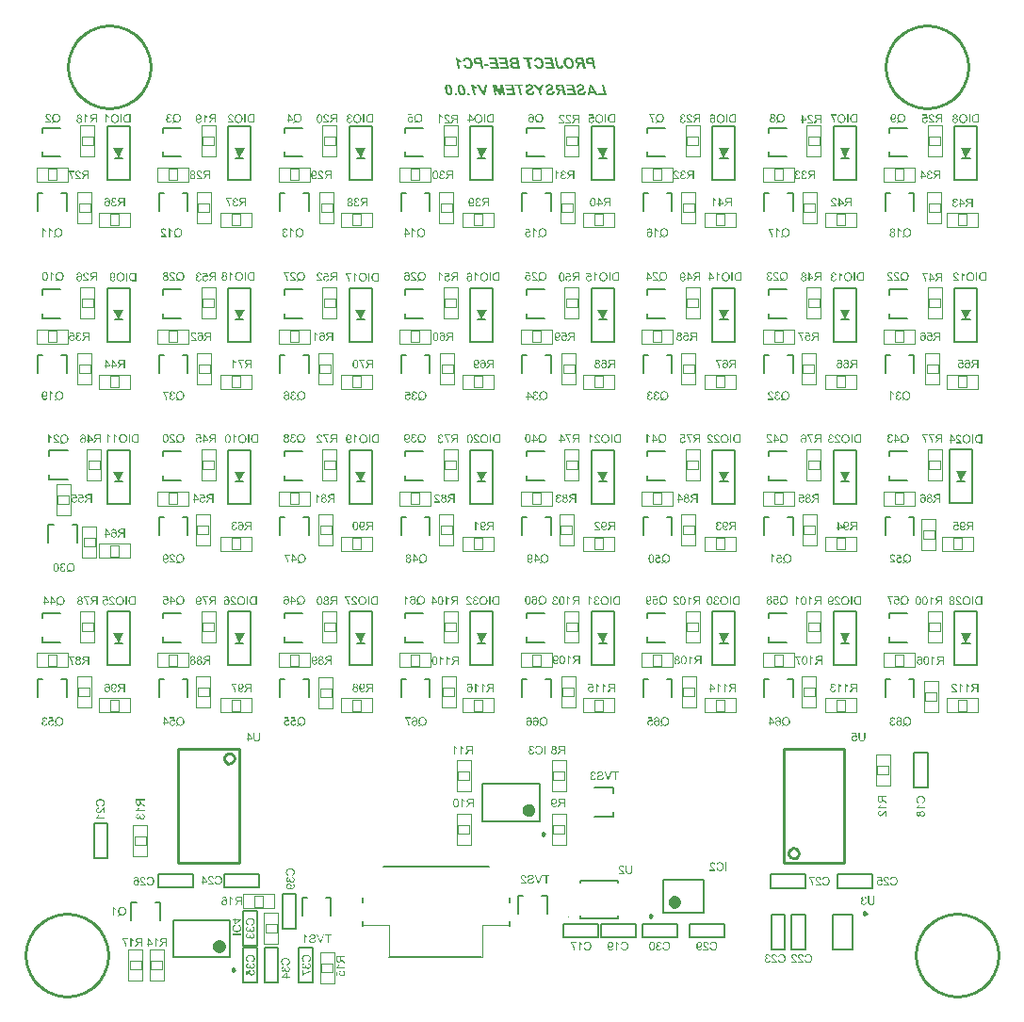
<source format=gbr>
G04*
G04 #@! TF.GenerationSoftware,Altium Limited,Altium Designer,24.1.2 (44)*
G04*
G04 Layer_Color=32896*
%FSLAX44Y44*%
%MOMM*%
G71*
G04*
G04 #@! TF.SameCoordinates,32799FE6-DD90-4EFC-9ADB-317E97FF397D*
G04*
G04*
G04 #@! TF.FilePolarity,Positive*
G04*
G01*
G75*
%ADD10C,0.2000*%
%ADD11C,0.6000*%
%ADD12C,0.2500*%
%ADD13C,0.2540*%
%ADD14C,0.1000*%
%ADD15C,0.1524*%
G36*
X92551Y339960D02*
X97051Y330960D01*
X101551Y339960D01*
X92551D01*
D02*
G37*
G36*
X201365D02*
X205865Y330960D01*
X210365Y339960D01*
X201365D01*
D02*
G37*
G36*
X92551Y485427D02*
X97051Y476427D01*
X101551Y485427D01*
X92551D01*
D02*
G37*
G36*
X201365D02*
X205865Y476427D01*
X210365Y485427D01*
X201365D01*
D02*
G37*
G36*
X310179Y339960D02*
X314679Y330960D01*
X319179Y339960D01*
X310179D01*
D02*
G37*
G36*
X418994D02*
X423494Y330960D01*
X427994Y339960D01*
X418994D01*
D02*
G37*
G36*
X310179Y485427D02*
X314679Y476427D01*
X319179Y485427D01*
X310179D01*
D02*
G37*
G36*
X418994D02*
X423494Y476427D01*
X427994Y485427D01*
X418994D01*
D02*
G37*
G36*
X92551Y630894D02*
X97051Y621894D01*
X101551Y630894D01*
X92551D01*
D02*
G37*
G36*
X201365D02*
X205865Y621894D01*
X210365Y630894D01*
X201365D01*
D02*
G37*
G36*
X92551Y776360D02*
X97051Y767360D01*
X101551Y776360D01*
X92551D01*
D02*
G37*
G36*
X201365D02*
X205865Y767360D01*
X210365Y776360D01*
X201365D01*
D02*
G37*
G36*
X310179Y630894D02*
X314679Y621894D01*
X319179Y630894D01*
X310179D01*
D02*
G37*
G36*
X418994D02*
X423494Y621894D01*
X427994Y630894D01*
X418994D01*
D02*
G37*
G36*
X310179Y776360D02*
X314679Y767360D01*
X319179Y776360D01*
X310179D01*
D02*
G37*
G36*
X418994D02*
X423494Y767360D01*
X427994Y776360D01*
X418994D01*
D02*
G37*
G36*
X527808Y339960D02*
X532308Y330960D01*
X536808Y339960D01*
X527808D01*
D02*
G37*
G36*
X636622D02*
X641122Y330960D01*
X645622Y339960D01*
X636622D01*
D02*
G37*
G36*
X527808Y485427D02*
X532308Y476427D01*
X536808Y485427D01*
X527808D01*
D02*
G37*
G36*
X636622D02*
X641122Y476427D01*
X645622Y485427D01*
X636622D01*
D02*
G37*
G36*
X745436Y339960D02*
X749937Y330960D01*
X754436Y339960D01*
X745436D01*
D02*
G37*
G36*
X854251D02*
X858751Y330960D01*
X863251Y339960D01*
X854251D01*
D02*
G37*
G36*
X745436Y485427D02*
X749937Y476427D01*
X754436Y485427D01*
X745436D01*
D02*
G37*
G36*
X849951Y485651D02*
X854451Y476651D01*
X858951Y485651D01*
X849951D01*
D02*
G37*
G36*
X527808Y630894D02*
X532308Y621894D01*
X536808Y630894D01*
X527808D01*
D02*
G37*
G36*
X636622D02*
X641122Y621894D01*
X645622Y630894D01*
X636622D01*
D02*
G37*
G36*
X527808Y776360D02*
X532308Y767360D01*
X536808Y776360D01*
X527808D01*
D02*
G37*
G36*
X636622D02*
X641122Y767360D01*
X645622Y776360D01*
X636622D01*
D02*
G37*
G36*
X745436Y630894D02*
X749937Y621894D01*
X754436Y630894D01*
X745436D01*
D02*
G37*
G36*
X854251D02*
X858751Y621894D01*
X863251Y630894D01*
X854251D01*
D02*
G37*
G36*
X745436Y776360D02*
X749937Y767360D01*
X754436Y776360D01*
X745436D01*
D02*
G37*
G36*
X854251D02*
X858751Y767360D01*
X863251Y776360D01*
X854251D01*
D02*
G37*
G36*
X401399Y857228D02*
X401691Y856974D01*
X401983Y856733D01*
X402300Y856492D01*
X402618Y856276D01*
X402935Y856072D01*
X403253Y855882D01*
X403558Y855704D01*
X403837Y855539D01*
X404104Y855399D01*
X404345Y855272D01*
X404548Y855171D01*
X404713Y855095D01*
X404840Y855031D01*
X404891Y855006D01*
X404929Y854993D01*
X404942Y854980D01*
X404955D01*
X405310Y853279D01*
X405082Y853329D01*
X404840Y853406D01*
X404599Y853482D01*
X404383Y853545D01*
X404205Y853621D01*
X404053Y853672D01*
X404002Y853698D01*
X403964Y853710D01*
X403939Y853723D01*
X403926D01*
X403634Y853850D01*
X403380Y853964D01*
X403139Y854091D01*
X402935Y854193D01*
X402770Y854295D01*
X402643Y854371D01*
X402605Y854396D01*
X402567Y854421D01*
X402554Y854434D01*
X402542D01*
X403951Y847678D01*
X402034D01*
X399976Y857495D01*
X401132D01*
X401399Y857228D01*
D02*
G37*
G36*
X429872Y850281D02*
X426164D01*
X425795Y852123D01*
X429504D01*
X429872Y850281D01*
D02*
G37*
G36*
X474246Y857609D02*
X474500Y857597D01*
X474741Y857558D01*
X474982Y857508D01*
X475211Y857457D01*
X475427Y857393D01*
X475630Y857317D01*
X475821Y857254D01*
X475986Y857190D01*
X476138Y857114D01*
X476278Y857050D01*
X476380Y857000D01*
X476468Y856949D01*
X476545Y856923D01*
X476583Y856898D01*
X476595Y856885D01*
X476811Y856746D01*
X477015Y856581D01*
X477205Y856415D01*
X477396Y856238D01*
X477561Y856072D01*
X477713Y855895D01*
X477853Y855717D01*
X477980Y855552D01*
X478094Y855387D01*
X478183Y855247D01*
X478272Y855107D01*
X478335Y854993D01*
X478386Y854891D01*
X478437Y854828D01*
X478450Y854777D01*
X478462Y854764D01*
X478577Y854498D01*
X478678Y854231D01*
X478780Y853964D01*
X478856Y853710D01*
X478970Y853190D01*
X479021Y852948D01*
X479047Y852720D01*
X479085Y852504D01*
X479097Y852313D01*
X479110Y852148D01*
X479123Y851996D01*
X479135Y851881D01*
Y851793D01*
Y851742D01*
Y851716D01*
X479123Y851348D01*
X479097Y850993D01*
X479047Y850662D01*
X478983Y850358D01*
X478907Y850078D01*
X478818Y849824D01*
X478729Y849583D01*
X478627Y849380D01*
X478539Y849189D01*
X478450Y849024D01*
X478361Y848897D01*
X478284Y848783D01*
X478221Y848694D01*
X478170Y848630D01*
X478145Y848592D01*
X478132Y848579D01*
X477929Y848389D01*
X477726Y848224D01*
X477497Y848084D01*
X477268Y847957D01*
X477040Y847856D01*
X476799Y847767D01*
X476570Y847691D01*
X476354Y847640D01*
X476138Y847589D01*
X475948Y847563D01*
X475770Y847538D01*
X475617Y847513D01*
X475503D01*
X475402Y847500D01*
X475325D01*
X475033Y847513D01*
X474754Y847538D01*
X474474Y847576D01*
X474221Y847640D01*
X473979Y847703D01*
X473751Y847779D01*
X473535Y847856D01*
X473344Y847932D01*
X473166Y848008D01*
X473014Y848097D01*
X472874Y848160D01*
X472760Y848224D01*
X472671Y848287D01*
X472608Y848326D01*
X472570Y848351D01*
X472557Y848364D01*
X472341Y848529D01*
X472138Y848719D01*
X471947Y848910D01*
X471769Y849126D01*
X471617Y849329D01*
X471465Y849532D01*
X471338Y849735D01*
X471211Y849938D01*
X471109Y850129D01*
X471020Y850307D01*
X470944Y850459D01*
X470880Y850599D01*
X470830Y850713D01*
X470792Y850789D01*
X470779Y850853D01*
X470766Y850865D01*
X472785Y851183D01*
X472925Y850827D01*
X473078Y850523D01*
X473243Y850269D01*
X473395Y850053D01*
X473535Y849888D01*
X473662Y849773D01*
X473738Y849697D01*
X473751Y849672D01*
X473763D01*
X474005Y849507D01*
X474259Y849380D01*
X474500Y849303D01*
X474729Y849240D01*
X474919Y849202D01*
X474995Y849189D01*
X475059D01*
X475122Y849176D01*
X475198D01*
X475351Y849189D01*
X475503Y849202D01*
X475770Y849278D01*
X476011Y849380D01*
X476214Y849494D01*
X476380Y849608D01*
X476494Y849710D01*
X476570Y849786D01*
X476583Y849799D01*
X476595Y849811D01*
X476697Y849938D01*
X476773Y850078D01*
X476913Y850370D01*
X477015Y850675D01*
X477078Y850967D01*
X477129Y851221D01*
X477141Y851335D01*
Y851437D01*
X477154Y851513D01*
Y851577D01*
Y851615D01*
Y851628D01*
X477141Y852034D01*
X477091Y852415D01*
X477015Y852783D01*
X476938Y853113D01*
X476900Y853253D01*
X476862Y853393D01*
X476824Y853507D01*
X476786Y853596D01*
X476760Y853685D01*
X476735Y853736D01*
X476722Y853774D01*
Y853786D01*
X476633Y853977D01*
X476545Y854167D01*
X476456Y854333D01*
X476367Y854485D01*
X476265Y854637D01*
X476176Y854764D01*
X476075Y854879D01*
X475986Y854980D01*
X475821Y855158D01*
X475694Y855272D01*
X475643Y855323D01*
X475605Y855349D01*
X475592Y855374D01*
X475579D01*
X475300Y855552D01*
X475033Y855679D01*
X474767Y855768D01*
X474525Y855831D01*
X474322Y855869D01*
X474233Y855882D01*
X474157D01*
X474094Y855895D01*
X474017D01*
X473751Y855882D01*
X473509Y855831D01*
X473306Y855768D01*
X473128Y855704D01*
X472989Y855628D01*
X472900Y855564D01*
X472836Y855514D01*
X472811Y855501D01*
X472658Y855336D01*
X472519Y855145D01*
X472417Y854942D01*
X472328Y854752D01*
X472265Y854561D01*
X472227Y854421D01*
X472201Y854358D01*
Y854320D01*
X472188Y854295D01*
Y854282D01*
X470258Y854460D01*
X470296Y854726D01*
X470360Y854980D01*
X470436Y855222D01*
X470512Y855437D01*
X470601Y855641D01*
X470703Y855831D01*
X470804Y856009D01*
X470906Y856161D01*
X470995Y856301D01*
X471096Y856428D01*
X471185Y856530D01*
X471261Y856619D01*
X471325Y856682D01*
X471376Y856733D01*
X471401Y856758D01*
X471414Y856771D01*
X471604Y856923D01*
X471808Y857050D01*
X472011Y857165D01*
X472227Y857266D01*
X472443Y857343D01*
X472658Y857419D01*
X473065Y857520D01*
X473255Y857546D01*
X473420Y857571D01*
X473586Y857597D01*
X473713Y857609D01*
X473827Y857622D01*
X473979D01*
X474246Y857609D01*
D02*
G37*
G36*
X410593Y857609D02*
X410848Y857597D01*
X411089Y857558D01*
X411330Y857508D01*
X411559Y857457D01*
X411775Y857393D01*
X411978Y857317D01*
X412168Y857254D01*
X412333Y857190D01*
X412486Y857114D01*
X412626Y857050D01*
X412727Y857000D01*
X412816Y856949D01*
X412892Y856923D01*
X412930Y856898D01*
X412943Y856885D01*
X413159Y856746D01*
X413362Y856581D01*
X413553Y856415D01*
X413743Y856238D01*
X413908Y856072D01*
X414061Y855895D01*
X414200Y855717D01*
X414327Y855552D01*
X414442Y855387D01*
X414530Y855247D01*
X414619Y855107D01*
X414683Y854993D01*
X414734Y854891D01*
X414785Y854828D01*
X414797Y854777D01*
X414810Y854764D01*
X414924Y854498D01*
X415026Y854231D01*
X415127Y853964D01*
X415204Y853710D01*
X415318Y853190D01*
X415369Y852948D01*
X415394Y852720D01*
X415432Y852504D01*
X415445Y852313D01*
X415458Y852148D01*
X415470Y851996D01*
X415483Y851881D01*
Y851793D01*
Y851742D01*
Y851716D01*
X415470Y851348D01*
X415445Y850993D01*
X415394Y850662D01*
X415331Y850358D01*
X415254Y850078D01*
X415165Y849824D01*
X415077Y849583D01*
X414975Y849380D01*
X414886Y849189D01*
X414797Y849024D01*
X414708Y848897D01*
X414632Y848783D01*
X414569Y848694D01*
X414518Y848630D01*
X414492Y848592D01*
X414480Y848579D01*
X414277Y848389D01*
X414073Y848224D01*
X413845Y848084D01*
X413616Y847957D01*
X413387Y847856D01*
X413146Y847767D01*
X412918Y847691D01*
X412702Y847640D01*
X412486Y847589D01*
X412295Y847563D01*
X412118Y847538D01*
X411965Y847513D01*
X411851D01*
X411749Y847500D01*
X411673D01*
X411381Y847513D01*
X411101Y847538D01*
X410822Y847576D01*
X410568Y847640D01*
X410327Y847703D01*
X410098Y847779D01*
X409882Y847856D01*
X409692Y847932D01*
X409514Y848008D01*
X409362Y848097D01*
X409222Y848160D01*
X409108Y848224D01*
X409019Y848287D01*
X408955Y848326D01*
X408917Y848351D01*
X408904Y848364D01*
X408689Y848529D01*
X408485Y848719D01*
X408295Y848910D01*
X408117Y849126D01*
X407965Y849329D01*
X407812Y849532D01*
X407685Y849735D01*
X407558Y849938D01*
X407457Y850129D01*
X407368Y850307D01*
X407291Y850459D01*
X407228Y850599D01*
X407177Y850713D01*
X407139Y850789D01*
X407126Y850853D01*
X407114Y850865D01*
X409133Y851183D01*
X409273Y850827D01*
X409425Y850523D01*
X409590Y850269D01*
X409743Y850053D01*
X409882Y849888D01*
X410009Y849773D01*
X410085Y849697D01*
X410098Y849672D01*
X410111D01*
X410352Y849507D01*
X410606Y849380D01*
X410848Y849303D01*
X411076Y849240D01*
X411267Y849202D01*
X411343Y849189D01*
X411406D01*
X411470Y849176D01*
X411546D01*
X411698Y849189D01*
X411851Y849202D01*
X412118Y849278D01*
X412359Y849380D01*
X412562Y849494D01*
X412727Y849608D01*
X412841Y849710D01*
X412918Y849786D01*
X412930Y849799D01*
X412943Y849811D01*
X413045Y849938D01*
X413121Y850078D01*
X413260Y850370D01*
X413362Y850675D01*
X413426Y850967D01*
X413476Y851221D01*
X413489Y851335D01*
Y851437D01*
X413502Y851513D01*
Y851577D01*
Y851615D01*
Y851628D01*
X413489Y852034D01*
X413438Y852415D01*
X413362Y852783D01*
X413286Y853113D01*
X413248Y853253D01*
X413210Y853393D01*
X413172Y853507D01*
X413134Y853596D01*
X413108Y853685D01*
X413083Y853736D01*
X413070Y853774D01*
Y853786D01*
X412981Y853977D01*
X412892Y854167D01*
X412803Y854333D01*
X412714Y854485D01*
X412613Y854637D01*
X412524Y854764D01*
X412422Y854879D01*
X412333Y854980D01*
X412168Y855158D01*
X412041Y855272D01*
X411991Y855323D01*
X411952Y855349D01*
X411940Y855374D01*
X411927D01*
X411648Y855552D01*
X411381Y855679D01*
X411114Y855768D01*
X410873Y855831D01*
X410670Y855869D01*
X410581Y855882D01*
X410505D01*
X410441Y855895D01*
X410365D01*
X410098Y855882D01*
X409857Y855831D01*
X409654Y855768D01*
X409476Y855704D01*
X409336Y855628D01*
X409247Y855564D01*
X409184Y855514D01*
X409158Y855501D01*
X409006Y855336D01*
X408866Y855145D01*
X408765Y854942D01*
X408676Y854752D01*
X408612Y854561D01*
X408574Y854421D01*
X408549Y854358D01*
Y854320D01*
X408536Y854295D01*
Y854282D01*
X406606Y854460D01*
X406644Y854726D01*
X406707Y854980D01*
X406783Y855222D01*
X406860Y855437D01*
X406949Y855641D01*
X407050Y855831D01*
X407152Y856009D01*
X407253Y856161D01*
X407342Y856301D01*
X407444Y856428D01*
X407533Y856530D01*
X407609Y856619D01*
X407673Y856682D01*
X407723Y856733D01*
X407749Y856758D01*
X407761Y856771D01*
X407952Y856923D01*
X408155Y857050D01*
X408358Y857165D01*
X408574Y857266D01*
X408790Y857343D01*
X409006Y857419D01*
X409412Y857520D01*
X409603Y857546D01*
X409768Y857571D01*
X409933Y857597D01*
X410060Y857609D01*
X410174Y857622D01*
X410327D01*
X410593Y857609D01*
D02*
G37*
G36*
X526100Y847678D02*
X524093D01*
X523319Y851399D01*
X521388D01*
X521211Y851412D01*
X521045D01*
X520906Y851424D01*
X520779D01*
X520664Y851437D01*
X520474D01*
X520410Y851450D01*
X520347D01*
X520309Y851462D01*
X520258D01*
X519966Y851513D01*
X519712Y851564D01*
X519496Y851615D01*
X519305Y851666D01*
X519166Y851716D01*
X519064Y851755D01*
X519001Y851780D01*
X518975Y851793D01*
X518797Y851881D01*
X518632Y851983D01*
X518480Y852085D01*
X518353Y852186D01*
X518239Y852288D01*
X518162Y852364D01*
X518099Y852415D01*
X518086Y852428D01*
X517934Y852593D01*
X517794Y852783D01*
X517680Y852961D01*
X517578Y853139D01*
X517489Y853304D01*
X517426Y853431D01*
X517401Y853482D01*
X517388Y853520D01*
X517375Y853532D01*
Y853545D01*
X517273Y853812D01*
X517210Y854066D01*
X517159Y854307D01*
X517121Y854523D01*
X517096Y854714D01*
Y854790D01*
X517083Y854853D01*
Y854904D01*
Y854942D01*
Y854968D01*
Y854980D01*
X517096Y855272D01*
X517134Y855526D01*
X517197Y855768D01*
X517261Y855971D01*
X517337Y856123D01*
X517388Y856250D01*
X517439Y856327D01*
X517451Y856352D01*
X517591Y856555D01*
X517756Y856733D01*
X517921Y856873D01*
X518074Y856987D01*
X518213Y857076D01*
X518328Y857139D01*
X518404Y857177D01*
X518416Y857190D01*
X518429D01*
X518671Y857279D01*
X518950Y857343D01*
X519229Y857381D01*
X519483Y857419D01*
X519725Y857431D01*
X519826D01*
X519915Y857444D01*
X524068D01*
X526100Y847678D01*
D02*
G37*
G36*
X516969D02*
X514962D01*
X514111Y851729D01*
X513298D01*
X513044Y851716D01*
X512841Y851704D01*
X512663Y851666D01*
X512524Y851628D01*
X512422Y851589D01*
X512346Y851564D01*
X512308Y851539D01*
X512295Y851526D01*
X512206Y851462D01*
X512117Y851386D01*
X511965Y851196D01*
X511813Y850980D01*
X511685Y850777D01*
X511571Y850573D01*
X511533Y850484D01*
X511495Y850408D01*
X511457Y850345D01*
X511432Y850294D01*
X511419Y850269D01*
Y850256D01*
X511279Y849938D01*
X511152Y849646D01*
X511038Y849367D01*
X510936Y849113D01*
X510847Y848884D01*
X510758Y848668D01*
X510682Y848478D01*
X510619Y848313D01*
X510568Y848160D01*
X510517Y848033D01*
X510479Y847919D01*
X510441Y847830D01*
X510415Y847767D01*
X510403Y847716D01*
X510390Y847691D01*
Y847678D01*
X508231D01*
X508383Y848059D01*
X508536Y848414D01*
X508676Y848745D01*
X508815Y849062D01*
X508955Y849354D01*
X509069Y849608D01*
X509184Y849849D01*
X509298Y850078D01*
X509387Y850269D01*
X509476Y850434D01*
X509552Y850573D01*
X509615Y850688D01*
X509666Y850789D01*
X509704Y850853D01*
X509717Y850891D01*
X509730Y850904D01*
X509857Y851107D01*
X509984Y851285D01*
X510111Y851450D01*
X510225Y851577D01*
X510327Y851678D01*
X510403Y851755D01*
X510454Y851805D01*
X510466Y851818D01*
X510187Y851869D01*
X509933Y851920D01*
X509692Y851983D01*
X509476Y852059D01*
X509272Y852135D01*
X509082Y852224D01*
X508917Y852313D01*
X508764Y852402D01*
X508638Y852478D01*
X508523Y852555D01*
X508422Y852631D01*
X508345Y852694D01*
X508282Y852745D01*
X508244Y852783D01*
X508218Y852809D01*
X508206Y852821D01*
X508079Y852974D01*
X507952Y853139D01*
X507863Y853317D01*
X507774Y853482D01*
X507698Y853660D01*
X507634Y853825D01*
X507545Y854155D01*
X507520Y854307D01*
X507495Y854447D01*
X507482Y854561D01*
X507469Y854676D01*
X507456Y854764D01*
Y854828D01*
Y854866D01*
Y854879D01*
X507469Y855196D01*
X507520Y855476D01*
X507583Y855730D01*
X507647Y855946D01*
X507723Y856123D01*
X507787Y856250D01*
X507812Y856301D01*
X507837Y856339D01*
X507850Y856352D01*
Y856365D01*
X508003Y856581D01*
X508168Y856758D01*
X508333Y856898D01*
X508498Y857012D01*
X508638Y857101D01*
X508752Y857152D01*
X508828Y857190D01*
X508841Y857203D01*
X508853D01*
X509107Y857279D01*
X509387Y857343D01*
X509679Y857381D01*
X509958Y857419D01*
X510212Y857431D01*
X510314D01*
X510403Y857444D01*
X514937D01*
X516969Y847678D01*
D02*
G37*
G36*
X488965D02*
X481333D01*
X480990Y849303D01*
X486679D01*
X486095Y851958D01*
X481002D01*
X480659Y853583D01*
X485739D01*
X485257Y855818D01*
X480024D01*
X479682Y857444D01*
X486933D01*
X488965Y847678D01*
D02*
G37*
G36*
X468937Y855818D02*
X466080D01*
X467782Y847678D01*
X465762D01*
X464061Y855818D01*
X461241D01*
X460911Y857444D01*
X468607D01*
X468937Y855818D01*
D02*
G37*
G36*
X457914Y847678D02*
X453037Y847678D01*
X452770Y847691D01*
X452529Y847716D01*
X452300Y847729D01*
X452084Y847754D01*
X451881Y847792D01*
X451703Y847818D01*
X451538Y847856D01*
X451399Y847881D01*
X451272Y847906D01*
X451170Y847944D01*
X451081Y847970D01*
X451005Y847995D01*
X450954Y848008D01*
X450929Y848021D01*
X450916D01*
X450598Y848173D01*
X450319Y848338D01*
X450090Y848529D01*
X449887Y848719D01*
X449735Y848884D01*
X449621Y849024D01*
X449582Y849075D01*
X449557Y849113D01*
X449532Y849138D01*
Y849151D01*
X449367Y849456D01*
X449240Y849748D01*
X449151Y850027D01*
X449087Y850294D01*
X449049Y850510D01*
X449036Y850599D01*
Y850675D01*
X449024Y850739D01*
Y850789D01*
Y850815D01*
Y850827D01*
X449036Y851069D01*
X449087Y851297D01*
X449163Y851500D01*
X449240Y851678D01*
X449316Y851818D01*
X449392Y851932D01*
X449443Y851996D01*
X449455Y852021D01*
X449621Y852212D01*
X449811Y852364D01*
X450014Y852491D01*
X450192Y852593D01*
X450370Y852669D01*
X450497Y852720D01*
X450548Y852732D01*
X450586Y852745D01*
X450611Y852758D01*
X450624D01*
X450294Y852885D01*
X450002Y853025D01*
X449760Y853177D01*
X449570Y853329D01*
X449417Y853456D01*
X449316Y853558D01*
X449252Y853634D01*
X449227Y853647D01*
Y853660D01*
X449075Y853888D01*
X448960Y854129D01*
X448884Y854371D01*
X448820Y854587D01*
X448795Y854777D01*
X448782Y854866D01*
Y854930D01*
X448770Y854993D01*
Y855031D01*
Y855057D01*
Y855069D01*
X448782Y855298D01*
X448808Y855501D01*
X448859Y855692D01*
X448897Y855857D01*
X448947Y855984D01*
X448998Y856085D01*
X449024Y856149D01*
X449036Y856174D01*
X449138Y856352D01*
X449265Y856504D01*
X449392Y856644D01*
X449506Y856758D01*
X449621Y856847D01*
X449710Y856911D01*
X449773Y856949D01*
X449798Y856962D01*
X449989Y857063D01*
X450192Y857152D01*
X450395Y857228D01*
X450598Y857279D01*
X450764Y857317D01*
X450891Y857343D01*
X450941Y857355D01*
X450979Y857368D01*
X451018D01*
X451106Y857381D01*
X451208Y857393D01*
X451437Y857419D01*
X451691Y857431D01*
X451945D01*
X452173Y857444D01*
X455882Y857444D01*
X457914Y847678D01*
D02*
G37*
G36*
X448046Y847678D02*
X440413D01*
X440070Y849303D01*
X445760D01*
X445176Y851958D01*
X440083D01*
X439740Y853583D01*
X444820D01*
X444337Y855818D01*
X439105D01*
X438762Y857444D01*
X446014D01*
X448046Y847678D01*
D02*
G37*
G36*
X438953D02*
X431320D01*
X430977Y849303D01*
X436667D01*
X436082Y851958D01*
X430990D01*
X430647Y853583D01*
X435727D01*
X435244Y855818D01*
X430012D01*
X429669Y857444D01*
X436921D01*
X438953Y847678D01*
D02*
G37*
G36*
X425313D02*
X423306D01*
X422532Y851399D01*
X420601D01*
X420423Y851412D01*
X420258D01*
X420118Y851424D01*
X419991D01*
X419877Y851437D01*
X419687D01*
X419623Y851450D01*
X419560D01*
X419522Y851462D01*
X419471D01*
X419179Y851513D01*
X418925Y851564D01*
X418709Y851615D01*
X418518Y851666D01*
X418379Y851716D01*
X418277Y851755D01*
X418214Y851780D01*
X418188Y851793D01*
X418010Y851881D01*
X417845Y851983D01*
X417693Y852085D01*
X417566Y852186D01*
X417452Y852288D01*
X417375Y852364D01*
X417312Y852415D01*
X417299Y852428D01*
X417147Y852593D01*
X417007Y852783D01*
X416893Y852961D01*
X416791Y853139D01*
X416702Y853304D01*
X416639Y853431D01*
X416613Y853482D01*
X416601Y853520D01*
X416588Y853532D01*
Y853545D01*
X416486Y853812D01*
X416423Y854066D01*
X416372Y854307D01*
X416334Y854523D01*
X416309Y854714D01*
Y854790D01*
X416296Y854853D01*
Y854904D01*
Y854942D01*
Y854968D01*
Y854980D01*
X416309Y855272D01*
X416347Y855526D01*
X416410Y855768D01*
X416474Y855971D01*
X416550Y856123D01*
X416601Y856250D01*
X416651Y856327D01*
X416664Y856352D01*
X416804Y856555D01*
X416969Y856733D01*
X417134Y856873D01*
X417286Y856987D01*
X417426Y857076D01*
X417540Y857139D01*
X417617Y857177D01*
X417629Y857190D01*
X417642D01*
X417883Y857279D01*
X418163Y857343D01*
X418442Y857381D01*
X418696Y857419D01*
X418937Y857431D01*
X419039D01*
X419128Y857444D01*
X423281D01*
X425313Y847678D01*
D02*
G37*
G36*
X501564Y857597D02*
X502008Y857533D01*
X502224Y857495D01*
X502427Y857444D01*
X502605Y857393D01*
X502783Y857343D01*
X502935Y857292D01*
X503075Y857241D01*
X503189Y857190D01*
X503291Y857152D01*
X503380Y857114D01*
X503430Y857088D01*
X503469Y857076D01*
X503481Y857063D01*
X503862Y856847D01*
X504205Y856593D01*
X504497Y856352D01*
X504751Y856111D01*
X504866Y855996D01*
X504954Y855895D01*
X505043Y855806D01*
X505107Y855717D01*
X505158Y855653D01*
X505196Y855603D01*
X505221Y855577D01*
X505234Y855564D01*
X505475Y855196D01*
X505678Y854815D01*
X505856Y854447D01*
X506009Y854091D01*
X506059Y853939D01*
X506123Y853786D01*
X506161Y853660D01*
X506199Y853545D01*
X506225Y853456D01*
X506250Y853393D01*
X506263Y853342D01*
Y853329D01*
X506352Y852974D01*
X506415Y852644D01*
X506453Y852339D01*
X506479Y852059D01*
X506491Y851932D01*
X506504Y851831D01*
Y851729D01*
X506517Y851653D01*
Y851589D01*
Y851539D01*
Y851513D01*
Y851500D01*
X506504Y851158D01*
X506453Y850815D01*
X506390Y850510D01*
X506326Y850230D01*
X506288Y850104D01*
X506250Y849989D01*
X506225Y849888D01*
X506199Y849811D01*
X506174Y849735D01*
X506148Y849684D01*
X506136Y849659D01*
Y849646D01*
X506059Y849481D01*
X505970Y849316D01*
X505767Y849024D01*
X505551Y848757D01*
X505336Y848541D01*
X505145Y848351D01*
X505056Y848287D01*
X504980Y848224D01*
X504916Y848173D01*
X504866Y848135D01*
X504840Y848122D01*
X504827Y848110D01*
X504650Y848008D01*
X504459Y847906D01*
X504078Y847754D01*
X503697Y847652D01*
X503342Y847576D01*
X503176Y847551D01*
X503024Y847538D01*
X502884Y847513D01*
X502770D01*
X502668Y847500D01*
X502542D01*
X502249Y847513D01*
X501970Y847538D01*
X501691Y847576D01*
X501437Y847627D01*
X501195Y847678D01*
X500954Y847741D01*
X500738Y847818D01*
X500535Y847894D01*
X500357Y847957D01*
X500205Y848033D01*
X500052Y848097D01*
X499938Y848160D01*
X499849Y848198D01*
X499773Y848237D01*
X499735Y848262D01*
X499722Y848275D01*
X499493Y848427D01*
X499278Y848592D01*
X499074Y848770D01*
X498884Y848948D01*
X498719Y849138D01*
X498554Y849316D01*
X498401Y849507D01*
X498274Y849672D01*
X498147Y849849D01*
X498046Y850002D01*
X497957Y850142D01*
X497881Y850256D01*
X497830Y850358D01*
X497792Y850434D01*
X497766Y850484D01*
X497754Y850497D01*
X497627Y850764D01*
X497512Y851043D01*
X497411Y851310D01*
X497322Y851577D01*
X497258Y851831D01*
X497195Y852085D01*
X497144Y852313D01*
X497106Y852542D01*
X497080Y852745D01*
X497055Y852923D01*
X497042Y853088D01*
X497030Y853228D01*
X497017Y853342D01*
Y853431D01*
Y853482D01*
Y853494D01*
X497030Y853837D01*
X497068Y854155D01*
X497119Y854460D01*
X497195Y854752D01*
X497271Y855018D01*
X497373Y855260D01*
X497474Y855488D01*
X497576Y855692D01*
X497677Y855882D01*
X497779Y856034D01*
X497881Y856174D01*
X497957Y856288D01*
X498033Y856377D01*
X498084Y856441D01*
X498122Y856479D01*
X498135Y856492D01*
X498350Y856695D01*
X498579Y856860D01*
X498820Y857012D01*
X499062Y857139D01*
X499316Y857254D01*
X499557Y857343D01*
X499786Y857419D01*
X500014Y857482D01*
X500230Y857533D01*
X500433Y857558D01*
X500611Y857584D01*
X500764Y857609D01*
X500891D01*
X500992Y857622D01*
X501322D01*
X501564Y857597D01*
D02*
G37*
G36*
X492127Y851589D02*
X492191Y851297D01*
X492242Y851043D01*
X492305Y850815D01*
X492356Y850599D01*
X492407Y850421D01*
X492458Y850256D01*
X492496Y850116D01*
X492534Y850002D01*
X492572Y849900D01*
X492610Y849824D01*
X492635Y849748D01*
X492661Y849697D01*
X492674Y849659D01*
X492686Y849634D01*
X492699Y849621D01*
X492839Y849469D01*
X492991Y849367D01*
X493169Y849291D01*
X493347Y849227D01*
X493512Y849202D01*
X493652Y849189D01*
X493702Y849176D01*
X493778D01*
X493969Y849189D01*
X494147Y849214D01*
X494286Y849253D01*
X494401Y849303D01*
X494490Y849342D01*
X494553Y849380D01*
X494591Y849405D01*
X494604Y849418D01*
X494693Y849519D01*
X494756Y849634D01*
X494795Y849748D01*
X494820Y849862D01*
X494845Y849964D01*
X494858Y850053D01*
Y850104D01*
Y850129D01*
X494845Y850281D01*
X494833Y850446D01*
Y850523D01*
X494820Y850573D01*
Y850611D01*
Y850624D01*
X496687Y850421D01*
X496699Y850218D01*
Y850129D01*
X496712Y850053D01*
Y849989D01*
Y849938D01*
Y849913D01*
Y849900D01*
X496699Y849697D01*
X496687Y849507D01*
X496598Y849151D01*
X496496Y848846D01*
X496433Y848719D01*
X496357Y848605D01*
X496293Y848491D01*
X496230Y848402D01*
X496179Y848326D01*
X496128Y848249D01*
X496077Y848198D01*
X496039Y848160D01*
X496026Y848148D01*
X496014Y848135D01*
X495874Y848021D01*
X495722Y847932D01*
X495556Y847843D01*
X495391Y847767D01*
X495048Y847652D01*
X494706Y847576D01*
X494540Y847551D01*
X494401Y847538D01*
X494261Y847525D01*
X494147Y847513D01*
X494045Y847500D01*
X493918D01*
X493613Y847513D01*
X493334Y847538D01*
X493080Y847576D01*
X492839Y847627D01*
X492623Y847691D01*
X492420Y847767D01*
X492229Y847830D01*
X492077Y847919D01*
X491924Y847995D01*
X491810Y848059D01*
X491708Y848135D01*
X491619Y848198D01*
X491556Y848249D01*
X491505Y848287D01*
X491480Y848313D01*
X491467Y848326D01*
X491315Y848503D01*
X491175Y848707D01*
X491048Y848935D01*
X490921Y849176D01*
X490807Y849430D01*
X490705Y849697D01*
X490515Y850230D01*
X490438Y850484D01*
X490375Y850726D01*
X490311Y850942D01*
X490261Y851132D01*
X490223Y851297D01*
X490197Y851412D01*
X490172Y851488D01*
Y851500D01*
Y851513D01*
X488940Y857444D01*
X490908D01*
X492127Y851589D01*
D02*
G37*
G36*
X415489Y833228D02*
X415782Y832974D01*
X416074Y832733D01*
X416391Y832492D01*
X416709Y832276D01*
X417026Y832073D01*
X417344Y831882D01*
X417648Y831704D01*
X417928Y831539D01*
X418195Y831399D01*
X418436Y831272D01*
X418639Y831171D01*
X418804Y831095D01*
X418931Y831031D01*
X418982Y831006D01*
X419020Y830993D01*
X419033Y830980D01*
X419045D01*
X419401Y829278D01*
X419172Y829329D01*
X418931Y829406D01*
X418690Y829482D01*
X418474Y829545D01*
X418296Y829621D01*
X418144Y829672D01*
X418093Y829698D01*
X418055Y829710D01*
X418029Y829723D01*
X418017D01*
X417725Y829850D01*
X417471Y829964D01*
X417229Y830091D01*
X417026Y830193D01*
X416861Y830294D01*
X416734Y830371D01*
X416696Y830396D01*
X416658Y830422D01*
X416645Y830434D01*
X416632D01*
X418042Y823678D01*
X416124D01*
X414067Y833495D01*
X415223D01*
X415489Y833228D01*
D02*
G37*
G36*
X476614Y827475D02*
X477402Y823678D01*
X475395D01*
X474646Y827285D01*
X470176Y833444D01*
X472512D01*
X473884Y831463D01*
X474811Y830167D01*
X474925Y829990D01*
X475027Y829825D01*
X475129Y829672D01*
X475205Y829532D01*
X475281Y829418D01*
X475332Y829329D01*
X475357Y829278D01*
X475370Y829253D01*
X475395Y829342D01*
X475433Y829444D01*
X475522Y829660D01*
X475624Y829888D01*
X475713Y830129D01*
X475814Y830345D01*
X475853Y830434D01*
X475878Y830510D01*
X475916Y830587D01*
X475929Y830637D01*
X475954Y830663D01*
Y830676D01*
X477161Y833444D01*
X479294D01*
X476614Y827475D01*
D02*
G37*
G36*
X444699Y823678D02*
X442883D01*
X441347Y831831D01*
X440978Y823678D01*
X439073D01*
X435454Y831780D01*
X437143Y823678D01*
X435327D01*
X433549Y833444D01*
X436432D01*
X439492Y826713D01*
X439797Y833444D01*
X442667D01*
X444699Y823678D01*
D02*
G37*
G36*
X426818D02*
X424659D01*
X419287Y833444D01*
X421268D01*
X425319Y826053D01*
X426551Y833444D01*
X428558D01*
X426818Y823678D01*
D02*
G37*
G36*
X535581Y823678D02*
X528596D01*
X528253Y825303D01*
X533231D01*
X531529Y833444D01*
X533549D01*
X535581Y823678D01*
D02*
G37*
G36*
X528037D02*
X525954D01*
X524773Y825837D01*
X520912D01*
X520582Y823678D01*
X518690D01*
X520264Y833444D01*
X522525D01*
X528037Y823678D01*
D02*
G37*
G36*
X508352D02*
X500719D01*
X500376Y825303D01*
X506066D01*
X505482Y827958D01*
X500389D01*
X500046Y829583D01*
X505126D01*
X504643Y831818D01*
X499411D01*
X499068Y833444D01*
X506320D01*
X508352Y823678D01*
D02*
G37*
G36*
X499221D02*
X497214D01*
X496363Y827729D01*
X495550D01*
X495296Y827716D01*
X495093Y827704D01*
X494915Y827666D01*
X494776Y827627D01*
X494674Y827589D01*
X494598Y827564D01*
X494560Y827539D01*
X494547Y827526D01*
X494458Y827462D01*
X494369Y827386D01*
X494217Y827196D01*
X494064Y826980D01*
X493937Y826777D01*
X493823Y826573D01*
X493785Y826485D01*
X493747Y826408D01*
X493709Y826345D01*
X493683Y826294D01*
X493671Y826269D01*
Y826256D01*
X493531Y825938D01*
X493404Y825646D01*
X493290Y825367D01*
X493188Y825113D01*
X493099Y824884D01*
X493010Y824668D01*
X492934Y824478D01*
X492870Y824313D01*
X492820Y824160D01*
X492769Y824033D01*
X492731Y823919D01*
X492693Y823830D01*
X492667Y823767D01*
X492655Y823716D01*
X492642Y823690D01*
Y823678D01*
X490483D01*
X490635Y824059D01*
X490788Y824414D01*
X490927Y824745D01*
X491067Y825062D01*
X491207Y825354D01*
X491321Y825608D01*
X491435Y825850D01*
X491550Y826078D01*
X491639Y826269D01*
X491727Y826434D01*
X491804Y826573D01*
X491867Y826688D01*
X491918Y826789D01*
X491956Y826853D01*
X491969Y826891D01*
X491982Y826904D01*
X492108Y827107D01*
X492235Y827285D01*
X492363Y827450D01*
X492477Y827577D01*
X492578Y827678D01*
X492655Y827755D01*
X492705Y827805D01*
X492718Y827818D01*
X492439Y827869D01*
X492185Y827920D01*
X491943Y827983D01*
X491727Y828059D01*
X491524Y828136D01*
X491334Y828224D01*
X491169Y828313D01*
X491016Y828402D01*
X490889Y828478D01*
X490775Y828555D01*
X490673Y828631D01*
X490597Y828694D01*
X490534Y828745D01*
X490496Y828783D01*
X490470Y828809D01*
X490457Y828821D01*
X490331Y828974D01*
X490204Y829139D01*
X490115Y829317D01*
X490026Y829482D01*
X489949Y829660D01*
X489886Y829825D01*
X489797Y830155D01*
X489772Y830307D01*
X489746Y830447D01*
X489734Y830561D01*
X489721Y830676D01*
X489708Y830764D01*
Y830828D01*
Y830866D01*
Y830879D01*
X489721Y831196D01*
X489772Y831476D01*
X489835Y831730D01*
X489899Y831945D01*
X489975Y832123D01*
X490038Y832250D01*
X490064Y832301D01*
X490089Y832339D01*
X490102Y832352D01*
Y832365D01*
X490254Y832580D01*
X490419Y832758D01*
X490584Y832898D01*
X490750Y833012D01*
X490889Y833101D01*
X491004Y833152D01*
X491080Y833190D01*
X491092Y833203D01*
X491105D01*
X491359Y833279D01*
X491639Y833343D01*
X491931Y833381D01*
X492210Y833419D01*
X492464Y833431D01*
X492566D01*
X492655Y833444D01*
X497188D01*
X499221Y823678D01*
D02*
G37*
G36*
X461044Y831818D02*
X458187D01*
X459889Y823678D01*
X457869D01*
X456167Y831818D01*
X453348D01*
X453018Y833444D01*
X460714D01*
X461044Y831818D01*
D02*
G37*
G36*
X453793Y823678D02*
X446160D01*
X445817Y825303D01*
X451507D01*
X450922Y827958D01*
X445830D01*
X445487Y829583D01*
X450567D01*
X450084Y831818D01*
X444852D01*
X444509Y833444D01*
X451761D01*
X453793Y823678D01*
D02*
G37*
G36*
X412810D02*
X410917D01*
X410549Y825519D01*
X412441D01*
X412810Y823678D01*
D02*
G37*
G36*
X401443D02*
X399551D01*
X399183Y825519D01*
X401075D01*
X401443Y823678D01*
D02*
G37*
G36*
X512797Y833609D02*
X513089Y833584D01*
X513356Y833546D01*
X513610Y833495D01*
X513838Y833431D01*
X514054Y833355D01*
X514245Y833292D01*
X514410Y833215D01*
X514562Y833127D01*
X514702Y833063D01*
X514816Y832987D01*
X514905Y832923D01*
X514981Y832873D01*
X515032Y832834D01*
X515057Y832809D01*
X515070Y832796D01*
X515223Y832644D01*
X515362Y832479D01*
X515476Y832301D01*
X515578Y832136D01*
X515667Y831958D01*
X515743Y831793D01*
X515807Y831628D01*
X515845Y831476D01*
X515883Y831323D01*
X515908Y831183D01*
X515934Y831057D01*
X515946Y830955D01*
X515959Y830866D01*
Y830803D01*
Y830764D01*
Y830752D01*
X515946Y830498D01*
X515908Y830256D01*
X515870Y830041D01*
X515807Y829863D01*
X515756Y829710D01*
X515718Y829596D01*
X515680Y829532D01*
X515667Y829507D01*
X515540Y829317D01*
X515413Y829152D01*
X515273Y829012D01*
X515134Y828885D01*
X515019Y828783D01*
X514930Y828720D01*
X514867Y828669D01*
X514841Y828656D01*
X514740Y828593D01*
X514613Y828529D01*
X514359Y828390D01*
X514080Y828250D01*
X513813Y828123D01*
X513559Y828008D01*
X513457Y827958D01*
X513368Y827920D01*
X513279Y827881D01*
X513229Y827856D01*
X513190Y827831D01*
X513178D01*
X512975Y827742D01*
X512784Y827653D01*
X512619Y827577D01*
X512479Y827513D01*
X512352Y827450D01*
X512238Y827386D01*
X512136Y827335D01*
X512048Y827285D01*
X511984Y827246D01*
X511921Y827208D01*
X511832Y827158D01*
X511794Y827132D01*
X511781Y827120D01*
X511654Y827005D01*
X511565Y826878D01*
X511501Y826751D01*
X511463Y826637D01*
X511425Y826535D01*
X511413Y826459D01*
Y826408D01*
Y826383D01*
X511425Y826205D01*
X511476Y826040D01*
X511552Y825888D01*
X511628Y825761D01*
X511717Y825659D01*
X511781Y825583D01*
X511832Y825532D01*
X511857Y825519D01*
X511946Y825456D01*
X512048Y825405D01*
X512263Y825316D01*
X512505Y825265D01*
X512746Y825214D01*
X512949Y825189D01*
X513051D01*
X513127Y825176D01*
X513508D01*
X513699Y825202D01*
X513876Y825227D01*
X514041Y825253D01*
X514194Y825291D01*
X514321Y825341D01*
X514448Y825380D01*
X514549Y825430D01*
X514638Y825481D01*
X514715Y825519D01*
X514778Y825570D01*
X514829Y825608D01*
X514892Y825659D01*
X514918Y825684D01*
X514968Y825748D01*
X515007Y825837D01*
X515083Y826015D01*
X515134Y826218D01*
X515172Y826434D01*
X515197Y826624D01*
X515210Y826777D01*
X515223Y826840D01*
Y826891D01*
Y826916D01*
Y826929D01*
X517140Y826827D01*
Y826472D01*
X517102Y826142D01*
X517051Y825850D01*
X516988Y825595D01*
X516950Y825481D01*
X516912Y825380D01*
X516886Y825291D01*
X516861Y825227D01*
X516835Y825164D01*
X516810Y825126D01*
X516797Y825100D01*
Y825088D01*
X516721Y824948D01*
X516632Y824821D01*
X516429Y824592D01*
X516213Y824389D01*
X515997Y824224D01*
X515807Y824097D01*
X515718Y824033D01*
X515642Y823995D01*
X515578Y823957D01*
X515527Y823944D01*
X515502Y823919D01*
X515489D01*
X515134Y823779D01*
X514753Y823678D01*
X514384Y823602D01*
X514054Y823551D01*
X513889Y823538D01*
X513749Y823525D01*
X513622Y823513D01*
X513521D01*
X513432Y823500D01*
X513305D01*
X512975Y823513D01*
X512657Y823538D01*
X512365Y823589D01*
X512098Y823640D01*
X511844Y823716D01*
X511603Y823792D01*
X511387Y823868D01*
X511197Y823957D01*
X511031Y824046D01*
X510879Y824122D01*
X510752Y824199D01*
X510650Y824275D01*
X510562Y824325D01*
X510511Y824376D01*
X510473Y824402D01*
X510460Y824414D01*
X510282Y824592D01*
X510117Y824770D01*
X509977Y824960D01*
X509863Y825151D01*
X509762Y825329D01*
X509685Y825519D01*
X509609Y825697D01*
X509558Y825862D01*
X509520Y826027D01*
X509482Y826167D01*
X509457Y826294D01*
X509444Y826408D01*
Y826497D01*
X509431Y826573D01*
Y826611D01*
Y826624D01*
X509444Y826815D01*
X509457Y827005D01*
X509546Y827335D01*
X509647Y827640D01*
X509774Y827881D01*
X509850Y827996D01*
X509914Y828085D01*
X509965Y828161D01*
X510015Y828224D01*
X510066Y828288D01*
X510104Y828326D01*
X510117Y828339D01*
X510130Y828351D01*
X510231Y828440D01*
X510358Y828529D01*
X510498Y828631D01*
X510663Y828720D01*
X511006Y828923D01*
X511374Y829113D01*
X511552Y829202D01*
X511717Y829278D01*
X511870Y829355D01*
X512009Y829406D01*
X512111Y829456D01*
X512200Y829494D01*
X512251Y829520D01*
X512276Y829532D01*
X512479Y829621D01*
X512657Y829710D01*
X512822Y829787D01*
X512975Y829850D01*
X513102Y829926D01*
X513229Y829990D01*
X513330Y830041D01*
X513419Y830091D01*
X513495Y830142D01*
X513559Y830180D01*
X513660Y830244D01*
X513711Y830282D01*
X513724Y830294D01*
X513825Y830409D01*
X513902Y830523D01*
X513965Y830637D01*
X514003Y830752D01*
X514029Y830841D01*
X514041Y830929D01*
Y830980D01*
Y830993D01*
X514029Y831158D01*
X513991Y831298D01*
X513927Y831425D01*
X513864Y831526D01*
X513800Y831615D01*
X513737Y831679D01*
X513699Y831717D01*
X513686Y831730D01*
X513533Y831831D01*
X513356Y831907D01*
X513152Y831958D01*
X512962Y831996D01*
X512784Y832022D01*
X512644Y832034D01*
X512505D01*
X512200Y832022D01*
X511946Y831971D01*
X511730Y831920D01*
X511539Y831844D01*
X511400Y831780D01*
X511298Y831717D01*
X511247Y831666D01*
X511222Y831653D01*
X511070Y831501D01*
X510955Y831336D01*
X510866Y831158D01*
X510803Y830980D01*
X510765Y830828D01*
X510727Y830701D01*
Y830650D01*
X510714Y830612D01*
Y830599D01*
Y830587D01*
X508784Y830663D01*
X508809Y830904D01*
X508860Y831145D01*
X508923Y831361D01*
X508987Y831564D01*
X509076Y831755D01*
X509152Y831933D01*
X509254Y832098D01*
X509342Y832238D01*
X509431Y832377D01*
X509520Y832492D01*
X509609Y832580D01*
X509673Y832669D01*
X509736Y832733D01*
X509787Y832771D01*
X509812Y832796D01*
X509825Y832809D01*
X510015Y832949D01*
X510206Y833076D01*
X510422Y833190D01*
X510638Y833279D01*
X510854Y833355D01*
X511082Y833419D01*
X511514Y833520D01*
X511705Y833558D01*
X511895Y833584D01*
X512060Y833596D01*
X512213Y833609D01*
X512327Y833622D01*
X512492D01*
X512797Y833609D01*
D02*
G37*
G36*
X484755D02*
X485047Y833584D01*
X485314Y833546D01*
X485568Y833495D01*
X485797Y833431D01*
X486012Y833355D01*
X486203Y833292D01*
X486368Y833215D01*
X486521Y833127D01*
X486660Y833063D01*
X486774Y832987D01*
X486863Y832923D01*
X486940Y832873D01*
X486990Y832834D01*
X487016Y832809D01*
X487029Y832796D01*
X487181Y832644D01*
X487321Y832479D01*
X487435Y832301D01*
X487537Y832136D01*
X487625Y831958D01*
X487702Y831793D01*
X487765Y831628D01*
X487803Y831476D01*
X487841Y831323D01*
X487867Y831183D01*
X487892Y831057D01*
X487905Y830955D01*
X487918Y830866D01*
Y830803D01*
Y830764D01*
Y830752D01*
X487905Y830498D01*
X487867Y830256D01*
X487829Y830041D01*
X487765Y829863D01*
X487714Y829710D01*
X487676Y829596D01*
X487638Y829532D01*
X487625Y829507D01*
X487498Y829317D01*
X487371Y829152D01*
X487232Y829012D01*
X487092Y828885D01*
X486978Y828783D01*
X486889Y828720D01*
X486825Y828669D01*
X486800Y828656D01*
X486698Y828593D01*
X486571Y828529D01*
X486317Y828390D01*
X486038Y828250D01*
X485771Y828123D01*
X485517Y828008D01*
X485416Y827958D01*
X485327Y827920D01*
X485238Y827881D01*
X485187Y827856D01*
X485149Y827831D01*
X485136D01*
X484933Y827742D01*
X484743Y827653D01*
X484577Y827577D01*
X484438Y827513D01*
X484311Y827450D01*
X484196Y827386D01*
X484095Y827335D01*
X484006Y827285D01*
X483942Y827246D01*
X483879Y827208D01*
X483790Y827158D01*
X483752Y827132D01*
X483739Y827120D01*
X483612Y827005D01*
X483523Y826878D01*
X483460Y826751D01*
X483422Y826637D01*
X483384Y826535D01*
X483371Y826459D01*
Y826408D01*
Y826383D01*
X483384Y826205D01*
X483434Y826040D01*
X483511Y825888D01*
X483587Y825761D01*
X483676Y825659D01*
X483739Y825583D01*
X483790Y825532D01*
X483815Y825519D01*
X483904Y825456D01*
X484006Y825405D01*
X484222Y825316D01*
X484463Y825265D01*
X484704Y825214D01*
X484908Y825189D01*
X485009D01*
X485085Y825176D01*
X485466D01*
X485657Y825202D01*
X485835Y825227D01*
X486000Y825253D01*
X486152Y825291D01*
X486279Y825341D01*
X486406Y825380D01*
X486508Y825430D01*
X486597Y825481D01*
X486673Y825519D01*
X486736Y825570D01*
X486787Y825608D01*
X486851Y825659D01*
X486876Y825684D01*
X486927Y825748D01*
X486965Y825837D01*
X487041Y826015D01*
X487092Y826218D01*
X487130Y826434D01*
X487155Y826624D01*
X487168Y826777D01*
X487181Y826840D01*
Y826891D01*
Y826916D01*
Y826929D01*
X489099Y826827D01*
Y826472D01*
X489061Y826142D01*
X489010Y825850D01*
X488946Y825595D01*
X488908Y825481D01*
X488870Y825380D01*
X488845Y825291D01*
X488819Y825227D01*
X488794Y825164D01*
X488768Y825126D01*
X488756Y825100D01*
Y825088D01*
X488680Y824948D01*
X488591Y824821D01*
X488387Y824592D01*
X488172Y824389D01*
X487956Y824224D01*
X487765Y824097D01*
X487676Y824033D01*
X487600Y823995D01*
X487537Y823957D01*
X487486Y823944D01*
X487460Y823919D01*
X487448D01*
X487092Y823779D01*
X486711Y823678D01*
X486343Y823602D01*
X486012Y823551D01*
X485847Y823538D01*
X485708Y823525D01*
X485581Y823513D01*
X485479D01*
X485390Y823500D01*
X485263D01*
X484933Y823513D01*
X484616Y823538D01*
X484323Y823589D01*
X484057Y823640D01*
X483803Y823716D01*
X483561Y823792D01*
X483345Y823868D01*
X483155Y823957D01*
X482990Y824046D01*
X482837Y824122D01*
X482710Y824199D01*
X482609Y824275D01*
X482520Y824325D01*
X482469Y824376D01*
X482431Y824402D01*
X482418Y824414D01*
X482241Y824592D01*
X482076Y824770D01*
X481936Y824960D01*
X481822Y825151D01*
X481720Y825329D01*
X481644Y825519D01*
X481567Y825697D01*
X481517Y825862D01*
X481479Y826027D01*
X481441Y826167D01*
X481415Y826294D01*
X481402Y826408D01*
Y826497D01*
X481390Y826573D01*
Y826611D01*
Y826624D01*
X481402Y826815D01*
X481415Y827005D01*
X481504Y827335D01*
X481606Y827640D01*
X481733Y827881D01*
X481809Y827996D01*
X481872Y828085D01*
X481923Y828161D01*
X481974Y828224D01*
X482025Y828288D01*
X482063Y828326D01*
X482076Y828339D01*
X482088Y828351D01*
X482190Y828440D01*
X482317Y828529D01*
X482457Y828631D01*
X482622Y828720D01*
X482965Y828923D01*
X483333Y829113D01*
X483511Y829202D01*
X483676Y829278D01*
X483828Y829355D01*
X483968Y829406D01*
X484069Y829456D01*
X484158Y829494D01*
X484209Y829520D01*
X484235Y829532D01*
X484438Y829621D01*
X484616Y829710D01*
X484781Y829787D01*
X484933Y829850D01*
X485060Y829926D01*
X485187Y829990D01*
X485289Y830041D01*
X485378Y830091D01*
X485454Y830142D01*
X485517Y830180D01*
X485619Y830244D01*
X485670Y830282D01*
X485682Y830294D01*
X485784Y830409D01*
X485860Y830523D01*
X485924Y830637D01*
X485962Y830752D01*
X485987Y830841D01*
X486000Y830929D01*
Y830980D01*
Y830993D01*
X485987Y831158D01*
X485949Y831298D01*
X485886Y831425D01*
X485822Y831526D01*
X485759Y831615D01*
X485695Y831679D01*
X485657Y831717D01*
X485644Y831730D01*
X485492Y831831D01*
X485314Y831907D01*
X485111Y831958D01*
X484920Y831996D01*
X484743Y832022D01*
X484603Y832034D01*
X484463D01*
X484158Y832022D01*
X483904Y831971D01*
X483688Y831920D01*
X483498Y831844D01*
X483358Y831780D01*
X483257Y831717D01*
X483206Y831666D01*
X483180Y831653D01*
X483028Y831501D01*
X482914Y831336D01*
X482825Y831158D01*
X482761Y830980D01*
X482723Y830828D01*
X482685Y830701D01*
Y830650D01*
X482672Y830612D01*
Y830599D01*
Y830587D01*
X480742Y830663D01*
X480767Y830904D01*
X480818Y831145D01*
X480882Y831361D01*
X480945Y831564D01*
X481034Y831755D01*
X481110Y831933D01*
X481212Y832098D01*
X481301Y832238D01*
X481390Y832377D01*
X481479Y832492D01*
X481567Y832580D01*
X481631Y832669D01*
X481694Y832733D01*
X481745Y832771D01*
X481771Y832796D01*
X481783Y832809D01*
X481974Y832949D01*
X482164Y833076D01*
X482380Y833190D01*
X482596Y833279D01*
X482812Y833355D01*
X483041Y833419D01*
X483473Y833520D01*
X483663Y833558D01*
X483853Y833584D01*
X484019Y833596D01*
X484171Y833609D01*
X484285Y833622D01*
X484450D01*
X484755Y833609D01*
D02*
G37*
G36*
X466569D02*
X466861Y833584D01*
X467128Y833546D01*
X467382Y833495D01*
X467610Y833431D01*
X467826Y833355D01*
X468017Y833292D01*
X468182Y833215D01*
X468334Y833127D01*
X468474Y833063D01*
X468588Y832987D01*
X468677Y832923D01*
X468753Y832873D01*
X468804Y832834D01*
X468829Y832809D01*
X468842Y832796D01*
X468994Y832644D01*
X469134Y832479D01*
X469249Y832301D01*
X469350Y832136D01*
X469439Y831958D01*
X469515Y831793D01*
X469579Y831628D01*
X469617Y831476D01*
X469655Y831323D01*
X469680Y831183D01*
X469706Y831057D01*
X469718Y830955D01*
X469731Y830866D01*
Y830803D01*
Y830764D01*
Y830752D01*
X469718Y830498D01*
X469680Y830256D01*
X469642Y830041D01*
X469579Y829863D01*
X469528Y829710D01*
X469490Y829596D01*
X469452Y829532D01*
X469439Y829507D01*
X469312Y829317D01*
X469185Y829152D01*
X469045Y829012D01*
X468906Y828885D01*
X468791Y828783D01*
X468702Y828720D01*
X468639Y828669D01*
X468614Y828656D01*
X468512Y828593D01*
X468385Y828529D01*
X468131Y828390D01*
X467851Y828250D01*
X467585Y828123D01*
X467331Y828008D01*
X467229Y827958D01*
X467140Y827920D01*
X467051Y827881D01*
X467001Y827856D01*
X466963Y827831D01*
X466950D01*
X466747Y827742D01*
X466556Y827653D01*
X466391Y827577D01*
X466251Y827513D01*
X466124Y827450D01*
X466010Y827386D01*
X465908Y827335D01*
X465820Y827285D01*
X465756Y827246D01*
X465692Y827208D01*
X465604Y827158D01*
X465565Y827132D01*
X465553Y827120D01*
X465426Y827005D01*
X465337Y826878D01*
X465273Y826751D01*
X465235Y826637D01*
X465197Y826535D01*
X465185Y826459D01*
Y826408D01*
Y826383D01*
X465197Y826205D01*
X465248Y826040D01*
X465324Y825888D01*
X465400Y825761D01*
X465489Y825659D01*
X465553Y825583D01*
X465604Y825532D01*
X465629Y825519D01*
X465718Y825456D01*
X465820Y825405D01*
X466035Y825316D01*
X466277Y825265D01*
X466518Y825214D01*
X466721Y825189D01*
X466823D01*
X466899Y825176D01*
X467280D01*
X467471Y825202D01*
X467648Y825227D01*
X467813Y825253D01*
X467966Y825291D01*
X468093Y825341D01*
X468220Y825380D01*
X468321Y825430D01*
X468410Y825481D01*
X468487Y825519D01*
X468550Y825570D01*
X468601Y825608D01*
X468664Y825659D01*
X468690Y825684D01*
X468741Y825748D01*
X468779Y825837D01*
X468855Y826015D01*
X468906Y826218D01*
X468944Y826434D01*
X468969Y826624D01*
X468982Y826777D01*
X468994Y826840D01*
Y826891D01*
Y826916D01*
Y826929D01*
X470912Y826827D01*
Y826472D01*
X470874Y826142D01*
X470823Y825850D01*
X470760Y825595D01*
X470722Y825481D01*
X470684Y825380D01*
X470658Y825291D01*
X470633Y825227D01*
X470607Y825164D01*
X470582Y825126D01*
X470569Y825100D01*
Y825088D01*
X470493Y824948D01*
X470404Y824821D01*
X470201Y824592D01*
X469985Y824389D01*
X469769Y824224D01*
X469579Y824097D01*
X469490Y824033D01*
X469414Y823995D01*
X469350Y823957D01*
X469299Y823944D01*
X469274Y823919D01*
X469261D01*
X468906Y823779D01*
X468525Y823678D01*
X468156Y823602D01*
X467826Y823551D01*
X467661Y823538D01*
X467521Y823525D01*
X467394Y823513D01*
X467293D01*
X467204Y823500D01*
X467077D01*
X466747Y823513D01*
X466429Y823538D01*
X466137Y823589D01*
X465870Y823640D01*
X465616Y823716D01*
X465375Y823792D01*
X465159Y823868D01*
X464969Y823957D01*
X464804Y824046D01*
X464651Y824122D01*
X464524Y824199D01*
X464422Y824275D01*
X464334Y824325D01*
X464283Y824376D01*
X464245Y824402D01*
X464232Y824414D01*
X464054Y824592D01*
X463889Y824770D01*
X463749Y824960D01*
X463635Y825151D01*
X463534Y825329D01*
X463457Y825519D01*
X463381Y825697D01*
X463330Y825862D01*
X463292Y826027D01*
X463254Y826167D01*
X463229Y826294D01*
X463216Y826408D01*
Y826497D01*
X463203Y826573D01*
Y826611D01*
Y826624D01*
X463216Y826815D01*
X463229Y827005D01*
X463318Y827335D01*
X463419Y827640D01*
X463546Y827881D01*
X463622Y827996D01*
X463686Y828085D01*
X463737Y828161D01*
X463787Y828224D01*
X463838Y828288D01*
X463876Y828326D01*
X463889Y828339D01*
X463902Y828351D01*
X464003Y828440D01*
X464130Y828529D01*
X464270Y828631D01*
X464435Y828720D01*
X464778Y828923D01*
X465146Y829113D01*
X465324Y829202D01*
X465489Y829278D01*
X465642Y829355D01*
X465781Y829406D01*
X465883Y829456D01*
X465972Y829494D01*
X466023Y829520D01*
X466048Y829532D01*
X466251Y829621D01*
X466429Y829710D01*
X466594Y829787D01*
X466747Y829850D01*
X466874Y829926D01*
X467001Y829990D01*
X467102Y830041D01*
X467191Y830091D01*
X467267Y830142D01*
X467331Y830180D01*
X467432Y830244D01*
X467483Y830282D01*
X467496Y830294D01*
X467598Y830409D01*
X467674Y830523D01*
X467737Y830637D01*
X467775Y830752D01*
X467801Y830841D01*
X467813Y830929D01*
Y830980D01*
Y830993D01*
X467801Y831158D01*
X467763Y831298D01*
X467699Y831425D01*
X467636Y831526D01*
X467572Y831615D01*
X467509Y831679D01*
X467471Y831717D01*
X467458Y831730D01*
X467305Y831831D01*
X467128Y831907D01*
X466924Y831958D01*
X466734Y831996D01*
X466556Y832022D01*
X466416Y832034D01*
X466277D01*
X465972Y832022D01*
X465718Y831971D01*
X465502Y831920D01*
X465312Y831844D01*
X465172Y831780D01*
X465070Y831717D01*
X465019Y831666D01*
X464994Y831653D01*
X464842Y831501D01*
X464727Y831336D01*
X464638Y831158D01*
X464575Y830980D01*
X464537Y830828D01*
X464499Y830701D01*
Y830650D01*
X464486Y830612D01*
Y830599D01*
Y830587D01*
X462556Y830663D01*
X462581Y830904D01*
X462632Y831145D01*
X462695Y831361D01*
X462759Y831564D01*
X462848Y831755D01*
X462924Y831933D01*
X463026Y832098D01*
X463114Y832238D01*
X463203Y832377D01*
X463292Y832492D01*
X463381Y832580D01*
X463445Y832669D01*
X463508Y832733D01*
X463559Y832771D01*
X463584Y832796D01*
X463597Y832809D01*
X463787Y832949D01*
X463978Y833076D01*
X464194Y833190D01*
X464410Y833279D01*
X464626Y833355D01*
X464854Y833419D01*
X465286Y833520D01*
X465477Y833558D01*
X465667Y833584D01*
X465832Y833596D01*
X465985Y833609D01*
X466099Y833622D01*
X466264D01*
X466569Y833609D01*
D02*
G37*
G36*
X404796Y833482D02*
X405012Y833457D01*
X405215Y833406D01*
X405418Y833355D01*
X405774Y833215D01*
X405939Y833127D01*
X406091Y833050D01*
X406231Y832962D01*
X406358Y832873D01*
X406472Y832796D01*
X406561Y832733D01*
X406625Y832682D01*
X406688Y832631D01*
X406714Y832606D01*
X406726Y832593D01*
X406904Y832415D01*
X407069Y832212D01*
X407222Y832009D01*
X407374Y831780D01*
X407641Y831323D01*
X407869Y830879D01*
X407958Y830663D01*
X408047Y830472D01*
X408123Y830294D01*
X408174Y830142D01*
X408225Y830015D01*
X408263Y829913D01*
X408276Y829863D01*
X408288Y829837D01*
X408454Y829278D01*
X408581Y828732D01*
X408619Y828478D01*
X408657Y828224D01*
X408695Y827996D01*
X408720Y827767D01*
X408746Y827577D01*
X408758Y827386D01*
X408771Y827234D01*
Y827094D01*
X408784Y826992D01*
Y826904D01*
Y826853D01*
Y826840D01*
X408771Y826548D01*
X408746Y826269D01*
X408708Y826002D01*
X408670Y825761D01*
X408606Y825545D01*
X408543Y825341D01*
X408479Y825151D01*
X408403Y824986D01*
X408327Y824834D01*
X408263Y824706D01*
X408200Y824605D01*
X408136Y824516D01*
X408098Y824440D01*
X408060Y824389D01*
X408035Y824364D01*
X408022Y824351D01*
X407869Y824199D01*
X407717Y824072D01*
X407552Y823957D01*
X407387Y823856D01*
X407222Y823779D01*
X407057Y823703D01*
X406752Y823602D01*
X406612Y823576D01*
X406485Y823551D01*
X406358Y823525D01*
X406256Y823513D01*
X406180Y823500D01*
X406066D01*
X405850Y823513D01*
X405634Y823538D01*
X405431Y823576D01*
X405228Y823640D01*
X404872Y823779D01*
X404707Y823868D01*
X404555Y823944D01*
X404415Y824033D01*
X404288Y824110D01*
X404186Y824186D01*
X404098Y824249D01*
X404021Y824313D01*
X403970Y824351D01*
X403945Y824376D01*
X403932Y824389D01*
X403755Y824567D01*
X403590Y824757D01*
X403297Y825164D01*
X403031Y825583D01*
X402815Y826002D01*
X402726Y826192D01*
X402650Y826370D01*
X402574Y826535D01*
X402523Y826662D01*
X402485Y826777D01*
X402447Y826865D01*
X402421Y826929D01*
Y826942D01*
X402319Y827259D01*
X402231Y827564D01*
X402104Y828148D01*
X402040Y828428D01*
X402002Y828682D01*
X401964Y828936D01*
X401926Y829164D01*
X401913Y829380D01*
X401888Y829558D01*
X401875Y829723D01*
Y829863D01*
X401862Y829977D01*
Y830066D01*
Y830117D01*
Y830129D01*
X401875Y830434D01*
X401900Y830714D01*
X401939Y830968D01*
X401977Y831209D01*
X402040Y831438D01*
X402104Y831641D01*
X402180Y831831D01*
X402243Y831996D01*
X402319Y832149D01*
X402396Y832276D01*
X402459Y832377D01*
X402510Y832466D01*
X402561Y832542D01*
X402599Y832593D01*
X402624Y832619D01*
X402637Y832631D01*
X402789Y832784D01*
X402942Y832911D01*
X403094Y833038D01*
X403259Y833127D01*
X403424Y833215D01*
X403590Y833279D01*
X403894Y833393D01*
X404034Y833419D01*
X404161Y833444D01*
X404288Y833469D01*
X404377Y833482D01*
X404466Y833495D01*
X404580D01*
X404796Y833482D01*
D02*
G37*
G36*
X393429D02*
X393645Y833457D01*
X393849Y833406D01*
X394052Y833355D01*
X394407Y833215D01*
X394572Y833127D01*
X394725Y833050D01*
X394865Y832962D01*
X394992Y832873D01*
X395106Y832796D01*
X395195Y832733D01*
X395258Y832682D01*
X395322Y832631D01*
X395347Y832606D01*
X395360Y832593D01*
X395538Y832415D01*
X395703Y832212D01*
X395855Y832009D01*
X396008Y831780D01*
X396274Y831323D01*
X396503Y830879D01*
X396592Y830663D01*
X396681Y830472D01*
X396757Y830294D01*
X396808Y830142D01*
X396858Y830015D01*
X396897Y829913D01*
X396909Y829863D01*
X396922Y829837D01*
X397087Y829278D01*
X397214Y828732D01*
X397252Y828478D01*
X397290Y828224D01*
X397328Y827996D01*
X397354Y827767D01*
X397379Y827577D01*
X397392Y827386D01*
X397405Y827234D01*
Y827094D01*
X397417Y826992D01*
Y826904D01*
Y826853D01*
Y826840D01*
X397405Y826548D01*
X397379Y826269D01*
X397341Y826002D01*
X397303Y825761D01*
X397239Y825545D01*
X397176Y825341D01*
X397113Y825151D01*
X397036Y824986D01*
X396960Y824834D01*
X396897Y824706D01*
X396833Y824605D01*
X396770Y824516D01*
X396731Y824440D01*
X396693Y824389D01*
X396668Y824364D01*
X396655Y824351D01*
X396503Y824199D01*
X396351Y824072D01*
X396185Y823957D01*
X396020Y823856D01*
X395855Y823779D01*
X395690Y823703D01*
X395385Y823602D01*
X395246Y823576D01*
X395119Y823551D01*
X394992Y823525D01*
X394890Y823513D01*
X394814Y823500D01*
X394700D01*
X394484Y823513D01*
X394268Y823538D01*
X394064Y823576D01*
X393861Y823640D01*
X393506Y823779D01*
X393341Y823868D01*
X393188Y823944D01*
X393049Y824033D01*
X392921Y824110D01*
X392820Y824186D01*
X392731Y824249D01*
X392655Y824313D01*
X392604Y824351D01*
X392579Y824376D01*
X392566Y824389D01*
X392388Y824567D01*
X392223Y824757D01*
X391931Y825164D01*
X391664Y825583D01*
X391448Y826002D01*
X391359Y826192D01*
X391283Y826370D01*
X391207Y826535D01*
X391156Y826662D01*
X391118Y826777D01*
X391080Y826865D01*
X391055Y826929D01*
Y826942D01*
X390953Y827259D01*
X390864Y827564D01*
X390737Y828148D01*
X390674Y828428D01*
X390635Y828682D01*
X390597Y828936D01*
X390559Y829164D01*
X390547Y829380D01*
X390521Y829558D01*
X390508Y829723D01*
Y829863D01*
X390496Y829977D01*
Y830066D01*
Y830117D01*
Y830129D01*
X390508Y830434D01*
X390534Y830714D01*
X390572Y830968D01*
X390610Y831209D01*
X390674Y831438D01*
X390737Y831641D01*
X390813Y831831D01*
X390877Y831996D01*
X390953Y832149D01*
X391029Y832276D01*
X391093Y832377D01*
X391143Y832466D01*
X391194Y832542D01*
X391232Y832593D01*
X391258Y832619D01*
X391270Y832631D01*
X391423Y832784D01*
X391575Y832911D01*
X391728Y833038D01*
X391893Y833127D01*
X392058Y833215D01*
X392223Y833279D01*
X392528Y833393D01*
X392668Y833419D01*
X392794Y833444D01*
X392921Y833469D01*
X393010Y833482D01*
X393099Y833495D01*
X393214D01*
X393429Y833482D01*
D02*
G37*
G36*
X502178Y84522D02*
X501100D01*
Y85600D01*
X502178D01*
Y84522D01*
D02*
G37*
G36*
X582932Y62758D02*
X583091Y62748D01*
X583391Y62688D01*
X583650Y62598D01*
X583760Y62548D01*
X583870Y62509D01*
X583960Y62459D01*
X584050Y62409D01*
X584119Y62359D01*
X584179Y62319D01*
X584229Y62289D01*
X584259Y62259D01*
X584279Y62249D01*
X584289Y62239D01*
X584399Y62139D01*
X584499Y62029D01*
X584669Y61790D01*
X584798Y61550D01*
X584908Y61321D01*
X584948Y61211D01*
X584978Y61111D01*
X585008Y61011D01*
X585028Y60941D01*
X585048Y60872D01*
X585058Y60822D01*
X585068Y60792D01*
Y60782D01*
X584129Y60612D01*
X584080Y60851D01*
X584020Y61061D01*
X583940Y61241D01*
X583860Y61381D01*
X583790Y61500D01*
X583730Y61580D01*
X583690Y61620D01*
X583670Y61640D01*
X583521Y61760D01*
X583371Y61840D01*
X583211Y61900D01*
X583071Y61950D01*
X582942Y61969D01*
X582832Y61979D01*
X582792Y61989D01*
X582742D01*
X582542Y61979D01*
X582373Y61940D01*
X582213Y61880D01*
X582083Y61820D01*
X581983Y61750D01*
X581903Y61700D01*
X581864Y61660D01*
X581844Y61640D01*
X581724Y61510D01*
X581634Y61361D01*
X581574Y61221D01*
X581524Y61091D01*
X581504Y60971D01*
X581494Y60882D01*
X581484Y60812D01*
Y60802D01*
Y60792D01*
X581494Y60672D01*
X581504Y60562D01*
X581564Y60362D01*
X581634Y60193D01*
X581724Y60053D01*
X581814Y59953D01*
X581894Y59873D01*
X581953Y59833D01*
X581963Y59813D01*
X581973D01*
X582153Y59714D01*
X582343Y59634D01*
X582522Y59584D01*
X582692Y59544D01*
X582832Y59524D01*
X582952Y59514D01*
X582991Y59504D01*
X583101D01*
X583151Y59514D01*
X583181Y59524D01*
X583201D01*
X583311Y58695D01*
X583171Y58725D01*
X583041Y58755D01*
X582922Y58775D01*
X582822Y58785D01*
X582752Y58795D01*
X582642D01*
X582403Y58775D01*
X582193Y58725D01*
X582013Y58665D01*
X581854Y58586D01*
X581734Y58506D01*
X581644Y58446D01*
X581584Y58396D01*
X581564Y58376D01*
X581484Y58296D01*
X581424Y58206D01*
X581315Y58037D01*
X581235Y57857D01*
X581185Y57687D01*
X581155Y57537D01*
X581145Y57468D01*
Y57418D01*
X581135Y57368D01*
Y57338D01*
Y57318D01*
Y57308D01*
Y57188D01*
X581155Y57068D01*
X581205Y56849D01*
X581285Y56649D01*
X581364Y56489D01*
X581444Y56350D01*
X581524Y56250D01*
X581554Y56220D01*
X581574Y56190D01*
X581584Y56180D01*
X581594Y56170D01*
X581684Y56090D01*
X581774Y56020D01*
X581963Y55900D01*
X582153Y55820D01*
X582333Y55771D01*
X582482Y55731D01*
X582552Y55721D01*
X582612D01*
X582652Y55711D01*
X582722D01*
X582922Y55731D01*
X583111Y55771D01*
X583271Y55820D01*
X583411Y55890D01*
X583531Y55950D01*
X583610Y56010D01*
X583660Y56050D01*
X583680Y56060D01*
X583750Y56130D01*
X583810Y56210D01*
X583920Y56399D01*
X584020Y56589D01*
X584090Y56779D01*
X584150Y56958D01*
X584169Y57028D01*
X584189Y57098D01*
X584199Y57148D01*
X584209Y57188D01*
X584219Y57218D01*
Y57228D01*
X585158Y57098D01*
X585138Y56919D01*
X585098Y56749D01*
X585058Y56599D01*
X584998Y56449D01*
X584938Y56310D01*
X584878Y56180D01*
X584808Y56060D01*
X584748Y55950D01*
X584678Y55860D01*
X584619Y55771D01*
X584559Y55701D01*
X584509Y55641D01*
X584459Y55591D01*
X584429Y55561D01*
X584409Y55541D01*
X584399Y55531D01*
X584269Y55421D01*
X584140Y55331D01*
X584000Y55251D01*
X583850Y55182D01*
X583710Y55132D01*
X583571Y55082D01*
X583311Y55012D01*
X583191Y54982D01*
X583071Y54962D01*
X582972Y54952D01*
X582892Y54942D01*
X582822Y54932D01*
X582722D01*
X582512Y54942D01*
X582323Y54962D01*
X582133Y54992D01*
X581963Y55042D01*
X581794Y55092D01*
X581644Y55152D01*
X581504Y55212D01*
X581374Y55282D01*
X581265Y55341D01*
X581165Y55401D01*
X581075Y55461D01*
X581005Y55511D01*
X580945Y55561D01*
X580905Y55591D01*
X580885Y55611D01*
X580875Y55621D01*
X580746Y55751D01*
X580636Y55890D01*
X580536Y56040D01*
X580446Y56180D01*
X580376Y56330D01*
X580316Y56469D01*
X580266Y56609D01*
X580227Y56739D01*
X580196Y56859D01*
X580177Y56968D01*
X580157Y57068D01*
X580147Y57158D01*
X580137Y57228D01*
Y57288D01*
Y57318D01*
Y57328D01*
X580157Y57597D01*
X580196Y57827D01*
X580256Y58037D01*
X580326Y58216D01*
X580396Y58366D01*
X580426Y58416D01*
X580456Y58466D01*
X580476Y58506D01*
X580496Y58536D01*
X580516Y58546D01*
Y58556D01*
X580666Y58725D01*
X580845Y58865D01*
X581015Y58985D01*
X581185Y59075D01*
X581334Y59135D01*
X581404Y59165D01*
X581464Y59184D01*
X581504Y59194D01*
X581544Y59205D01*
X581564Y59215D01*
X581574D01*
X581394Y59314D01*
X581235Y59414D01*
X581095Y59524D01*
X580985Y59634D01*
X580895Y59724D01*
X580835Y59793D01*
X580796Y59843D01*
X580785Y59863D01*
X580696Y60023D01*
X580626Y60183D01*
X580586Y60332D01*
X580546Y60472D01*
X580526Y60592D01*
X580516Y60692D01*
Y60752D01*
Y60762D01*
Y60772D01*
X580526Y60961D01*
X580556Y61141D01*
X580606Y61311D01*
X580656Y61460D01*
X580716Y61580D01*
X580756Y61680D01*
X580796Y61740D01*
X580805Y61750D01*
Y61760D01*
X580915Y61930D01*
X581045Y62069D01*
X581185Y62199D01*
X581315Y62309D01*
X581434Y62389D01*
X581524Y62449D01*
X581564Y62469D01*
X581594Y62489D01*
X581604Y62499D01*
X581614D01*
X581814Y62588D01*
X582013Y62658D01*
X582203Y62698D01*
X582383Y62738D01*
X582532Y62758D01*
X582602D01*
X582652Y62768D01*
X582762D01*
X582932Y62758D01*
D02*
G37*
G36*
X589570Y62848D02*
X589919Y62798D01*
X590239Y62718D01*
X590378Y62678D01*
X590518Y62638D01*
X590638Y62588D01*
X590748Y62548D01*
X590838Y62509D01*
X590917Y62469D01*
X590977Y62439D01*
X591027Y62419D01*
X591057Y62409D01*
X591067Y62399D01*
X591217Y62309D01*
X591367Y62209D01*
X591626Y61989D01*
X591856Y61770D01*
X592035Y61550D01*
X592115Y61441D01*
X592185Y61351D01*
X592245Y61261D01*
X592285Y61191D01*
X592325Y61131D01*
X592355Y61081D01*
X592365Y61051D01*
X592375Y61041D01*
X592455Y60872D01*
X592524Y60692D01*
X592634Y60342D01*
X592714Y59993D01*
X592744Y59823D01*
X592764Y59664D01*
X592784Y59514D01*
X592804Y59384D01*
X592814Y59264D01*
Y59155D01*
X592824Y59075D01*
Y59005D01*
Y58965D01*
Y58955D01*
X592804Y58556D01*
X592764Y58166D01*
X592734Y57997D01*
X592694Y57827D01*
X592664Y57667D01*
X592624Y57517D01*
X592584Y57378D01*
X592555Y57258D01*
X592515Y57158D01*
X592485Y57068D01*
X592465Y56998D01*
X592445Y56939D01*
X592425Y56909D01*
Y56899D01*
X592345Y56729D01*
X592255Y56559D01*
X592165Y56410D01*
X592065Y56270D01*
X591965Y56130D01*
X591866Y56010D01*
X591776Y55900D01*
X591676Y55810D01*
X591586Y55721D01*
X591506Y55641D01*
X591427Y55581D01*
X591367Y55531D01*
X591307Y55481D01*
X591267Y55451D01*
X591247Y55441D01*
X591237Y55431D01*
X591087Y55341D01*
X590927Y55272D01*
X590758Y55202D01*
X590588Y55142D01*
X590249Y55052D01*
X589929Y54992D01*
X589779Y54972D01*
X589650Y54962D01*
X589520Y54952D01*
X589420Y54942D01*
X589330Y54932D01*
X589211D01*
X588991Y54942D01*
X588781Y54962D01*
X588582Y54992D01*
X588392Y55032D01*
X588212Y55082D01*
X588042Y55142D01*
X587893Y55192D01*
X587743Y55262D01*
X587623Y55321D01*
X587514Y55371D01*
X587414Y55431D01*
X587334Y55481D01*
X587264Y55521D01*
X587224Y55551D01*
X587194Y55571D01*
X587184Y55581D01*
X587034Y55711D01*
X586895Y55851D01*
X586765Y56000D01*
X586655Y56160D01*
X586545Y56320D01*
X586455Y56469D01*
X586366Y56629D01*
X586296Y56779D01*
X586226Y56929D01*
X586176Y57058D01*
X586126Y57178D01*
X586086Y57278D01*
X586066Y57368D01*
X586046Y57438D01*
X586026Y57478D01*
Y57488D01*
X587044Y57747D01*
X587094Y57567D01*
X587144Y57408D01*
X587204Y57258D01*
X587264Y57108D01*
X587334Y56978D01*
X587394Y56859D01*
X587464Y56749D01*
X587533Y56659D01*
X587593Y56569D01*
X587653Y56499D01*
X587713Y56429D01*
X587753Y56379D01*
X587793Y56340D01*
X587823Y56310D01*
X587843Y56300D01*
X587853Y56290D01*
X587963Y56200D01*
X588083Y56130D01*
X588202Y56060D01*
X588332Y56010D01*
X588572Y55920D01*
X588801Y55860D01*
X588901Y55841D01*
X589001Y55830D01*
X589081Y55820D01*
X589160Y55810D01*
X589220Y55800D01*
X589300D01*
X589560Y55820D01*
X589799Y55860D01*
X590019Y55910D01*
X590219Y55980D01*
X590378Y56050D01*
X590448Y56080D01*
X590498Y56100D01*
X590548Y56130D01*
X590578Y56140D01*
X590598Y56160D01*
X590608D01*
X590818Y56310D01*
X590997Y56479D01*
X591147Y56659D01*
X591277Y56839D01*
X591377Y56998D01*
X591407Y57068D01*
X591437Y57128D01*
X591466Y57178D01*
X591486Y57218D01*
X591496Y57238D01*
Y57248D01*
X591586Y57527D01*
X591656Y57827D01*
X591706Y58106D01*
X591736Y58376D01*
X591756Y58496D01*
Y58605D01*
X591766Y58705D01*
X591776Y58795D01*
Y58865D01*
Y58915D01*
Y58945D01*
Y58955D01*
X591766Y59234D01*
X591736Y59504D01*
X591696Y59753D01*
X591656Y59983D01*
X591636Y60073D01*
X591616Y60163D01*
X591596Y60243D01*
X591576Y60312D01*
X591556Y60362D01*
X591546Y60402D01*
X591536Y60422D01*
Y60432D01*
X591437Y60692D01*
X591307Y60911D01*
X591167Y61111D01*
X591027Y61271D01*
X590907Y61401D01*
X590808Y61490D01*
X590768Y61530D01*
X590738Y61550D01*
X590718Y61570D01*
X590708D01*
X590588Y61650D01*
X590468Y61710D01*
X590219Y61820D01*
X589969Y61900D01*
X589739Y61950D01*
X589630Y61960D01*
X589530Y61979D01*
X589440Y61989D01*
X589370D01*
X589310Y62000D01*
X589220D01*
X588941Y61979D01*
X588691Y61940D01*
X588472Y61880D01*
X588282Y61810D01*
X588132Y61730D01*
X588073Y61700D01*
X588023Y61670D01*
X587983Y61650D01*
X587953Y61630D01*
X587943Y61610D01*
X587933D01*
X587843Y61530D01*
X587753Y61451D01*
X587593Y61261D01*
X587464Y61061D01*
X587354Y60862D01*
X587264Y60682D01*
X587234Y60602D01*
X587204Y60532D01*
X587184Y60472D01*
X587164Y60432D01*
X587154Y60402D01*
Y60392D01*
X586156Y60632D01*
X586216Y60822D01*
X586296Y61011D01*
X586376Y61181D01*
X586465Y61341D01*
X586555Y61480D01*
X586645Y61620D01*
X586735Y61740D01*
X586825Y61850D01*
X586914Y61950D01*
X586994Y62039D01*
X587074Y62109D01*
X587134Y62169D01*
X587184Y62219D01*
X587234Y62249D01*
X587254Y62269D01*
X587264Y62279D01*
X587414Y62379D01*
X587573Y62479D01*
X587733Y62548D01*
X587893Y62618D01*
X588063Y62678D01*
X588222Y62728D01*
X588522Y62798D01*
X588661Y62818D01*
X588791Y62838D01*
X588911Y62848D01*
X589011Y62858D01*
X589091Y62868D01*
X589390D01*
X589570Y62848D01*
D02*
G37*
G36*
X577002Y62748D02*
X577272Y62698D01*
X577511Y62628D01*
X577711Y62548D01*
X577801Y62499D01*
X577871Y62459D01*
X577941Y62419D01*
X577990Y62389D01*
X578030Y62359D01*
X578060Y62339D01*
X578080Y62329D01*
X578090Y62319D01*
X578280Y62139D01*
X578450Y61930D01*
X578589Y61710D01*
X578709Y61510D01*
X578799Y61321D01*
X578839Y61241D01*
X578869Y61171D01*
X578889Y61111D01*
X578909Y61071D01*
X578919Y61041D01*
Y61031D01*
X578969Y60872D01*
X579009Y60702D01*
X579078Y60342D01*
X579128Y59973D01*
X579158Y59624D01*
X579178Y59464D01*
Y59314D01*
X579188Y59184D01*
X579198Y59075D01*
Y58975D01*
Y58905D01*
Y58865D01*
Y58845D01*
X579188Y58456D01*
X579168Y58087D01*
X579128Y57757D01*
X579078Y57448D01*
X579029Y57158D01*
X578959Y56909D01*
X578889Y56679D01*
X578819Y56469D01*
X578749Y56290D01*
X578689Y56140D01*
X578619Y56010D01*
X578569Y55900D01*
X578520Y55820D01*
X578480Y55771D01*
X578460Y55731D01*
X578450Y55721D01*
X578320Y55581D01*
X578190Y55461D01*
X578050Y55351D01*
X577911Y55262D01*
X577761Y55192D01*
X577611Y55122D01*
X577471Y55072D01*
X577332Y55032D01*
X577202Y55002D01*
X577082Y54972D01*
X576982Y54952D01*
X576882Y54942D01*
X576813D01*
X576753Y54932D01*
X576703D01*
X576553Y54942D01*
X576403Y54952D01*
X576134Y55002D01*
X575894Y55072D01*
X575695Y55162D01*
X575605Y55202D01*
X575535Y55241D01*
X575465Y55282D01*
X575415Y55311D01*
X575375Y55341D01*
X575335Y55361D01*
X575325Y55381D01*
X575315D01*
X575116Y55561D01*
X574946Y55771D01*
X574806Y55980D01*
X574686Y56190D01*
X574596Y56370D01*
X574557Y56449D01*
X574527Y56519D01*
X574507Y56579D01*
X574487Y56619D01*
X574477Y56649D01*
Y56659D01*
X574427Y56819D01*
X574387Y56988D01*
X574317Y57348D01*
X574267Y57717D01*
X574227Y58067D01*
X574217Y58226D01*
X574207Y58376D01*
Y58506D01*
X574197Y58615D01*
Y58715D01*
Y58785D01*
Y58825D01*
Y58845D01*
Y59055D01*
X574207Y59254D01*
X574217Y59434D01*
X574227Y59604D01*
X574237Y59774D01*
X574257Y59913D01*
X574267Y60053D01*
X574287Y60173D01*
X574307Y60283D01*
X574317Y60382D01*
X574337Y60462D01*
X574347Y60532D01*
X574357Y60582D01*
X574367Y60622D01*
X574377Y60642D01*
Y60652D01*
X574447Y60891D01*
X574517Y61121D01*
X574596Y61311D01*
X574676Y61480D01*
X574746Y61620D01*
X574796Y61720D01*
X574816Y61750D01*
X574836Y61780D01*
X574846Y61790D01*
Y61800D01*
X574966Y61969D01*
X575096Y62109D01*
X575225Y62229D01*
X575345Y62339D01*
X575455Y62419D01*
X575535Y62469D01*
X575595Y62509D01*
X575605Y62519D01*
X575615D01*
X575794Y62598D01*
X575984Y62658D01*
X576164Y62708D01*
X576333Y62738D01*
X576483Y62758D01*
X576543D01*
X576603Y62768D01*
X576852D01*
X577002Y62748D01*
D02*
G37*
G36*
X625250Y62758D02*
X625439Y62748D01*
X625619Y62718D01*
X625779Y62678D01*
X625939Y62638D01*
X626078Y62588D01*
X626208Y62538D01*
X626328Y62489D01*
X626438Y62429D01*
X626528Y62379D01*
X626607Y62329D01*
X626677Y62289D01*
X626727Y62249D01*
X626767Y62219D01*
X626787Y62209D01*
X626797Y62199D01*
X626917Y62089D01*
X627017Y61969D01*
X627107Y61840D01*
X627186Y61700D01*
X627256Y61570D01*
X627316Y61431D01*
X627406Y61161D01*
X627446Y61041D01*
X627476Y60921D01*
X627496Y60822D01*
X627516Y60732D01*
X627526Y60652D01*
Y60602D01*
X627536Y60562D01*
Y60552D01*
X626567Y60452D01*
X626548Y60712D01*
X626508Y60931D01*
X626438Y61121D01*
X626358Y61291D01*
X626288Y61410D01*
X626218Y61510D01*
X626178Y61560D01*
X626158Y61580D01*
X625998Y61720D01*
X625819Y61820D01*
X625629Y61890D01*
X625460Y61940D01*
X625310Y61969D01*
X625240Y61979D01*
X625180D01*
X625140Y61989D01*
X625070D01*
X624841Y61969D01*
X624631Y61930D01*
X624451Y61870D01*
X624301Y61800D01*
X624182Y61720D01*
X624092Y61660D01*
X624042Y61620D01*
X624022Y61600D01*
X623882Y61451D01*
X623782Y61291D01*
X623713Y61141D01*
X623663Y60991D01*
X623633Y60862D01*
X623623Y60752D01*
X623613Y60712D01*
Y60692D01*
Y60672D01*
Y60662D01*
Y60562D01*
X623633Y60462D01*
X623683Y60253D01*
X623753Y60063D01*
X623832Y59893D01*
X623922Y59743D01*
X623962Y59684D01*
X623992Y59624D01*
X624022Y59584D01*
X624042Y59554D01*
X624052Y59534D01*
X624062Y59524D01*
X624152Y59404D01*
X624262Y59284D01*
X624381Y59155D01*
X624511Y59015D01*
X624791Y58745D01*
X625070Y58486D01*
X625200Y58366D01*
X625330Y58256D01*
X625449Y58156D01*
X625549Y58067D01*
X625629Y57997D01*
X625699Y57947D01*
X625739Y57907D01*
X625749Y57897D01*
X626038Y57657D01*
X626288Y57438D01*
X626498Y57238D01*
X626667Y57068D01*
X626807Y56929D01*
X626907Y56819D01*
X626937Y56779D01*
X626967Y56749D01*
X626977Y56739D01*
X626987Y56729D01*
X627136Y56539D01*
X627266Y56360D01*
X627366Y56190D01*
X627456Y56030D01*
X627526Y55900D01*
X627566Y55800D01*
X627586Y55761D01*
X627596Y55731D01*
X627606Y55721D01*
Y55711D01*
X627646Y55591D01*
X627676Y55481D01*
X627696Y55371D01*
X627705Y55272D01*
X627715Y55182D01*
Y55122D01*
Y55082D01*
Y55062D01*
X622635D01*
Y55970D01*
X626408D01*
X626278Y56150D01*
X626208Y56240D01*
X626148Y56310D01*
X626088Y56379D01*
X626048Y56429D01*
X626018Y56459D01*
X626008Y56469D01*
X625959Y56519D01*
X625889Y56589D01*
X625819Y56659D01*
X625739Y56729D01*
X625559Y56889D01*
X625370Y57048D01*
X625200Y57198D01*
X625120Y57268D01*
X625060Y57328D01*
X625000Y57368D01*
X624960Y57408D01*
X624930Y57428D01*
X624920Y57438D01*
X624741Y57597D01*
X624561Y57747D01*
X624411Y57877D01*
X624262Y58007D01*
X624132Y58126D01*
X624012Y58246D01*
X623902Y58346D01*
X623812Y58436D01*
X623723Y58516D01*
X623653Y58586D01*
X623593Y58646D01*
X623543Y58695D01*
X623513Y58735D01*
X623483Y58765D01*
X623463Y58775D01*
Y58785D01*
X623313Y58965D01*
X623184Y59145D01*
X623074Y59304D01*
X622984Y59444D01*
X622914Y59554D01*
X622874Y59644D01*
X622844Y59704D01*
X622834Y59724D01*
X622774Y59893D01*
X622724Y60053D01*
X622694Y60213D01*
X622664Y60342D01*
X622654Y60462D01*
X622645Y60552D01*
Y60612D01*
Y60632D01*
X622654Y60802D01*
X622674Y60961D01*
X622704Y61111D01*
X622744Y61251D01*
X622854Y61510D01*
X622904Y61630D01*
X622964Y61730D01*
X623034Y61830D01*
X623084Y61910D01*
X623144Y61979D01*
X623194Y62039D01*
X623233Y62089D01*
X623263Y62119D01*
X623283Y62139D01*
X623293Y62149D01*
X623423Y62259D01*
X623553Y62349D01*
X623693Y62439D01*
X623842Y62509D01*
X623992Y62568D01*
X624132Y62618D01*
X624411Y62688D01*
X624541Y62718D01*
X624661Y62738D01*
X624771Y62748D01*
X624870Y62758D01*
X624940Y62768D01*
X625050D01*
X625250Y62758D01*
D02*
G37*
G36*
X619400D02*
X619580Y62738D01*
X619760Y62698D01*
X619919Y62658D01*
X620069Y62598D01*
X620209Y62538D01*
X620349Y62479D01*
X620458Y62409D01*
X620568Y62339D01*
X620668Y62279D01*
X620748Y62219D01*
X620818Y62159D01*
X620868Y62119D01*
X620908Y62079D01*
X620928Y62059D01*
X620938Y62049D01*
X621057Y61910D01*
X621157Y61770D01*
X621247Y61610D01*
X621327Y61460D01*
X621397Y61301D01*
X621447Y61141D01*
X621526Y60842D01*
X621556Y60712D01*
X621576Y60582D01*
X621596Y60462D01*
X621606Y60362D01*
X621616Y60283D01*
Y60223D01*
Y60183D01*
Y60173D01*
X621606Y59963D01*
X621586Y59774D01*
X621556Y59584D01*
X621516Y59414D01*
X621467Y59254D01*
X621407Y59105D01*
X621347Y58965D01*
X621287Y58845D01*
X621227Y58735D01*
X621167Y58636D01*
X621107Y58546D01*
X621057Y58486D01*
X621017Y58426D01*
X620987Y58386D01*
X620967Y58366D01*
X620957Y58356D01*
X620828Y58236D01*
X620698Y58126D01*
X620568Y58037D01*
X620428Y57957D01*
X620289Y57887D01*
X620159Y57837D01*
X620029Y57787D01*
X619909Y57757D01*
X619790Y57727D01*
X619690Y57707D01*
X619590Y57687D01*
X619510Y57677D01*
X619440Y57667D01*
X619350D01*
X619141Y57677D01*
X618941Y57707D01*
X618761Y57757D01*
X618612Y57807D01*
X618472Y57857D01*
X618382Y57907D01*
X618342Y57917D01*
X618312Y57937D01*
X618302Y57947D01*
X618292D01*
X618122Y58057D01*
X617963Y58176D01*
X617833Y58296D01*
X617723Y58416D01*
X617633Y58516D01*
X617564Y58605D01*
X617524Y58656D01*
X617514Y58675D01*
Y58596D01*
Y58536D01*
Y58496D01*
Y58486D01*
X617524Y58266D01*
X617534Y58057D01*
X617554Y57857D01*
X617584Y57687D01*
X617613Y57537D01*
X617623Y57478D01*
X617633Y57428D01*
X617643Y57388D01*
Y57358D01*
X617653Y57338D01*
Y57328D01*
X617703Y57128D01*
X617763Y56948D01*
X617823Y56799D01*
X617883Y56669D01*
X617933Y56569D01*
X617963Y56489D01*
X617993Y56449D01*
X618003Y56429D01*
X618083Y56310D01*
X618172Y56210D01*
X618262Y56120D01*
X618352Y56040D01*
X618422Y55980D01*
X618482Y55940D01*
X618532Y55910D01*
X618542Y55900D01*
X618672Y55841D01*
X618801Y55791D01*
X618931Y55761D01*
X619041Y55731D01*
X619151Y55721D01*
X619231Y55711D01*
X619300D01*
X619480Y55721D01*
X619650Y55751D01*
X619790Y55800D01*
X619909Y55851D01*
X620009Y55900D01*
X620079Y55950D01*
X620119Y55980D01*
X620139Y55990D01*
X620249Y56110D01*
X620339Y56250D01*
X620418Y56399D01*
X620468Y56559D01*
X620518Y56689D01*
X620548Y56809D01*
X620558Y56849D01*
Y56879D01*
X620568Y56899D01*
Y56909D01*
X621477Y56839D01*
X621447Y56669D01*
X621417Y56519D01*
X621377Y56370D01*
X621327Y56240D01*
X621267Y56110D01*
X621217Y55990D01*
X621157Y55890D01*
X621097Y55791D01*
X621037Y55711D01*
X620987Y55641D01*
X620938Y55571D01*
X620888Y55521D01*
X620848Y55481D01*
X620818Y55451D01*
X620808Y55441D01*
X620798Y55431D01*
X620688Y55341D01*
X620568Y55272D01*
X620448Y55202D01*
X620329Y55142D01*
X620079Y55052D01*
X619850Y54992D01*
X619740Y54972D01*
X619640Y54962D01*
X619560Y54952D01*
X619480Y54942D01*
X619420Y54932D01*
X619330D01*
X619171Y54942D01*
X619021Y54952D01*
X618741Y55002D01*
X618492Y55072D01*
X618272Y55162D01*
X618182Y55202D01*
X618093Y55241D01*
X618023Y55282D01*
X617963Y55311D01*
X617913Y55341D01*
X617883Y55361D01*
X617863Y55381D01*
X617853D01*
X617623Y55571D01*
X617434Y55781D01*
X617264Y56000D01*
X617134Y56220D01*
X617024Y56410D01*
X616985Y56489D01*
X616955Y56569D01*
X616925Y56629D01*
X616905Y56669D01*
X616895Y56699D01*
Y56709D01*
X616835Y56879D01*
X616785Y57058D01*
X616705Y57438D01*
X616655Y57837D01*
X616635Y58027D01*
X616615Y58206D01*
X616605Y58386D01*
X616595Y58546D01*
X616585Y58685D01*
X616575Y58815D01*
Y58915D01*
Y58995D01*
Y59035D01*
Y59055D01*
Y59314D01*
X616585Y59554D01*
X616605Y59774D01*
X616625Y59983D01*
X616655Y60183D01*
X616675Y60352D01*
X616705Y60512D01*
X616735Y60662D01*
X616775Y60792D01*
X616805Y60901D01*
X616825Y60991D01*
X616855Y61071D01*
X616875Y61131D01*
X616895Y61181D01*
X616905Y61201D01*
Y61211D01*
X617034Y61480D01*
X617184Y61710D01*
X617344Y61900D01*
X617494Y62069D01*
X617633Y62189D01*
X617743Y62289D01*
X617783Y62319D01*
X617813Y62339D01*
X617833Y62359D01*
X617843D01*
X618083Y62499D01*
X618322Y62598D01*
X618552Y62668D01*
X618761Y62718D01*
X618941Y62748D01*
X619021Y62758D01*
X619081D01*
X619141Y62768D01*
X619211D01*
X619400Y62758D01*
D02*
G37*
G36*
X631988Y62848D02*
X632337Y62798D01*
X632657Y62718D01*
X632796Y62678D01*
X632936Y62638D01*
X633056Y62588D01*
X633166Y62548D01*
X633256Y62509D01*
X633335Y62469D01*
X633395Y62439D01*
X633445Y62419D01*
X633475Y62409D01*
X633485Y62399D01*
X633635Y62309D01*
X633785Y62209D01*
X634044Y61989D01*
X634274Y61770D01*
X634453Y61550D01*
X634533Y61441D01*
X634603Y61351D01*
X634663Y61261D01*
X634703Y61191D01*
X634743Y61131D01*
X634773Y61081D01*
X634783Y61051D01*
X634793Y61041D01*
X634873Y60872D01*
X634943Y60692D01*
X635052Y60342D01*
X635132Y59993D01*
X635162Y59823D01*
X635182Y59664D01*
X635202Y59514D01*
X635222Y59384D01*
X635232Y59264D01*
Y59155D01*
X635242Y59075D01*
Y59005D01*
Y58965D01*
Y58955D01*
X635222Y58556D01*
X635182Y58166D01*
X635152Y57997D01*
X635112Y57827D01*
X635082Y57667D01*
X635042Y57517D01*
X635002Y57378D01*
X634972Y57258D01*
X634933Y57158D01*
X634903Y57068D01*
X634883Y56998D01*
X634863Y56939D01*
X634843Y56909D01*
Y56899D01*
X634763Y56729D01*
X634673Y56559D01*
X634583Y56410D01*
X634483Y56270D01*
X634384Y56130D01*
X634284Y56010D01*
X634194Y55900D01*
X634094Y55810D01*
X634004Y55721D01*
X633924Y55641D01*
X633844Y55581D01*
X633785Y55531D01*
X633725Y55481D01*
X633685Y55451D01*
X633665Y55441D01*
X633655Y55431D01*
X633505Y55341D01*
X633345Y55272D01*
X633176Y55202D01*
X633006Y55142D01*
X632667Y55052D01*
X632347Y54992D01*
X632197Y54972D01*
X632068Y54962D01*
X631938Y54952D01*
X631838Y54942D01*
X631748Y54932D01*
X631628D01*
X631409Y54942D01*
X631199Y54962D01*
X631000Y54992D01*
X630810Y55032D01*
X630630Y55082D01*
X630461Y55142D01*
X630311Y55192D01*
X630161Y55262D01*
X630041Y55321D01*
X629931Y55371D01*
X629832Y55431D01*
X629752Y55481D01*
X629682Y55521D01*
X629642Y55551D01*
X629612Y55571D01*
X629602Y55581D01*
X629452Y55711D01*
X629313Y55851D01*
X629183Y56000D01*
X629073Y56160D01*
X628963Y56320D01*
X628873Y56469D01*
X628783Y56629D01*
X628714Y56779D01*
X628644Y56929D01*
X628594Y57058D01*
X628544Y57178D01*
X628504Y57278D01*
X628484Y57368D01*
X628464Y57438D01*
X628444Y57478D01*
Y57488D01*
X629462Y57747D01*
X629512Y57567D01*
X629562Y57408D01*
X629622Y57258D01*
X629682Y57108D01*
X629752Y56978D01*
X629812Y56859D01*
X629882Y56749D01*
X629951Y56659D01*
X630011Y56569D01*
X630071Y56499D01*
X630131Y56429D01*
X630171Y56379D01*
X630211Y56340D01*
X630241Y56310D01*
X630261Y56300D01*
X630271Y56290D01*
X630381Y56200D01*
X630500Y56130D01*
X630620Y56060D01*
X630750Y56010D01*
X630990Y55920D01*
X631219Y55860D01*
X631319Y55841D01*
X631419Y55830D01*
X631499Y55820D01*
X631578Y55810D01*
X631638Y55800D01*
X631718D01*
X631978Y55820D01*
X632217Y55860D01*
X632437Y55910D01*
X632637Y55980D01*
X632796Y56050D01*
X632866Y56080D01*
X632916Y56100D01*
X632966Y56130D01*
X632996Y56140D01*
X633016Y56160D01*
X633026D01*
X633236Y56310D01*
X633415Y56479D01*
X633565Y56659D01*
X633695Y56839D01*
X633795Y56998D01*
X633825Y57068D01*
X633854Y57128D01*
X633884Y57178D01*
X633904Y57218D01*
X633914Y57238D01*
Y57248D01*
X634004Y57527D01*
X634074Y57827D01*
X634124Y58106D01*
X634154Y58376D01*
X634174Y58496D01*
Y58605D01*
X634184Y58705D01*
X634194Y58795D01*
Y58865D01*
Y58915D01*
Y58945D01*
Y58955D01*
X634184Y59234D01*
X634154Y59504D01*
X634114Y59753D01*
X634074Y59983D01*
X634054Y60073D01*
X634034Y60163D01*
X634014Y60243D01*
X633994Y60312D01*
X633974Y60362D01*
X633964Y60402D01*
X633954Y60422D01*
Y60432D01*
X633854Y60692D01*
X633725Y60911D01*
X633585Y61111D01*
X633445Y61271D01*
X633325Y61401D01*
X633226Y61490D01*
X633186Y61530D01*
X633156Y61550D01*
X633136Y61570D01*
X633126D01*
X633006Y61650D01*
X632886Y61710D01*
X632637Y61820D01*
X632387Y61900D01*
X632158Y61950D01*
X632048Y61960D01*
X631948Y61979D01*
X631858Y61989D01*
X631788D01*
X631728Y62000D01*
X631638D01*
X631359Y61979D01*
X631109Y61940D01*
X630890Y61880D01*
X630700Y61810D01*
X630550Y61730D01*
X630490Y61700D01*
X630441Y61670D01*
X630401Y61650D01*
X630371Y61630D01*
X630361Y61610D01*
X630351D01*
X630261Y61530D01*
X630171Y61451D01*
X630011Y61261D01*
X629882Y61061D01*
X629772Y60862D01*
X629682Y60682D01*
X629652Y60602D01*
X629622Y60532D01*
X629602Y60472D01*
X629582Y60432D01*
X629572Y60402D01*
Y60392D01*
X628574Y60632D01*
X628634Y60822D01*
X628714Y61011D01*
X628793Y61181D01*
X628883Y61341D01*
X628973Y61480D01*
X629063Y61620D01*
X629153Y61740D01*
X629243Y61850D01*
X629333Y61950D01*
X629412Y62039D01*
X629492Y62109D01*
X629552Y62169D01*
X629602Y62219D01*
X629652Y62249D01*
X629672Y62269D01*
X629682Y62279D01*
X629832Y62379D01*
X629991Y62479D01*
X630151Y62548D01*
X630311Y62618D01*
X630480Y62678D01*
X630640Y62728D01*
X630940Y62798D01*
X631079Y62818D01*
X631209Y62838D01*
X631329Y62848D01*
X631429Y62858D01*
X631509Y62868D01*
X631808D01*
X631988Y62848D01*
D02*
G37*
G36*
X120588Y189995D02*
X117184D01*
Y188678D01*
X117194Y188568D01*
Y188468D01*
X117204Y188388D01*
X117214Y188328D01*
Y188288D01*
X117224Y188268D01*
Y188258D01*
X117284Y188089D01*
X117314Y188009D01*
X117354Y187939D01*
X117384Y187879D01*
X117414Y187839D01*
X117424Y187809D01*
X117434Y187799D01*
X117504Y187709D01*
X117574Y187619D01*
X117663Y187530D01*
X117753Y187450D01*
X117823Y187380D01*
X117893Y187330D01*
X117933Y187290D01*
X117953Y187280D01*
X118103Y187160D01*
X118272Y187041D01*
X118442Y186921D01*
X118612Y186801D01*
X118762Y186701D01*
X118831Y186651D01*
X118891Y186611D01*
X118931Y186581D01*
X118971Y186561D01*
X118991Y186541D01*
X119001D01*
X120588Y185533D01*
Y184255D01*
X118512Y185583D01*
X118292Y185733D01*
X118093Y185882D01*
X117913Y186022D01*
X117773Y186152D01*
X117654Y186272D01*
X117564Y186352D01*
X117514Y186412D01*
X117494Y186422D01*
Y186432D01*
X117424Y186521D01*
X117354Y186611D01*
X117224Y186811D01*
X117174Y186901D01*
X117134Y186971D01*
X117114Y187020D01*
X117104Y187041D01*
X117074Y186841D01*
X117035Y186651D01*
X116985Y186481D01*
X116935Y186322D01*
X116875Y186172D01*
X116815Y186032D01*
X116755Y185912D01*
X116695Y185803D01*
X116635Y185713D01*
X116575Y185633D01*
X116525Y185563D01*
X116486Y185503D01*
X116446Y185463D01*
X116416Y185423D01*
X116406Y185413D01*
X116396Y185403D01*
X116286Y185313D01*
X116176Y185224D01*
X116056Y185154D01*
X115947Y185094D01*
X115717Y185004D01*
X115497Y184944D01*
X115308Y184904D01*
X115228Y184894D01*
X115158Y184884D01*
X115098Y184874D01*
X115058D01*
X115028D01*
X115018D01*
X114789Y184884D01*
X114569Y184924D01*
X114369Y184974D01*
X114200Y185034D01*
X114060Y185094D01*
X113950Y185144D01*
X113910Y185164D01*
X113880Y185184D01*
X113870Y185194D01*
X113860D01*
X113680Y185324D01*
X113521Y185463D01*
X113391Y185603D01*
X113291Y185743D01*
X113211Y185863D01*
X113161Y185962D01*
X113141Y186002D01*
X113132Y186032D01*
X113122Y186042D01*
Y186052D01*
X113082Y186152D01*
X113052Y186272D01*
X113002Y186521D01*
X112962Y186781D01*
X112942Y187031D01*
X112932Y187150D01*
X112922Y187260D01*
Y187350D01*
X112912Y187440D01*
Y191013D01*
X120588D01*
Y189995D01*
D02*
G37*
G36*
X115657Y182768D02*
X115577Y182598D01*
X115497Y182429D01*
X115417Y182279D01*
X115348Y182149D01*
X115288Y182039D01*
X115268Y181999D01*
X115248Y181970D01*
X115238Y181959D01*
Y181950D01*
X115118Y181750D01*
X114998Y181580D01*
X114888Y181420D01*
X114789Y181291D01*
X114709Y181191D01*
X114639Y181111D01*
X114599Y181071D01*
X114589Y181051D01*
X120588D01*
Y180113D01*
X112882D01*
Y180722D01*
X113072Y180832D01*
X113251Y180961D01*
X113431Y181101D01*
X113581Y181231D01*
X113721Y181361D01*
X113820Y181460D01*
X113860Y181500D01*
X113890Y181530D01*
X113900Y181550D01*
X113910Y181560D01*
X114100Y181790D01*
X114270Y182019D01*
X114429Y182259D01*
X114559Y182469D01*
X114659Y182658D01*
X114709Y182738D01*
X114739Y182808D01*
X114769Y182858D01*
X114789Y182898D01*
X114809Y182928D01*
Y182938D01*
X115727D01*
X115657Y182768D01*
D02*
G37*
G36*
X118731Y177677D02*
X118901Y177637D01*
X119051Y177597D01*
X119201Y177537D01*
X119340Y177477D01*
X119470Y177418D01*
X119590Y177348D01*
X119700Y177288D01*
X119790Y177218D01*
X119880Y177158D01*
X119949Y177098D01*
X120009Y177048D01*
X120059Y176998D01*
X120089Y176968D01*
X120109Y176949D01*
X120119Y176938D01*
X120229Y176809D01*
X120319Y176679D01*
X120399Y176539D01*
X120468Y176390D01*
X120518Y176250D01*
X120568Y176110D01*
X120638Y175850D01*
X120668Y175731D01*
X120688Y175611D01*
X120698Y175511D01*
X120708Y175431D01*
X120718Y175361D01*
Y175261D01*
X120708Y175052D01*
X120688Y174862D01*
X120658Y174673D01*
X120608Y174503D01*
X120558Y174333D01*
X120498Y174183D01*
X120438Y174044D01*
X120369Y173914D01*
X120309Y173804D01*
X120249Y173704D01*
X120189Y173614D01*
X120139Y173545D01*
X120089Y173485D01*
X120059Y173445D01*
X120039Y173425D01*
X120029Y173415D01*
X119900Y173285D01*
X119760Y173175D01*
X119610Y173075D01*
X119470Y172985D01*
X119320Y172916D01*
X119181Y172856D01*
X119041Y172806D01*
X118911Y172766D01*
X118791Y172736D01*
X118682Y172716D01*
X118582Y172696D01*
X118492Y172686D01*
X118422Y172676D01*
X118362D01*
X118332D01*
X118322D01*
X118053Y172696D01*
X117823Y172736D01*
X117613Y172796D01*
X117434Y172866D01*
X117284Y172936D01*
X117234Y172966D01*
X117184Y172995D01*
X117144Y173015D01*
X117114Y173035D01*
X117104Y173055D01*
X117094D01*
X116925Y173205D01*
X116785Y173385D01*
X116665Y173554D01*
X116575Y173724D01*
X116516Y173874D01*
X116486Y173944D01*
X116466Y174004D01*
X116456Y174044D01*
X116446Y174084D01*
X116436Y174104D01*
Y174114D01*
X116336Y173934D01*
X116236Y173774D01*
X116126Y173634D01*
X116016Y173525D01*
X115927Y173435D01*
X115857Y173375D01*
X115807Y173335D01*
X115787Y173325D01*
X115627Y173235D01*
X115467Y173165D01*
X115318Y173125D01*
X115178Y173085D01*
X115058Y173065D01*
X114958Y173055D01*
X114898D01*
X114888D01*
X114878D01*
X114689Y173065D01*
X114509Y173095D01*
X114339Y173145D01*
X114190Y173195D01*
X114070Y173255D01*
X113970Y173295D01*
X113910Y173335D01*
X113900Y173345D01*
X113890D01*
X113721Y173455D01*
X113581Y173584D01*
X113451Y173724D01*
X113341Y173854D01*
X113261Y173974D01*
X113201Y174064D01*
X113181Y174104D01*
X113161Y174133D01*
X113152Y174144D01*
Y174153D01*
X113062Y174353D01*
X112992Y174553D01*
X112952Y174742D01*
X112912Y174922D01*
X112892Y175072D01*
Y175142D01*
X112882Y175192D01*
Y175301D01*
X112892Y175471D01*
X112902Y175631D01*
X112962Y175930D01*
X113052Y176190D01*
X113102Y176300D01*
X113141Y176409D01*
X113191Y176499D01*
X113241Y176589D01*
X113291Y176659D01*
X113331Y176719D01*
X113361Y176769D01*
X113391Y176799D01*
X113401Y176819D01*
X113411Y176829D01*
X113511Y176938D01*
X113621Y177038D01*
X113860Y177208D01*
X114100Y177338D01*
X114329Y177448D01*
X114439Y177488D01*
X114539Y177518D01*
X114639Y177547D01*
X114709Y177567D01*
X114779Y177587D01*
X114829Y177597D01*
X114858Y177607D01*
X114868D01*
X115038Y176669D01*
X114799Y176619D01*
X114589Y176559D01*
X114409Y176479D01*
X114270Y176399D01*
X114150Y176330D01*
X114070Y176270D01*
X114030Y176230D01*
X114010Y176210D01*
X113890Y176060D01*
X113810Y175910D01*
X113750Y175751D01*
X113701Y175611D01*
X113680Y175481D01*
X113671Y175371D01*
X113661Y175331D01*
Y175281D01*
X113671Y175082D01*
X113710Y174912D01*
X113770Y174752D01*
X113830Y174623D01*
X113900Y174523D01*
X113950Y174443D01*
X113990Y174403D01*
X114010Y174383D01*
X114140Y174263D01*
X114290Y174173D01*
X114429Y174114D01*
X114559Y174064D01*
X114679Y174044D01*
X114769Y174034D01*
X114838Y174024D01*
X114848D01*
X114858D01*
X114978Y174034D01*
X115088Y174044D01*
X115288Y174104D01*
X115457Y174173D01*
X115597Y174263D01*
X115697Y174353D01*
X115777Y174433D01*
X115817Y174493D01*
X115837Y174503D01*
Y174513D01*
X115936Y174692D01*
X116016Y174882D01*
X116066Y175062D01*
X116106Y175231D01*
X116126Y175371D01*
X116136Y175491D01*
X116146Y175531D01*
Y175641D01*
X116136Y175691D01*
X116126Y175721D01*
Y175741D01*
X116955Y175850D01*
X116925Y175711D01*
X116895Y175581D01*
X116875Y175461D01*
X116865Y175361D01*
X116855Y175291D01*
Y175182D01*
X116875Y174942D01*
X116925Y174732D01*
X116985Y174553D01*
X117065Y174393D01*
X117144Y174273D01*
X117204Y174183D01*
X117254Y174123D01*
X117274Y174104D01*
X117354Y174024D01*
X117444Y173964D01*
X117613Y173854D01*
X117793Y173774D01*
X117963Y173724D01*
X118113Y173694D01*
X118182Y173684D01*
X118232D01*
X118282Y173674D01*
X118312D01*
X118332D01*
X118342D01*
X118462D01*
X118582Y173694D01*
X118801Y173744D01*
X119001Y173824D01*
X119161Y173904D01*
X119300Y173984D01*
X119400Y174064D01*
X119430Y174094D01*
X119460Y174114D01*
X119470Y174123D01*
X119480Y174133D01*
X119560Y174223D01*
X119630Y174313D01*
X119750Y174503D01*
X119830Y174692D01*
X119880Y174872D01*
X119919Y175022D01*
X119929Y175092D01*
Y175152D01*
X119939Y175192D01*
Y175261D01*
X119919Y175461D01*
X119880Y175651D01*
X119830Y175811D01*
X119760Y175950D01*
X119700Y176070D01*
X119640Y176150D01*
X119600Y176200D01*
X119590Y176220D01*
X119520Y176290D01*
X119440Y176350D01*
X119251Y176459D01*
X119061Y176559D01*
X118871Y176629D01*
X118692Y176689D01*
X118622Y176709D01*
X118552Y176729D01*
X118502Y176739D01*
X118462Y176749D01*
X118432Y176759D01*
X118422D01*
X118552Y177697D01*
X118731Y177677D01*
D02*
G37*
G36*
X787453Y192815D02*
X784049D01*
Y191497D01*
X784059Y191388D01*
Y191288D01*
X784069Y191208D01*
X784079Y191148D01*
Y191108D01*
X784089Y191088D01*
Y191078D01*
X784149Y190909D01*
X784179Y190829D01*
X784219Y190759D01*
X784249Y190699D01*
X784279Y190659D01*
X784289Y190629D01*
X784299Y190619D01*
X784369Y190529D01*
X784438Y190439D01*
X784528Y190350D01*
X784618Y190270D01*
X784688Y190200D01*
X784758Y190150D01*
X784798Y190110D01*
X784818Y190100D01*
X784968Y189980D01*
X785137Y189860D01*
X785307Y189741D01*
X785477Y189621D01*
X785626Y189521D01*
X785696Y189471D01*
X785756Y189431D01*
X785796Y189401D01*
X785836Y189381D01*
X785856Y189361D01*
X785866D01*
X787453Y188353D01*
Y187075D01*
X785377Y188403D01*
X785157Y188553D01*
X784958Y188703D01*
X784778Y188842D01*
X784638Y188972D01*
X784518Y189092D01*
X784428Y189172D01*
X784379Y189232D01*
X784359Y189242D01*
Y189251D01*
X784289Y189341D01*
X784219Y189431D01*
X784089Y189631D01*
X784039Y189721D01*
X783999Y189791D01*
X783979Y189841D01*
X783969Y189860D01*
X783939Y189661D01*
X783900Y189471D01*
X783850Y189301D01*
X783800Y189142D01*
X783740Y188992D01*
X783680Y188852D01*
X783620Y188732D01*
X783560Y188623D01*
X783500Y188533D01*
X783440Y188453D01*
X783390Y188383D01*
X783351Y188323D01*
X783310Y188283D01*
X783281Y188243D01*
X783271Y188233D01*
X783261Y188223D01*
X783151Y188134D01*
X783041Y188044D01*
X782921Y187974D01*
X782811Y187914D01*
X782582Y187824D01*
X782362Y187764D01*
X782173Y187724D01*
X782093Y187714D01*
X782023Y187704D01*
X781963Y187694D01*
X781923D01*
X781893D01*
X781883D01*
X781654Y187704D01*
X781434Y187744D01*
X781234Y187794D01*
X781065Y187854D01*
X780925Y187914D01*
X780815Y187964D01*
X780775Y187984D01*
X780745Y188004D01*
X780735Y188014D01*
X780725D01*
X780546Y188144D01*
X780386Y188283D01*
X780256Y188423D01*
X780156Y188563D01*
X780076Y188683D01*
X780026Y188782D01*
X780006Y188822D01*
X779996Y188852D01*
X779986Y188862D01*
Y188872D01*
X779947Y188972D01*
X779917Y189092D01*
X779867Y189341D01*
X779827Y189601D01*
X779807Y189851D01*
X779797Y189970D01*
X779787Y190080D01*
Y190170D01*
X779777Y190260D01*
Y193833D01*
X787453D01*
Y192815D01*
D02*
G37*
G36*
X782522Y185588D02*
X782442Y185418D01*
X782362Y185249D01*
X782282Y185099D01*
X782213Y184969D01*
X782153Y184859D01*
X782133Y184819D01*
X782113Y184790D01*
X782103Y184779D01*
Y184769D01*
X781983Y184570D01*
X781863Y184400D01*
X781753Y184240D01*
X781654Y184111D01*
X781574Y184011D01*
X781504Y183931D01*
X781464Y183891D01*
X781454Y183871D01*
X787453D01*
Y182933D01*
X779747D01*
Y183542D01*
X779937Y183652D01*
X780116Y183781D01*
X780296Y183921D01*
X780446Y184051D01*
X780585Y184181D01*
X780685Y184280D01*
X780725Y184320D01*
X780755Y184350D01*
X780765Y184370D01*
X780775Y184380D01*
X780965Y184610D01*
X781134Y184839D01*
X781294Y185079D01*
X781424Y185289D01*
X781524Y185478D01*
X781574Y185558D01*
X781604Y185628D01*
X781634Y185678D01*
X781654Y185718D01*
X781673Y185748D01*
Y185758D01*
X782592D01*
X782522Y185588D01*
D02*
G37*
G36*
X787453Y175576D02*
X786545D01*
Y179349D01*
X786365Y179219D01*
X786275Y179150D01*
X786205Y179090D01*
X786135Y179030D01*
X786086Y178990D01*
X786056Y178960D01*
X786046Y178950D01*
X785996Y178900D01*
X785926Y178830D01*
X785856Y178760D01*
X785786Y178680D01*
X785626Y178501D01*
X785467Y178311D01*
X785317Y178141D01*
X785247Y178062D01*
X785187Y178002D01*
X785147Y177942D01*
X785107Y177902D01*
X785087Y177872D01*
X785077Y177862D01*
X784918Y177682D01*
X784768Y177502D01*
X784638Y177353D01*
X784508Y177203D01*
X784389Y177073D01*
X784269Y176954D01*
X784169Y176844D01*
X784079Y176754D01*
X783999Y176664D01*
X783929Y176594D01*
X783869Y176534D01*
X783820Y176484D01*
X783780Y176454D01*
X783750Y176424D01*
X783740Y176404D01*
X783730D01*
X783550Y176255D01*
X783370Y176125D01*
X783211Y176015D01*
X783071Y175925D01*
X782961Y175855D01*
X782871Y175816D01*
X782811Y175786D01*
X782791Y175776D01*
X782622Y175716D01*
X782462Y175666D01*
X782302Y175636D01*
X782173Y175606D01*
X782053Y175596D01*
X781963Y175586D01*
X781903D01*
X781883D01*
X781713Y175596D01*
X781554Y175616D01*
X781404Y175646D01*
X781264Y175686D01*
X781005Y175795D01*
X780885Y175845D01*
X780785Y175905D01*
X780685Y175975D01*
X780605Y176025D01*
X780536Y176085D01*
X780476Y176135D01*
X780426Y176175D01*
X780396Y176205D01*
X780376Y176225D01*
X780366Y176235D01*
X780256Y176364D01*
X780166Y176494D01*
X780076Y176634D01*
X780006Y176784D01*
X779947Y176933D01*
X779897Y177073D01*
X779827Y177353D01*
X779797Y177482D01*
X779777Y177602D01*
X779767Y177712D01*
X779757Y177812D01*
X779747Y177882D01*
Y177992D01*
X779757Y178191D01*
X779767Y178381D01*
X779797Y178561D01*
X779837Y178720D01*
X779877Y178880D01*
X779927Y179020D01*
X779977Y179150D01*
X780026Y179269D01*
X780086Y179379D01*
X780136Y179469D01*
X780186Y179549D01*
X780226Y179619D01*
X780266Y179669D01*
X780296Y179709D01*
X780306Y179729D01*
X780316Y179739D01*
X780426Y179858D01*
X780546Y179958D01*
X780675Y180048D01*
X780815Y180128D01*
X780945Y180198D01*
X781085Y180258D01*
X781354Y180347D01*
X781474Y180387D01*
X781594Y180417D01*
X781693Y180437D01*
X781783Y180457D01*
X781863Y180467D01*
X781913D01*
X781953Y180477D01*
X781963D01*
X782063Y179509D01*
X781803Y179489D01*
X781584Y179449D01*
X781394Y179379D01*
X781224Y179299D01*
X781105Y179229D01*
X781005Y179160D01*
X780955Y179120D01*
X780935Y179100D01*
X780795Y178940D01*
X780695Y178760D01*
X780625Y178571D01*
X780575Y178401D01*
X780546Y178251D01*
X780536Y178181D01*
Y178121D01*
X780526Y178081D01*
Y178012D01*
X780546Y177782D01*
X780585Y177572D01*
X780645Y177393D01*
X780715Y177243D01*
X780795Y177123D01*
X780855Y177033D01*
X780895Y176983D01*
X780915Y176964D01*
X781065Y176824D01*
X781224Y176724D01*
X781374Y176654D01*
X781524Y176604D01*
X781654Y176574D01*
X781763Y176564D01*
X781803Y176554D01*
X781823D01*
X781843D01*
X781853D01*
X781953D01*
X782053Y176574D01*
X782262Y176624D01*
X782452Y176694D01*
X782622Y176774D01*
X782772Y176864D01*
X782831Y176904D01*
X782891Y176933D01*
X782931Y176964D01*
X782961Y176983D01*
X782981Y176993D01*
X782991Y177003D01*
X783111Y177093D01*
X783231Y177203D01*
X783360Y177323D01*
X783500Y177453D01*
X783770Y177732D01*
X784029Y178012D01*
X784149Y178141D01*
X784259Y178271D01*
X784359Y178391D01*
X784448Y178491D01*
X784518Y178571D01*
X784568Y178640D01*
X784608Y178680D01*
X784618Y178690D01*
X784858Y178980D01*
X785077Y179229D01*
X785277Y179439D01*
X785447Y179609D01*
X785586Y179748D01*
X785696Y179848D01*
X785736Y179878D01*
X785766Y179908D01*
X785776Y179918D01*
X785786Y179928D01*
X785976Y180078D01*
X786155Y180208D01*
X786325Y180308D01*
X786485Y180397D01*
X786615Y180467D01*
X786714Y180507D01*
X786754Y180527D01*
X786784Y180537D01*
X786794Y180547D01*
X786804D01*
X786924Y180587D01*
X787034Y180617D01*
X787144Y180637D01*
X787243Y180647D01*
X787333Y180657D01*
X787393D01*
X787433D01*
X787453D01*
Y175576D01*
D02*
G37*
G36*
X818344Y193813D02*
X818734Y193773D01*
X818903Y193744D01*
X819073Y193704D01*
X819233Y193674D01*
X819382Y193634D01*
X819522Y193594D01*
X819642Y193564D01*
X819742Y193524D01*
X819832Y193494D01*
X819902Y193474D01*
X819961Y193454D01*
X819991Y193434D01*
X820001D01*
X820171Y193354D01*
X820341Y193264D01*
X820490Y193175D01*
X820630Y193075D01*
X820770Y192975D01*
X820890Y192875D01*
X821000Y192785D01*
X821089Y192685D01*
X821179Y192596D01*
X821259Y192516D01*
X821319Y192436D01*
X821369Y192376D01*
X821419Y192316D01*
X821449Y192276D01*
X821459Y192256D01*
X821469Y192246D01*
X821559Y192097D01*
X821628Y191937D01*
X821698Y191767D01*
X821758Y191597D01*
X821848Y191258D01*
X821908Y190939D01*
X821928Y190789D01*
X821938Y190659D01*
X821948Y190529D01*
X821958Y190429D01*
X821968Y190340D01*
Y190220D01*
X821958Y190000D01*
X821938Y189791D01*
X821908Y189591D01*
X821868Y189401D01*
X821818Y189222D01*
X821758Y189052D01*
X821708Y188902D01*
X821638Y188752D01*
X821579Y188633D01*
X821529Y188523D01*
X821469Y188423D01*
X821419Y188343D01*
X821379Y188273D01*
X821349Y188233D01*
X821329Y188203D01*
X821319Y188193D01*
X821189Y188044D01*
X821049Y187904D01*
X820900Y187774D01*
X820740Y187664D01*
X820580Y187555D01*
X820431Y187465D01*
X820271Y187375D01*
X820121Y187305D01*
X819971Y187235D01*
X819842Y187185D01*
X819722Y187135D01*
X819622Y187095D01*
X819532Y187075D01*
X819462Y187055D01*
X819422Y187036D01*
X819412D01*
X819153Y188054D01*
X819333Y188104D01*
X819492Y188153D01*
X819642Y188213D01*
X819792Y188273D01*
X819921Y188343D01*
X820041Y188403D01*
X820151Y188473D01*
X820241Y188543D01*
X820331Y188603D01*
X820401Y188663D01*
X820471Y188722D01*
X820520Y188762D01*
X820560Y188802D01*
X820590Y188832D01*
X820600Y188852D01*
X820610Y188862D01*
X820700Y188972D01*
X820770Y189092D01*
X820840Y189212D01*
X820890Y189341D01*
X820980Y189581D01*
X821040Y189811D01*
X821059Y189910D01*
X821069Y190010D01*
X821079Y190090D01*
X821089Y190170D01*
X821099Y190230D01*
Y190310D01*
X821079Y190569D01*
X821040Y190809D01*
X820990Y191028D01*
X820920Y191228D01*
X820850Y191388D01*
X820820Y191458D01*
X820800Y191507D01*
X820770Y191558D01*
X820760Y191587D01*
X820740Y191607D01*
Y191617D01*
X820590Y191827D01*
X820421Y192007D01*
X820241Y192156D01*
X820061Y192286D01*
X819902Y192386D01*
X819832Y192416D01*
X819772Y192446D01*
X819722Y192476D01*
X819682Y192496D01*
X819662Y192506D01*
X819652D01*
X819372Y192596D01*
X819073Y192666D01*
X818793Y192715D01*
X818524Y192745D01*
X818404Y192765D01*
X818294D01*
X818195Y192775D01*
X818105Y192785D01*
X818035D01*
X817985D01*
X817955D01*
X817945D01*
X817665Y192775D01*
X817396Y192745D01*
X817147Y192705D01*
X816917Y192666D01*
X816827Y192645D01*
X816737Y192626D01*
X816657Y192606D01*
X816588Y192586D01*
X816538Y192566D01*
X816498Y192556D01*
X816478Y192546D01*
X816468D01*
X816208Y192446D01*
X815988Y192316D01*
X815789Y192176D01*
X815629Y192037D01*
X815499Y191917D01*
X815410Y191817D01*
X815370Y191777D01*
X815350Y191747D01*
X815330Y191727D01*
Y191717D01*
X815250Y191597D01*
X815190Y191478D01*
X815080Y191228D01*
X815000Y190979D01*
X814950Y190749D01*
X814940Y190639D01*
X814920Y190539D01*
X814911Y190449D01*
Y190380D01*
X814901Y190320D01*
Y190230D01*
X814920Y189950D01*
X814960Y189701D01*
X815020Y189481D01*
X815090Y189291D01*
X815170Y189142D01*
X815200Y189082D01*
X815230Y189032D01*
X815250Y188992D01*
X815270Y188962D01*
X815290Y188952D01*
Y188942D01*
X815370Y188852D01*
X815450Y188762D01*
X815639Y188603D01*
X815839Y188473D01*
X816038Y188363D01*
X816218Y188273D01*
X816298Y188243D01*
X816368Y188213D01*
X816428Y188193D01*
X816468Y188174D01*
X816498Y188164D01*
X816508D01*
X816268Y187165D01*
X816078Y187225D01*
X815889Y187305D01*
X815719Y187385D01*
X815559Y187475D01*
X815420Y187565D01*
X815280Y187654D01*
X815160Y187744D01*
X815050Y187834D01*
X814950Y187924D01*
X814861Y188004D01*
X814791Y188084D01*
X814731Y188144D01*
X814681Y188193D01*
X814651Y188243D01*
X814631Y188263D01*
X814621Y188273D01*
X814521Y188423D01*
X814421Y188583D01*
X814352Y188743D01*
X814282Y188902D01*
X814222Y189072D01*
X814172Y189232D01*
X814102Y189531D01*
X814082Y189671D01*
X814062Y189801D01*
X814052Y189920D01*
X814042Y190020D01*
X814032Y190100D01*
Y190399D01*
X814052Y190579D01*
X814102Y190929D01*
X814182Y191248D01*
X814222Y191388D01*
X814262Y191528D01*
X814312Y191647D01*
X814352Y191757D01*
X814391Y191847D01*
X814431Y191927D01*
X814461Y191987D01*
X814481Y192037D01*
X814491Y192066D01*
X814501Y192076D01*
X814591Y192226D01*
X814691Y192376D01*
X814911Y192635D01*
X815130Y192865D01*
X815350Y193045D01*
X815460Y193125D01*
X815549Y193195D01*
X815639Y193254D01*
X815709Y193294D01*
X815769Y193334D01*
X815819Y193364D01*
X815849Y193374D01*
X815859Y193384D01*
X816029Y193464D01*
X816208Y193534D01*
X816557Y193644D01*
X816907Y193724D01*
X817077Y193754D01*
X817236Y193773D01*
X817386Y193794D01*
X817516Y193813D01*
X817636Y193823D01*
X817745D01*
X817825Y193833D01*
X817895D01*
X817935D01*
X817945D01*
X818344Y193813D01*
D02*
G37*
G36*
X816907Y185279D02*
X816827Y185109D01*
X816747Y184939D01*
X816667Y184790D01*
X816598Y184660D01*
X816538Y184550D01*
X816518Y184510D01*
X816498Y184480D01*
X816488Y184470D01*
Y184460D01*
X816368Y184261D01*
X816248Y184091D01*
X816138Y183931D01*
X816038Y183801D01*
X815959Y183701D01*
X815889Y183622D01*
X815849Y183582D01*
X815839Y183562D01*
X821838D01*
Y182623D01*
X814132D01*
Y183232D01*
X814322Y183342D01*
X814501Y183472D01*
X814681Y183612D01*
X814831Y183741D01*
X814970Y183871D01*
X815070Y183971D01*
X815110Y184011D01*
X815140Y184041D01*
X815150Y184061D01*
X815160Y184071D01*
X815350Y184300D01*
X815519Y184530D01*
X815679Y184770D01*
X815809Y184979D01*
X815909Y185169D01*
X815959Y185249D01*
X815988Y185319D01*
X816019Y185368D01*
X816038Y185408D01*
X816058Y185438D01*
Y185448D01*
X816977D01*
X816907Y185279D01*
D02*
G37*
G36*
X819802Y180208D02*
X819981Y180188D01*
X820151Y180158D01*
X820311Y180108D01*
X820461Y180058D01*
X820600Y179998D01*
X820720Y179938D01*
X820840Y179868D01*
X820940Y179808D01*
X821030Y179748D01*
X821109Y179689D01*
X821179Y179639D01*
X821229Y179589D01*
X821269Y179559D01*
X821289Y179539D01*
X821299Y179529D01*
X821419Y179389D01*
X821519Y179249D01*
X821609Y179100D01*
X821688Y178950D01*
X821748Y178790D01*
X821808Y178640D01*
X821888Y178351D01*
X821908Y178211D01*
X821928Y178092D01*
X821948Y177982D01*
X821958Y177882D01*
X821968Y177802D01*
Y177692D01*
X821958Y177483D01*
X821938Y177293D01*
X821908Y177103D01*
X821858Y176933D01*
X821808Y176764D01*
X821758Y176614D01*
X821698Y176484D01*
X821628Y176355D01*
X821569Y176245D01*
X821509Y176145D01*
X821459Y176065D01*
X821399Y175995D01*
X821359Y175935D01*
X821329Y175895D01*
X821309Y175875D01*
X821299Y175865D01*
X821169Y175746D01*
X821040Y175636D01*
X820900Y175546D01*
X820760Y175456D01*
X820620Y175396D01*
X820480Y175336D01*
X820351Y175287D01*
X820221Y175257D01*
X820101Y175227D01*
X820001Y175207D01*
X819902Y175187D01*
X819812Y175177D01*
X819742Y175167D01*
X819692D01*
X819662D01*
X819652D01*
X819392Y175187D01*
X819153Y175227D01*
X818943Y175287D01*
X818764Y175346D01*
X818624Y175416D01*
X818564Y175446D01*
X818514Y175476D01*
X818474Y175506D01*
X818444Y175516D01*
X818434Y175536D01*
X818424D01*
X818244Y175686D01*
X818095Y175856D01*
X817965Y176035D01*
X817865Y176215D01*
X817785Y176374D01*
X817755Y176434D01*
X817725Y176494D01*
X817706Y176544D01*
X817695Y176584D01*
X817685Y176604D01*
Y176614D01*
X817596Y176415D01*
X817496Y176245D01*
X817396Y176095D01*
X817296Y175975D01*
X817206Y175885D01*
X817137Y175816D01*
X817097Y175776D01*
X817077Y175766D01*
X816917Y175666D01*
X816757Y175596D01*
X816607Y175546D01*
X816458Y175516D01*
X816328Y175486D01*
X816228Y175476D01*
X816188D01*
X816158D01*
X816148D01*
X816138D01*
X815988Y175486D01*
X815839Y175506D01*
X815699Y175536D01*
X815559Y175576D01*
X815320Y175676D01*
X815110Y175786D01*
X815030Y175846D01*
X814950Y175895D01*
X814881Y175955D01*
X814821Y175995D01*
X814781Y176035D01*
X814751Y176065D01*
X814731Y176085D01*
X814721Y176095D01*
X814621Y176215D01*
X814521Y176335D01*
X814451Y176474D01*
X814381Y176604D01*
X814322Y176744D01*
X814272Y176874D01*
X814202Y177133D01*
X814182Y177253D01*
X814162Y177363D01*
X814152Y177463D01*
X814142Y177542D01*
X814132Y177612D01*
Y177712D01*
X814142Y177892D01*
X814152Y178071D01*
X814182Y178231D01*
X814222Y178381D01*
X814262Y178521D01*
X814312Y178661D01*
X814371Y178780D01*
X814421Y178880D01*
X814471Y178980D01*
X814531Y179070D01*
X814581Y179140D01*
X814621Y179200D01*
X814661Y179249D01*
X814681Y179279D01*
X814701Y179299D01*
X814711Y179309D01*
X814821Y179419D01*
X814930Y179509D01*
X815050Y179589D01*
X815170Y179659D01*
X815290Y179709D01*
X815410Y179758D01*
X815629Y179828D01*
X815819Y179878D01*
X815909Y179888D01*
X815979Y179898D01*
X816038Y179908D01*
X816078D01*
X816108D01*
X816118D01*
X816318Y179898D01*
X816498Y179868D01*
X816657Y179818D01*
X816797Y179769D01*
X816907Y179719D01*
X816997Y179669D01*
X817047Y179639D01*
X817067Y179629D01*
X817206Y179509D01*
X817336Y179379D01*
X817436Y179229D01*
X817526Y179090D01*
X817596Y178960D01*
X817646Y178860D01*
X817665Y178820D01*
X817675Y178790D01*
X817685Y178770D01*
Y178760D01*
X817765Y179010D01*
X817865Y179219D01*
X817985Y179409D01*
X818095Y179559D01*
X818205Y179679D01*
X818294Y179769D01*
X818354Y179818D01*
X818364Y179838D01*
X818374D01*
X818574Y179968D01*
X818784Y180058D01*
X818983Y180128D01*
X819183Y180168D01*
X819362Y180198D01*
X819432Y180208D01*
X819492D01*
X819552Y180218D01*
X819592D01*
X819612D01*
X819622D01*
X819802Y180208D01*
D02*
G37*
G36*
X852336Y373202D02*
X852525Y373192D01*
X852705Y373162D01*
X852865Y373122D01*
X853025Y373083D01*
X853164Y373033D01*
X853294Y372983D01*
X853414Y372933D01*
X853524Y372873D01*
X853614Y372823D01*
X853693Y372773D01*
X853763Y372733D01*
X853813Y372693D01*
X853853Y372663D01*
X853873Y372653D01*
X853883Y372643D01*
X854003Y372533D01*
X854103Y372414D01*
X854193Y372284D01*
X854272Y372144D01*
X854342Y372014D01*
X854402Y371875D01*
X854492Y371605D01*
X854532Y371485D01*
X854562Y371366D01*
X854582Y371266D01*
X854602Y371176D01*
X854612Y371096D01*
Y371046D01*
X854622Y371006D01*
Y370996D01*
X853653Y370896D01*
X853633Y371156D01*
X853594Y371376D01*
X853524Y371565D01*
X853444Y371735D01*
X853374Y371855D01*
X853304Y371954D01*
X853264Y372004D01*
X853244Y372024D01*
X853084Y372164D01*
X852905Y372264D01*
X852715Y372334D01*
X852545Y372384D01*
X852396Y372414D01*
X852326Y372424D01*
X852266D01*
X852226Y372434D01*
X852156D01*
X851927Y372414D01*
X851717Y372374D01*
X851537Y372314D01*
X851388Y372244D01*
X851268Y372164D01*
X851178Y372104D01*
X851128Y372064D01*
X851108Y372044D01*
X850968Y371895D01*
X850869Y371735D01*
X850799Y371585D01*
X850749Y371435D01*
X850719Y371306D01*
X850709Y371196D01*
X850699Y371156D01*
Y371136D01*
Y371116D01*
Y371106D01*
Y371006D01*
X850719Y370906D01*
X850769Y370697D01*
X850838Y370507D01*
X850918Y370337D01*
X851008Y370188D01*
X851048Y370128D01*
X851078Y370068D01*
X851108Y370028D01*
X851128Y369998D01*
X851138Y369978D01*
X851148Y369968D01*
X851238Y369848D01*
X851348Y369729D01*
X851467Y369599D01*
X851597Y369459D01*
X851877Y369189D01*
X852156Y368930D01*
X852286Y368810D01*
X852416Y368700D01*
X852535Y368601D01*
X852635Y368511D01*
X852715Y368441D01*
X852785Y368391D01*
X852825Y368351D01*
X852835Y368341D01*
X853124Y368101D01*
X853374Y367882D01*
X853584Y367682D01*
X853753Y367512D01*
X853893Y367373D01*
X853993Y367263D01*
X854023Y367223D01*
X854053Y367193D01*
X854063Y367183D01*
X854073Y367173D01*
X854222Y366983D01*
X854352Y366804D01*
X854452Y366634D01*
X854542Y366474D01*
X854612Y366344D01*
X854652Y366245D01*
X854672Y366205D01*
X854682Y366175D01*
X854692Y366165D01*
Y366155D01*
X854732Y366035D01*
X854762Y365925D01*
X854781Y365815D01*
X854791Y365716D01*
X854801Y365626D01*
Y365566D01*
Y365526D01*
Y365506D01*
X849721D01*
Y366414D01*
X853494D01*
X853364Y366594D01*
X853294Y366684D01*
X853234Y366754D01*
X853174Y366824D01*
X853134Y366874D01*
X853104Y366903D01*
X853094Y366913D01*
X853045Y366963D01*
X852975Y367033D01*
X852905Y367103D01*
X852825Y367173D01*
X852645Y367333D01*
X852456Y367492D01*
X852286Y367642D01*
X852206Y367712D01*
X852146Y367772D01*
X852086Y367812D01*
X852046Y367852D01*
X852016Y367872D01*
X852006Y367882D01*
X851827Y368041D01*
X851647Y368191D01*
X851497Y368321D01*
X851348Y368451D01*
X851218Y368571D01*
X851098Y368690D01*
X850988Y368790D01*
X850898Y368880D01*
X850809Y368960D01*
X850739Y369030D01*
X850679Y369090D01*
X850629Y369140D01*
X850599Y369179D01*
X850569Y369209D01*
X850549Y369219D01*
Y369229D01*
X850399Y369409D01*
X850269Y369589D01*
X850160Y369748D01*
X850070Y369888D01*
X850000Y369998D01*
X849960Y370088D01*
X849930Y370148D01*
X849920Y370168D01*
X849860Y370337D01*
X849810Y370497D01*
X849780Y370657D01*
X849751Y370787D01*
X849741Y370906D01*
X849731Y370996D01*
Y371056D01*
Y371076D01*
X849741Y371246D01*
X849761Y371405D01*
X849790Y371555D01*
X849830Y371695D01*
X849940Y371954D01*
X849990Y372074D01*
X850050Y372174D01*
X850120Y372274D01*
X850170Y372354D01*
X850230Y372424D01*
X850279Y372484D01*
X850320Y372533D01*
X850349Y372563D01*
X850369Y372583D01*
X850379Y372593D01*
X850509Y372703D01*
X850639Y372793D01*
X850779Y372883D01*
X850928Y372953D01*
X851078Y373013D01*
X851218Y373063D01*
X851497Y373132D01*
X851627Y373162D01*
X851747Y373182D01*
X851857Y373192D01*
X851956Y373202D01*
X852026Y373212D01*
X852136D01*
X852336Y373202D01*
D02*
G37*
G36*
X873338Y365506D02*
X870573D01*
X870324Y365516D01*
X870084Y365526D01*
X869875Y365546D01*
X869695Y365576D01*
X869545Y365596D01*
X869485Y365606D01*
X869435Y365616D01*
X869395Y365626D01*
X869365D01*
X869355Y365636D01*
X869345D01*
X869156Y365686D01*
X868976Y365746D01*
X868817Y365815D01*
X868687Y365875D01*
X868577Y365925D01*
X868497Y365975D01*
X868447Y366005D01*
X868427Y366015D01*
X868287Y366125D01*
X868148Y366235D01*
X868028Y366354D01*
X867928Y366464D01*
X867838Y366564D01*
X867778Y366644D01*
X867728Y366694D01*
X867718Y366714D01*
X867609Y366884D01*
X867499Y367073D01*
X867409Y367263D01*
X867339Y367443D01*
X867279Y367592D01*
X867259Y367662D01*
X867239Y367722D01*
X867219Y367762D01*
X867209Y367802D01*
X867199Y367822D01*
Y367832D01*
X867130Y368091D01*
X867080Y368361D01*
X867040Y368620D01*
X867020Y368860D01*
X867010Y368970D01*
X867000Y369070D01*
Y369160D01*
X866990Y369229D01*
Y369299D01*
Y369339D01*
Y369369D01*
Y369379D01*
X867000Y369748D01*
X867040Y370098D01*
X867060Y370257D01*
X867090Y370407D01*
X867120Y370547D01*
X867140Y370677D01*
X867169Y370797D01*
X867199Y370896D01*
X867229Y370986D01*
X867249Y371066D01*
X867269Y371126D01*
X867289Y371166D01*
X867299Y371196D01*
Y371206D01*
X867419Y371495D01*
X867569Y371745D01*
X867718Y371974D01*
X867868Y372164D01*
X867938Y372244D01*
X867998Y372314D01*
X868058Y372374D01*
X868108Y372424D01*
X868148Y372464D01*
X868178Y372494D01*
X868198Y372504D01*
X868208Y372514D01*
X868387Y372653D01*
X868577Y372773D01*
X868767Y372863D01*
X868946Y372943D01*
X869096Y372993D01*
X869166Y373013D01*
X869226Y373033D01*
X869266Y373043D01*
X869306Y373052D01*
X869326Y373063D01*
X869335D01*
X869525Y373102D01*
X869745Y373132D01*
X869974Y373152D01*
X870194Y373172D01*
X870384D01*
X870473Y373182D01*
X873338D01*
Y365506D01*
D02*
G37*
G36*
X865423D02*
X864404D01*
Y373182D01*
X865423D01*
Y365506D01*
D02*
G37*
G36*
X859553Y373302D02*
X859833Y373262D01*
X860102Y373212D01*
X860352Y373142D01*
X860591Y373063D01*
X860811Y372973D01*
X861010Y372873D01*
X861190Y372773D01*
X861350Y372663D01*
X861499Y372573D01*
X861619Y372474D01*
X861719Y372394D01*
X861799Y372324D01*
X861859Y372274D01*
X861899Y372234D01*
X861909Y372224D01*
X862088Y372014D01*
X862248Y371785D01*
X862378Y371545D01*
X862498Y371306D01*
X862598Y371056D01*
X862677Y370807D01*
X862747Y370567D01*
X862797Y370327D01*
X862837Y370108D01*
X862877Y369898D01*
X862897Y369719D01*
X862907Y369559D01*
X862917Y369419D01*
X862927Y369319D01*
Y369289D01*
Y369259D01*
Y369249D01*
Y369239D01*
X862917Y369050D01*
X862907Y368870D01*
X862857Y368511D01*
X862787Y368191D01*
X862747Y368041D01*
X862707Y367902D01*
X862667Y367782D01*
X862627Y367662D01*
X862588Y367562D01*
X862558Y367482D01*
X862528Y367413D01*
X862508Y367363D01*
X862488Y367333D01*
Y367323D01*
X862308Y367003D01*
X862098Y366714D01*
X861999Y366594D01*
X861889Y366474D01*
X861779Y366365D01*
X861679Y366265D01*
X861579Y366185D01*
X861489Y366105D01*
X861410Y366045D01*
X861340Y365995D01*
X861280Y365945D01*
X861240Y365915D01*
X861210Y365905D01*
X861200Y365895D01*
X861040Y365806D01*
X860871Y365726D01*
X860711Y365656D01*
X860541Y365596D01*
X860212Y365506D01*
X859912Y365446D01*
X859773Y365416D01*
X859653Y365406D01*
X859543Y365396D01*
X859443Y365386D01*
X859373Y365376D01*
X859264D01*
X859074Y365386D01*
X858894Y365396D01*
X858555Y365446D01*
X858235Y365526D01*
X858096Y365566D01*
X857956Y365616D01*
X857836Y365656D01*
X857726Y365696D01*
X857636Y365736D01*
X857557Y365775D01*
X857497Y365806D01*
X857447Y365825D01*
X857417Y365845D01*
X857407D01*
X857247Y365935D01*
X857097Y366035D01*
X856828Y366265D01*
X856598Y366494D01*
X856498Y366604D01*
X856409Y366714D01*
X856329Y366824D01*
X856259Y366913D01*
X856209Y367003D01*
X856159Y367083D01*
X856119Y367143D01*
X856089Y367193D01*
X856079Y367223D01*
X856069Y367233D01*
X855989Y367413D01*
X855910Y367592D01*
X855790Y367952D01*
X855710Y368301D01*
X855680Y368471D01*
X855650Y368630D01*
X855630Y368780D01*
X855610Y368910D01*
X855600Y369030D01*
Y369129D01*
X855590Y369219D01*
Y369279D01*
Y369319D01*
Y369329D01*
Y369539D01*
X855610Y369748D01*
X855660Y370138D01*
X855690Y370317D01*
X855730Y370487D01*
X855770Y370647D01*
X855810Y370787D01*
X855860Y370916D01*
X855900Y371036D01*
X855939Y371136D01*
X855969Y371226D01*
X855999Y371296D01*
X856019Y371346D01*
X856029Y371376D01*
X856039Y371385D01*
X856229Y371705D01*
X856329Y371855D01*
X856429Y371994D01*
X856538Y372114D01*
X856648Y372234D01*
X856758Y372344D01*
X856858Y372434D01*
X856958Y372523D01*
X857048Y372593D01*
X857137Y372653D01*
X857207Y372713D01*
X857267Y372753D01*
X857307Y372783D01*
X857337Y372793D01*
X857347Y372803D01*
X857507Y372893D01*
X857676Y372973D01*
X857836Y373043D01*
X858006Y373102D01*
X858325Y373192D01*
X858615Y373252D01*
X858754Y373272D01*
X858874Y373282D01*
X858984Y373292D01*
X859074Y373302D01*
X859154Y373312D01*
X859253D01*
X859553Y373302D01*
D02*
G37*
G36*
X846386Y373202D02*
X846566Y373192D01*
X846726Y373162D01*
X846876Y373122D01*
X847015Y373083D01*
X847155Y373033D01*
X847275Y372973D01*
X847375Y372923D01*
X847475Y372873D01*
X847564Y372813D01*
X847634Y372763D01*
X847694Y372723D01*
X847744Y372683D01*
X847774Y372663D01*
X847794Y372643D01*
X847804Y372633D01*
X847914Y372523D01*
X848004Y372414D01*
X848083Y372294D01*
X848153Y372174D01*
X848203Y372054D01*
X848253Y371935D01*
X848323Y371715D01*
X848373Y371525D01*
X848383Y371435D01*
X848393Y371366D01*
X848403Y371306D01*
Y371266D01*
Y371236D01*
Y371226D01*
X848393Y371026D01*
X848363Y370846D01*
X848313Y370687D01*
X848263Y370547D01*
X848213Y370437D01*
X848163Y370347D01*
X848133Y370298D01*
X848123Y370277D01*
X848004Y370138D01*
X847874Y370008D01*
X847724Y369908D01*
X847584Y369818D01*
X847455Y369748D01*
X847355Y369698D01*
X847315Y369679D01*
X847285Y369669D01*
X847265Y369659D01*
X847255D01*
X847505Y369579D01*
X847714Y369479D01*
X847904Y369359D01*
X848054Y369249D01*
X848173Y369140D01*
X848263Y369050D01*
X848313Y368990D01*
X848333Y368980D01*
Y368970D01*
X848463Y368770D01*
X848553Y368561D01*
X848623Y368361D01*
X848662Y368161D01*
X848692Y367982D01*
X848702Y367912D01*
Y367852D01*
X848712Y367792D01*
Y367752D01*
Y367732D01*
Y367722D01*
X848702Y367542D01*
X848682Y367363D01*
X848652Y367193D01*
X848603Y367033D01*
X848553Y366884D01*
X848493Y366744D01*
X848433Y366624D01*
X848363Y366504D01*
X848303Y366404D01*
X848243Y366315D01*
X848183Y366235D01*
X848133Y366165D01*
X848083Y366115D01*
X848054Y366075D01*
X848034Y366055D01*
X848024Y366045D01*
X847884Y365925D01*
X847744Y365825D01*
X847594Y365736D01*
X847445Y365656D01*
X847285Y365596D01*
X847135Y365536D01*
X846846Y365456D01*
X846706Y365436D01*
X846586Y365416D01*
X846476Y365396D01*
X846376Y365386D01*
X846297Y365376D01*
X846187D01*
X845977Y365386D01*
X845788Y365406D01*
X845598Y365436D01*
X845428Y365486D01*
X845258Y365536D01*
X845109Y365586D01*
X844979Y365646D01*
X844849Y365716D01*
X844739Y365775D01*
X844640Y365835D01*
X844560Y365885D01*
X844490Y365945D01*
X844430Y365985D01*
X844390Y366015D01*
X844370Y366035D01*
X844360Y366045D01*
X844240Y366175D01*
X844130Y366305D01*
X844041Y366444D01*
X843951Y366584D01*
X843891Y366724D01*
X843831Y366864D01*
X843781Y366993D01*
X843751Y367123D01*
X843721Y367243D01*
X843701Y367343D01*
X843681Y367443D01*
X843671Y367532D01*
X843661Y367602D01*
Y367652D01*
Y367682D01*
Y367692D01*
X843681Y367952D01*
X843721Y368191D01*
X843781Y368401D01*
X843841Y368581D01*
X843911Y368720D01*
X843941Y368780D01*
X843971Y368830D01*
X844001Y368870D01*
X844011Y368900D01*
X844031Y368910D01*
Y368920D01*
X844180Y369100D01*
X844350Y369249D01*
X844530Y369379D01*
X844709Y369479D01*
X844869Y369559D01*
X844929Y369589D01*
X844989Y369619D01*
X845039Y369639D01*
X845079Y369649D01*
X845099Y369659D01*
X845109D01*
X844909Y369748D01*
X844739Y369848D01*
X844590Y369948D01*
X844470Y370048D01*
X844380Y370138D01*
X844310Y370208D01*
X844270Y370247D01*
X844260Y370267D01*
X844160Y370427D01*
X844091Y370587D01*
X844041Y370737D01*
X844011Y370886D01*
X843981Y371016D01*
X843971Y371116D01*
Y371156D01*
Y371186D01*
Y371196D01*
Y371206D01*
X843981Y371356D01*
X844001Y371505D01*
X844031Y371645D01*
X844071Y371785D01*
X844170Y372024D01*
X844280Y372234D01*
X844340Y372314D01*
X844390Y372394D01*
X844450Y372464D01*
X844490Y372523D01*
X844530Y372563D01*
X844560Y372593D01*
X844580Y372613D01*
X844590Y372623D01*
X844709Y372723D01*
X844829Y372823D01*
X844969Y372893D01*
X845099Y372963D01*
X845238Y373023D01*
X845368Y373073D01*
X845628Y373142D01*
X845748Y373162D01*
X845857Y373182D01*
X845957Y373192D01*
X846037Y373202D01*
X846107Y373212D01*
X846207D01*
X846386Y373202D01*
D02*
G37*
G36*
X760823Y246712D02*
X759935Y246582D01*
X759855Y246702D01*
X759765Y246801D01*
X759666Y246901D01*
X759576Y246971D01*
X759496Y247041D01*
X759436Y247081D01*
X759396Y247111D01*
X759376Y247121D01*
X759236Y247191D01*
X759087Y247251D01*
X758947Y247290D01*
X758827Y247311D01*
X758707Y247330D01*
X758627Y247340D01*
X758408D01*
X758288Y247320D01*
X758048Y247271D01*
X757849Y247191D01*
X757679Y247111D01*
X757539Y247021D01*
X757439Y246941D01*
X757410Y246911D01*
X757380Y246891D01*
X757360Y246881D01*
Y246871D01*
X757280Y246781D01*
X757210Y246682D01*
X757100Y246472D01*
X757020Y246262D01*
X756970Y246053D01*
X756930Y245873D01*
X756920Y245793D01*
Y245723D01*
X756910Y245673D01*
Y245633D01*
Y245604D01*
Y245593D01*
Y245434D01*
X756930Y245294D01*
X756980Y245025D01*
X757060Y244795D01*
X757140Y244595D01*
X757190Y244515D01*
X757230Y244446D01*
X757270Y244376D01*
X757310Y244326D01*
X757340Y244286D01*
X757360Y244256D01*
X757370Y244246D01*
X757380Y244236D01*
X757469Y244146D01*
X757559Y244066D01*
X757659Y243996D01*
X757759Y243946D01*
X757949Y243847D01*
X758138Y243787D01*
X758298Y243757D01*
X758368Y243747D01*
X758418Y243737D01*
X758468Y243727D01*
X758538D01*
X758747Y243747D01*
X758927Y243787D01*
X759097Y243837D01*
X759236Y243906D01*
X759346Y243966D01*
X759436Y244026D01*
X759486Y244066D01*
X759506Y244076D01*
X759635Y244226D01*
X759745Y244396D01*
X759835Y244575D01*
X759905Y244755D01*
X759945Y244905D01*
X759965Y244975D01*
X759985Y245035D01*
X759995Y245084D01*
Y245124D01*
X760005Y245144D01*
Y245154D01*
X760993Y245084D01*
X760973Y244905D01*
X760933Y244735D01*
X760893Y244585D01*
X760833Y244436D01*
X760783Y244296D01*
X760714Y244166D01*
X760654Y244046D01*
X760584Y243946D01*
X760524Y243847D01*
X760454Y243767D01*
X760404Y243697D01*
X760344Y243637D01*
X760304Y243587D01*
X760274Y243557D01*
X760254Y243537D01*
X760245Y243527D01*
X760115Y243427D01*
X759985Y243337D01*
X759845Y243258D01*
X759695Y243198D01*
X759556Y243138D01*
X759416Y243088D01*
X759146Y243018D01*
X759017Y242998D01*
X758907Y242978D01*
X758797Y242968D01*
X758707Y242958D01*
X758637Y242948D01*
X758538D01*
X758308Y242958D01*
X758088Y242988D01*
X757879Y243038D01*
X757679Y243098D01*
X757499Y243168D01*
X757340Y243238D01*
X757190Y243328D01*
X757050Y243417D01*
X756930Y243497D01*
X756821Y243587D01*
X756731Y243657D01*
X756661Y243737D01*
X756601Y243787D01*
X756551Y243837D01*
X756531Y243867D01*
X756521Y243877D01*
X756411Y244026D01*
X756321Y244176D01*
X756242Y244326D01*
X756172Y244475D01*
X756112Y244625D01*
X756062Y244775D01*
X755992Y245065D01*
X755962Y245184D01*
X755942Y245304D01*
X755932Y245414D01*
X755922Y245504D01*
X755912Y245574D01*
Y245623D01*
Y245663D01*
Y245673D01*
X755922Y245873D01*
X755942Y246063D01*
X755972Y246242D01*
X756022Y246422D01*
X756072Y246582D01*
X756132Y246721D01*
X756192Y246861D01*
X756262Y246981D01*
X756321Y247091D01*
X756391Y247191D01*
X756451Y247271D01*
X756501Y247340D01*
X756551Y247400D01*
X756581Y247440D01*
X756601Y247460D01*
X756611Y247470D01*
X756741Y247590D01*
X756880Y247700D01*
X757020Y247790D01*
X757160Y247879D01*
X757310Y247939D01*
X757449Y247999D01*
X757579Y248049D01*
X757709Y248079D01*
X757839Y248109D01*
X757949Y248129D01*
X758048Y248149D01*
X758128Y248159D01*
X758198Y248169D01*
X758298D01*
X758438Y248159D01*
X758577Y248149D01*
X758847Y248089D01*
X759087Y248019D01*
X759306Y247929D01*
X759406Y247879D01*
X759486Y247840D01*
X759566Y247790D01*
X759626Y247760D01*
X759676Y247730D01*
X759715Y247700D01*
X759735Y247690D01*
X759745Y247680D01*
X759336Y249756D01*
X756272D01*
Y250655D01*
X760085D01*
X760823Y246712D01*
D02*
G37*
G36*
X768350Y246312D02*
Y246093D01*
X768340Y245883D01*
X768320Y245683D01*
X768300Y245494D01*
X768280Y245324D01*
X768260Y245164D01*
X768230Y245025D01*
X768200Y244895D01*
X768180Y244775D01*
X768150Y244675D01*
X768130Y244585D01*
X768100Y244515D01*
X768091Y244456D01*
X768071Y244416D01*
X768061Y244396D01*
Y244386D01*
X767931Y244136D01*
X767781Y243927D01*
X767621Y243737D01*
X767462Y243587D01*
X767312Y243467D01*
X767192Y243387D01*
X767152Y243358D01*
X767112Y243337D01*
X767092Y243318D01*
X767082D01*
X766813Y243198D01*
X766513Y243108D01*
X766224Y243038D01*
X765944Y242998D01*
X765815Y242978D01*
X765695Y242968D01*
X765585Y242958D01*
X765495D01*
X765415Y242948D01*
X765315D01*
X765116Y242958D01*
X764916Y242968D01*
X764736Y242988D01*
X764567Y243018D01*
X764407Y243048D01*
X764267Y243078D01*
X764128Y243118D01*
X764008Y243158D01*
X763898Y243198D01*
X763798Y243238D01*
X763718Y243268D01*
X763648Y243298D01*
X763598Y243328D01*
X763559Y243347D01*
X763539Y243368D01*
X763529D01*
X763409Y243447D01*
X763289Y243537D01*
X763089Y243727D01*
X762930Y243906D01*
X762800Y244086D01*
X762700Y244236D01*
X762660Y244306D01*
X762630Y244366D01*
X762610Y244406D01*
X762590Y244446D01*
X762580Y244466D01*
Y244475D01*
X762530Y244605D01*
X762490Y244745D01*
X762421Y245044D01*
X762381Y245354D01*
X762341Y245653D01*
X762331Y245783D01*
X762321Y245913D01*
Y246023D01*
X762311Y246123D01*
Y246202D01*
Y246262D01*
Y246302D01*
Y246312D01*
Y250754D01*
X763329D01*
Y246322D01*
X763339Y246063D01*
X763349Y245823D01*
X763369Y245604D01*
X763399Y245404D01*
X763439Y245224D01*
X763479Y245065D01*
X763519Y244925D01*
X763568Y244805D01*
X763608Y244695D01*
X763658Y244605D01*
X763698Y244525D01*
X763728Y244466D01*
X763768Y244426D01*
X763788Y244396D01*
X763798Y244376D01*
X763808Y244366D01*
X763908Y244276D01*
X764018Y244206D01*
X764137Y244136D01*
X764257Y244076D01*
X764527Y243986D01*
X764786Y243927D01*
X764906Y243906D01*
X765026Y243897D01*
X765136Y243887D01*
X765226Y243877D01*
X765295Y243867D01*
X765405D01*
X765645Y243877D01*
X765854Y243906D01*
X766044Y243946D01*
X766204Y243996D01*
X766334Y244036D01*
X766433Y244076D01*
X766493Y244106D01*
X766503Y244116D01*
X766513D01*
X766673Y244226D01*
X766803Y244336D01*
X766913Y244466D01*
X767002Y244575D01*
X767072Y244685D01*
X767112Y244765D01*
X767142Y244825D01*
X767152Y244835D01*
Y244845D01*
X767182Y244945D01*
X767212Y245044D01*
X767252Y245274D01*
X767292Y245524D01*
X767312Y245763D01*
Y245873D01*
X767322Y245983D01*
Y246073D01*
X767332Y246162D01*
Y246222D01*
Y246282D01*
Y246312D01*
Y246322D01*
Y250754D01*
X768350D01*
Y246312D01*
D02*
G37*
G36*
X224536D02*
Y246093D01*
X224526Y245883D01*
X224506Y245683D01*
X224486Y245494D01*
X224466Y245324D01*
X224446Y245164D01*
X224416Y245025D01*
X224386Y244895D01*
X224366Y244775D01*
X224336Y244675D01*
X224316Y244585D01*
X224286Y244515D01*
X224277Y244456D01*
X224256Y244416D01*
X224247Y244396D01*
Y244386D01*
X224117Y244136D01*
X223967Y243927D01*
X223807Y243737D01*
X223648Y243587D01*
X223498Y243467D01*
X223378Y243387D01*
X223338Y243358D01*
X223298Y243337D01*
X223278Y243318D01*
X223268D01*
X222999Y243198D01*
X222699Y243108D01*
X222410Y243038D01*
X222130Y242998D01*
X222001Y242978D01*
X221881Y242968D01*
X221771Y242958D01*
X221681D01*
X221601Y242948D01*
X221501D01*
X221302Y242958D01*
X221102Y242968D01*
X220922Y242988D01*
X220753Y243018D01*
X220593Y243048D01*
X220453Y243078D01*
X220313Y243118D01*
X220194Y243158D01*
X220084Y243198D01*
X219984Y243238D01*
X219904Y243268D01*
X219834Y243298D01*
X219785Y243328D01*
X219744Y243347D01*
X219725Y243368D01*
X219715D01*
X219595Y243447D01*
X219475Y243537D01*
X219275Y243727D01*
X219116Y243906D01*
X218986Y244086D01*
X218886Y244236D01*
X218846Y244306D01*
X218816Y244366D01*
X218796Y244406D01*
X218776Y244446D01*
X218766Y244466D01*
Y244475D01*
X218716Y244605D01*
X218676Y244745D01*
X218607Y245044D01*
X218567Y245354D01*
X218527Y245653D01*
X218517Y245783D01*
X218507Y245913D01*
Y246023D01*
X218497Y246123D01*
Y246202D01*
Y246262D01*
Y246302D01*
Y246312D01*
Y250754D01*
X219515D01*
Y246322D01*
X219525Y246063D01*
X219535Y245823D01*
X219555Y245604D01*
X219585Y245404D01*
X219625Y245224D01*
X219665Y245065D01*
X219705Y244925D01*
X219755Y244805D01*
X219795Y244695D01*
X219844Y244605D01*
X219884Y244525D01*
X219914Y244466D01*
X219954Y244426D01*
X219974Y244396D01*
X219984Y244376D01*
X219994Y244366D01*
X220094Y244276D01*
X220204Y244206D01*
X220324Y244136D01*
X220443Y244076D01*
X220713Y243986D01*
X220972Y243927D01*
X221092Y243906D01*
X221212Y243897D01*
X221322Y243887D01*
X221412Y243877D01*
X221481Y243867D01*
X221591D01*
X221831Y243877D01*
X222040Y243906D01*
X222230Y243946D01*
X222390Y243996D01*
X222520Y244036D01*
X222619Y244076D01*
X222679Y244106D01*
X222689Y244116D01*
X222699D01*
X222859Y244226D01*
X222989Y244336D01*
X223099Y244466D01*
X223188Y244575D01*
X223258Y244685D01*
X223298Y244765D01*
X223328Y244825D01*
X223338Y244835D01*
Y244845D01*
X223368Y244945D01*
X223398Y245044D01*
X223438Y245274D01*
X223478Y245524D01*
X223498Y245763D01*
Y245873D01*
X223508Y245983D01*
Y246073D01*
X223518Y246162D01*
Y246222D01*
Y246282D01*
Y246312D01*
Y246322D01*
Y250754D01*
X224536D01*
Y246312D01*
D02*
G37*
G36*
X217498Y245783D02*
Y244915D01*
X214165D01*
Y243078D01*
X213226D01*
Y244915D01*
X212188D01*
Y245783D01*
X213226D01*
Y250754D01*
X213995D01*
X217498Y245783D01*
D02*
G37*
G36*
X767149Y103708D02*
X767309Y103698D01*
X767608Y103638D01*
X767868Y103549D01*
X767978Y103499D01*
X768087Y103459D01*
X768177Y103409D01*
X768267Y103359D01*
X768337Y103309D01*
X768397Y103269D01*
X768447Y103239D01*
X768477Y103209D01*
X768497Y103199D01*
X768507Y103189D01*
X768616Y103089D01*
X768716Y102980D01*
X768886Y102740D01*
X769016Y102500D01*
X769126Y102271D01*
X769165Y102161D01*
X769195Y102061D01*
X769225Y101961D01*
X769245Y101891D01*
X769265Y101822D01*
X769275Y101772D01*
X769285Y101742D01*
Y101732D01*
X768347Y101562D01*
X768297Y101802D01*
X768237Y102011D01*
X768157Y102191D01*
X768077Y102331D01*
X768008Y102451D01*
X767948Y102530D01*
X767908Y102570D01*
X767888Y102590D01*
X767738Y102710D01*
X767588Y102790D01*
X767429Y102850D01*
X767289Y102900D01*
X767159Y102920D01*
X767049Y102930D01*
X767009Y102940D01*
X766959D01*
X766760Y102930D01*
X766590Y102890D01*
X766430Y102830D01*
X766301Y102770D01*
X766201Y102700D01*
X766121Y102650D01*
X766081Y102610D01*
X766061Y102590D01*
X765941Y102460D01*
X765851Y102311D01*
X765791Y102171D01*
X765742Y102041D01*
X765722Y101922D01*
X765712Y101832D01*
X765702Y101762D01*
Y101752D01*
Y101742D01*
X765712Y101622D01*
X765722Y101512D01*
X765781Y101313D01*
X765851Y101143D01*
X765941Y101003D01*
X766031Y100903D01*
X766111Y100823D01*
X766171Y100784D01*
X766181Y100764D01*
X766191D01*
X766370Y100664D01*
X766560Y100584D01*
X766740Y100534D01*
X766909Y100494D01*
X767049Y100474D01*
X767169Y100464D01*
X767209Y100454D01*
X767319D01*
X767369Y100464D01*
X767399Y100474D01*
X767419D01*
X767528Y99646D01*
X767389Y99676D01*
X767259Y99705D01*
X767139Y99725D01*
X767039Y99735D01*
X766969Y99745D01*
X766860D01*
X766620Y99725D01*
X766410Y99676D01*
X766231Y99616D01*
X766071Y99536D01*
X765951Y99456D01*
X765861Y99396D01*
X765801Y99346D01*
X765781Y99326D01*
X765702Y99246D01*
X765642Y99156D01*
X765532Y98987D01*
X765452Y98807D01*
X765402Y98637D01*
X765372Y98488D01*
X765362Y98418D01*
Y98368D01*
X765352Y98318D01*
Y98288D01*
Y98268D01*
Y98258D01*
Y98138D01*
X765372Y98018D01*
X765422Y97799D01*
X765502Y97599D01*
X765582Y97439D01*
X765662Y97300D01*
X765742Y97200D01*
X765771Y97170D01*
X765791Y97140D01*
X765801Y97130D01*
X765811Y97120D01*
X765901Y97040D01*
X765991Y96970D01*
X766181Y96851D01*
X766370Y96771D01*
X766550Y96721D01*
X766700Y96681D01*
X766770Y96671D01*
X766830D01*
X766870Y96661D01*
X766939D01*
X767139Y96681D01*
X767329Y96721D01*
X767488Y96771D01*
X767628Y96840D01*
X767748Y96900D01*
X767828Y96960D01*
X767878Y97000D01*
X767898Y97010D01*
X767968Y97080D01*
X768027Y97160D01*
X768137Y97350D01*
X768237Y97539D01*
X768307Y97729D01*
X768367Y97909D01*
X768387Y97978D01*
X768407Y98048D01*
X768417Y98098D01*
X768427Y98138D01*
X768437Y98168D01*
Y98178D01*
X769375Y98048D01*
X769355Y97869D01*
X769315Y97699D01*
X769275Y97549D01*
X769215Y97400D01*
X769156Y97260D01*
X769096Y97130D01*
X769026Y97010D01*
X768966Y96900D01*
X768896Y96811D01*
X768836Y96721D01*
X768776Y96651D01*
X768726Y96591D01*
X768676Y96541D01*
X768646Y96511D01*
X768626Y96491D01*
X768616Y96481D01*
X768487Y96371D01*
X768357Y96281D01*
X768217Y96202D01*
X768067Y96132D01*
X767928Y96082D01*
X767788Y96032D01*
X767528Y95962D01*
X767409Y95932D01*
X767289Y95912D01*
X767189Y95902D01*
X767109Y95892D01*
X767039Y95882D01*
X766939D01*
X766730Y95892D01*
X766540Y95912D01*
X766350Y95942D01*
X766181Y95992D01*
X766011Y96042D01*
X765861Y96102D01*
X765722Y96162D01*
X765592Y96232D01*
X765482Y96292D01*
X765382Y96351D01*
X765292Y96411D01*
X765222Y96461D01*
X765163Y96511D01*
X765123Y96541D01*
X765103Y96561D01*
X765093Y96571D01*
X764963Y96701D01*
X764853Y96840D01*
X764753Y96990D01*
X764663Y97130D01*
X764594Y97280D01*
X764534Y97420D01*
X764484Y97559D01*
X764444Y97689D01*
X764414Y97809D01*
X764394Y97919D01*
X764374Y98018D01*
X764364Y98108D01*
X764354Y98178D01*
Y98238D01*
Y98268D01*
Y98278D01*
X764374Y98547D01*
X764414Y98777D01*
X764474Y98987D01*
X764544Y99166D01*
X764614Y99316D01*
X764644Y99366D01*
X764673Y99416D01*
X764694Y99456D01*
X764713Y99486D01*
X764733Y99496D01*
Y99506D01*
X764883Y99676D01*
X765063Y99815D01*
X765232Y99935D01*
X765402Y100025D01*
X765552Y100085D01*
X765622Y100115D01*
X765682Y100135D01*
X765722Y100145D01*
X765762Y100155D01*
X765781Y100165D01*
X765791D01*
X765612Y100264D01*
X765452Y100364D01*
X765312Y100474D01*
X765203Y100584D01*
X765113Y100674D01*
X765053Y100744D01*
X765013Y100794D01*
X765003Y100813D01*
X764913Y100973D01*
X764843Y101133D01*
X764803Y101283D01*
X764763Y101422D01*
X764743Y101542D01*
X764733Y101642D01*
Y101702D01*
Y101712D01*
Y101722D01*
X764743Y101911D01*
X764773Y102091D01*
X764823Y102261D01*
X764873Y102411D01*
X764933Y102530D01*
X764973Y102630D01*
X765013Y102690D01*
X765023Y102700D01*
Y102710D01*
X765133Y102880D01*
X765263Y103020D01*
X765402Y103149D01*
X765532Y103259D01*
X765652Y103339D01*
X765742Y103399D01*
X765781Y103419D01*
X765811Y103439D01*
X765822Y103449D01*
X765831D01*
X766031Y103539D01*
X766231Y103609D01*
X766420Y103648D01*
X766600Y103688D01*
X766750Y103708D01*
X766820D01*
X766870Y103718D01*
X766979D01*
X767149Y103708D01*
D02*
G37*
G36*
X776732Y99246D02*
Y99027D01*
X776722Y98817D01*
X776702Y98617D01*
X776682Y98428D01*
X776662Y98258D01*
X776642Y98098D01*
X776612Y97958D01*
X776582Y97829D01*
X776562Y97709D01*
X776532Y97609D01*
X776512Y97519D01*
X776482Y97449D01*
X776472Y97389D01*
X776452Y97350D01*
X776442Y97330D01*
Y97320D01*
X776313Y97070D01*
X776163Y96861D01*
X776003Y96671D01*
X775844Y96521D01*
X775694Y96401D01*
X775574Y96321D01*
X775534Y96292D01*
X775494Y96271D01*
X775474Y96252D01*
X775464D01*
X775195Y96132D01*
X774895Y96042D01*
X774606Y95972D01*
X774326Y95932D01*
X774196Y95912D01*
X774077Y95902D01*
X773967Y95892D01*
X773877D01*
X773797Y95882D01*
X773697D01*
X773498Y95892D01*
X773298Y95902D01*
X773118Y95922D01*
X772949Y95952D01*
X772789Y95982D01*
X772649Y96012D01*
X772510Y96052D01*
X772390Y96092D01*
X772280Y96132D01*
X772180Y96172D01*
X772100Y96202D01*
X772030Y96232D01*
X771981Y96262D01*
X771941Y96281D01*
X771921Y96301D01*
X771911D01*
X771791Y96381D01*
X771671Y96471D01*
X771471Y96661D01*
X771312Y96840D01*
X771182Y97020D01*
X771082Y97170D01*
X771042Y97240D01*
X771012Y97300D01*
X770992Y97340D01*
X770972Y97380D01*
X770962Y97400D01*
Y97409D01*
X770912Y97539D01*
X770872Y97679D01*
X770803Y97978D01*
X770763Y98288D01*
X770723Y98587D01*
X770713Y98717D01*
X770703Y98847D01*
Y98957D01*
X770693Y99057D01*
Y99136D01*
Y99196D01*
Y99236D01*
Y99246D01*
Y103688D01*
X771711D01*
Y99256D01*
X771721Y98997D01*
X771731Y98757D01*
X771751Y98538D01*
X771781Y98338D01*
X771821Y98158D01*
X771861Y97999D01*
X771901Y97859D01*
X771951Y97739D01*
X771991Y97629D01*
X772040Y97539D01*
X772080Y97459D01*
X772110Y97400D01*
X772150Y97360D01*
X772170Y97330D01*
X772180Y97310D01*
X772190Y97300D01*
X772290Y97210D01*
X772400Y97140D01*
X772520Y97070D01*
X772639Y97010D01*
X772909Y96920D01*
X773168Y96861D01*
X773288Y96840D01*
X773408Y96831D01*
X773518Y96821D01*
X773608Y96811D01*
X773677Y96801D01*
X773787D01*
X774027Y96811D01*
X774236Y96840D01*
X774426Y96881D01*
X774586Y96930D01*
X774716Y96970D01*
X774815Y97010D01*
X774875Y97040D01*
X774885Y97050D01*
X774895D01*
X775055Y97160D01*
X775185Y97270D01*
X775295Y97400D01*
X775384Y97509D01*
X775454Y97619D01*
X775494Y97699D01*
X775524Y97759D01*
X775534Y97769D01*
Y97779D01*
X775564Y97879D01*
X775594Y97978D01*
X775634Y98208D01*
X775674Y98458D01*
X775694Y98697D01*
Y98807D01*
X775704Y98917D01*
Y99007D01*
X775714Y99096D01*
Y99156D01*
Y99216D01*
Y99246D01*
Y99256D01*
Y103688D01*
X776732D01*
Y99246D01*
D02*
G37*
G36*
X549371Y131394D02*
X549561Y131384D01*
X549741Y131354D01*
X549900Y131314D01*
X550060Y131274D01*
X550200Y131225D01*
X550330Y131175D01*
X550449Y131125D01*
X550559Y131065D01*
X550649Y131015D01*
X550729Y130965D01*
X550799Y130925D01*
X550849Y130885D01*
X550889Y130855D01*
X550909Y130845D01*
X550919Y130835D01*
X551038Y130725D01*
X551138Y130606D01*
X551228Y130476D01*
X551308Y130336D01*
X551378Y130206D01*
X551438Y130067D01*
X551527Y129797D01*
X551567Y129677D01*
X551597Y129558D01*
X551617Y129458D01*
X551637Y129368D01*
X551647Y129288D01*
Y129238D01*
X551657Y129198D01*
Y129188D01*
X550689Y129088D01*
X550669Y129348D01*
X550629Y129567D01*
X550559Y129757D01*
X550479Y129927D01*
X550409Y130047D01*
X550340Y130147D01*
X550300Y130196D01*
X550280Y130216D01*
X550120Y130356D01*
X549940Y130456D01*
X549751Y130526D01*
X549581Y130576D01*
X549431Y130606D01*
X549361Y130616D01*
X549301D01*
X549262Y130626D01*
X549192D01*
X548962Y130606D01*
X548752Y130566D01*
X548573Y130506D01*
X548423Y130436D01*
X548303Y130356D01*
X548213Y130296D01*
X548163Y130256D01*
X548144Y130236D01*
X548004Y130087D01*
X547904Y129927D01*
X547834Y129777D01*
X547784Y129627D01*
X547754Y129498D01*
X547744Y129388D01*
X547734Y129348D01*
Y129328D01*
Y129308D01*
Y129298D01*
Y129198D01*
X547754Y129098D01*
X547804Y128889D01*
X547874Y128699D01*
X547954Y128529D01*
X548044Y128380D01*
X548084Y128320D01*
X548114Y128260D01*
X548144Y128220D01*
X548163Y128190D01*
X548173Y128170D01*
X548183Y128160D01*
X548273Y128040D01*
X548383Y127921D01*
X548503Y127791D01*
X548633Y127651D01*
X548912Y127381D01*
X549192Y127122D01*
X549321Y127002D01*
X549451Y126892D01*
X549571Y126792D01*
X549671Y126703D01*
X549751Y126633D01*
X549821Y126583D01*
X549860Y126543D01*
X549870Y126533D01*
X550160Y126293D01*
X550409Y126074D01*
X550619Y125874D01*
X550789Y125704D01*
X550928Y125565D01*
X551028Y125455D01*
X551058Y125415D01*
X551088Y125385D01*
X551098Y125375D01*
X551108Y125365D01*
X551258Y125175D01*
X551388Y124996D01*
X551488Y124826D01*
X551577Y124666D01*
X551647Y124537D01*
X551687Y124437D01*
X551707Y124397D01*
X551717Y124367D01*
X551727Y124357D01*
Y124347D01*
X551767Y124227D01*
X551797Y124117D01*
X551817Y124007D01*
X551827Y123908D01*
X551837Y123818D01*
Y123758D01*
Y123718D01*
Y123698D01*
X546756D01*
Y124606D01*
X550529D01*
X550399Y124786D01*
X550330Y124876D01*
X550270Y124946D01*
X550210Y125016D01*
X550170Y125066D01*
X550140Y125096D01*
X550130Y125105D01*
X550080Y125155D01*
X550010Y125225D01*
X549940Y125295D01*
X549860Y125365D01*
X549681Y125525D01*
X549491Y125684D01*
X549321Y125834D01*
X549241Y125904D01*
X549182Y125964D01*
X549122Y126004D01*
X549082Y126044D01*
X549052Y126064D01*
X549042Y126074D01*
X548862Y126234D01*
X548683Y126383D01*
X548533Y126513D01*
X548383Y126643D01*
X548253Y126763D01*
X548134Y126882D01*
X548024Y126982D01*
X547934Y127072D01*
X547844Y127152D01*
X547774Y127222D01*
X547714Y127282D01*
X547664Y127331D01*
X547634Y127371D01*
X547604Y127401D01*
X547584Y127411D01*
Y127421D01*
X547435Y127601D01*
X547305Y127781D01*
X547195Y127940D01*
X547105Y128080D01*
X547035Y128190D01*
X546996Y128280D01*
X546966Y128340D01*
X546956Y128360D01*
X546896Y128529D01*
X546846Y128689D01*
X546816Y128849D01*
X546786Y128979D01*
X546776Y129098D01*
X546766Y129188D01*
Y129248D01*
Y129268D01*
X546776Y129438D01*
X546796Y129598D01*
X546826Y129747D01*
X546866Y129887D01*
X546976Y130147D01*
X547025Y130266D01*
X547085Y130366D01*
X547155Y130466D01*
X547205Y130546D01*
X547265Y130616D01*
X547315Y130676D01*
X547355Y130725D01*
X547385Y130755D01*
X547405Y130775D01*
X547415Y130785D01*
X547545Y130895D01*
X547674Y130985D01*
X547814Y131075D01*
X547964Y131145D01*
X548114Y131205D01*
X548253Y131255D01*
X548533Y131324D01*
X548662Y131354D01*
X548782Y131374D01*
X548892Y131384D01*
X548992Y131394D01*
X549062Y131404D01*
X549172D01*
X549371Y131394D01*
D02*
G37*
G36*
X559054Y126932D02*
Y126713D01*
X559044Y126503D01*
X559024Y126303D01*
X559004Y126114D01*
X558984Y125944D01*
X558964Y125784D01*
X558934Y125645D01*
X558904Y125515D01*
X558884Y125395D01*
X558854Y125295D01*
X558834Y125205D01*
X558804Y125135D01*
X558795Y125076D01*
X558774Y125036D01*
X558764Y125016D01*
Y125006D01*
X558635Y124756D01*
X558485Y124546D01*
X558325Y124357D01*
X558166Y124207D01*
X558016Y124087D01*
X557896Y124007D01*
X557856Y123977D01*
X557816Y123958D01*
X557796Y123938D01*
X557786D01*
X557517Y123818D01*
X557217Y123728D01*
X556928Y123658D01*
X556648Y123618D01*
X556519Y123598D01*
X556399Y123588D01*
X556289Y123578D01*
X556199D01*
X556119Y123568D01*
X556019D01*
X555820Y123578D01*
X555620Y123588D01*
X555440Y123608D01*
X555271Y123638D01*
X555111Y123668D01*
X554971Y123698D01*
X554832Y123738D01*
X554712Y123778D01*
X554602Y123818D01*
X554502Y123858D01*
X554422Y123888D01*
X554352Y123918D01*
X554302Y123948D01*
X554263Y123968D01*
X554243Y123988D01*
X554233D01*
X554113Y124067D01*
X553993Y124157D01*
X553793Y124347D01*
X553634Y124527D01*
X553504Y124706D01*
X553404Y124856D01*
X553364Y124926D01*
X553334Y124986D01*
X553314Y125026D01*
X553294Y125066D01*
X553284Y125085D01*
Y125096D01*
X553234Y125225D01*
X553194Y125365D01*
X553125Y125665D01*
X553085Y125974D01*
X553045Y126273D01*
X553035Y126403D01*
X553025Y126533D01*
Y126643D01*
X553015Y126743D01*
Y126822D01*
Y126882D01*
Y126922D01*
Y126932D01*
Y131374D01*
X554033D01*
Y126942D01*
X554043Y126683D01*
X554053Y126443D01*
X554073Y126223D01*
X554103Y126024D01*
X554143Y125844D01*
X554183Y125684D01*
X554223Y125545D01*
X554272Y125425D01*
X554313Y125315D01*
X554362Y125225D01*
X554402Y125145D01*
X554432Y125085D01*
X554472Y125046D01*
X554492Y125016D01*
X554502Y124996D01*
X554512Y124986D01*
X554612Y124896D01*
X554722Y124826D01*
X554841Y124756D01*
X554961Y124696D01*
X555231Y124606D01*
X555490Y124546D01*
X555610Y124527D01*
X555730Y124516D01*
X555840Y124507D01*
X555930Y124497D01*
X555999Y124487D01*
X556109D01*
X556349Y124497D01*
X556558Y124527D01*
X556748Y124566D01*
X556908Y124616D01*
X557038Y124656D01*
X557137Y124696D01*
X557197Y124726D01*
X557207Y124736D01*
X557217D01*
X557377Y124846D01*
X557507Y124956D01*
X557617Y125085D01*
X557706Y125195D01*
X557776Y125305D01*
X557816Y125385D01*
X557846Y125445D01*
X557856Y125455D01*
Y125465D01*
X557886Y125565D01*
X557916Y125665D01*
X557956Y125894D01*
X557996Y126144D01*
X558016Y126383D01*
Y126493D01*
X558026Y126603D01*
Y126693D01*
X558036Y126783D01*
Y126842D01*
Y126902D01*
Y126932D01*
Y126942D01*
Y131374D01*
X559054D01*
Y126932D01*
D02*
G37*
G36*
X523848Y215722D02*
X524007Y215712D01*
X524307Y215652D01*
X524566Y215563D01*
X524676Y215513D01*
X524786Y215473D01*
X524876Y215423D01*
X524966Y215373D01*
X525035Y215323D01*
X525095Y215283D01*
X525145Y215253D01*
X525175Y215223D01*
X525195Y215213D01*
X525205Y215203D01*
X525315Y215103D01*
X525415Y214994D01*
X525584Y214754D01*
X525714Y214514D01*
X525824Y214285D01*
X525864Y214175D01*
X525894Y214075D01*
X525924Y213975D01*
X525944Y213906D01*
X525964Y213836D01*
X525974Y213786D01*
X525984Y213756D01*
Y213746D01*
X525045Y213576D01*
X524995Y213816D01*
X524936Y214025D01*
X524856Y214205D01*
X524776Y214345D01*
X524706Y214464D01*
X524646Y214544D01*
X524606Y214584D01*
X524586Y214604D01*
X524436Y214724D01*
X524287Y214804D01*
X524127Y214864D01*
X523987Y214914D01*
X523857Y214934D01*
X523748Y214944D01*
X523708Y214954D01*
X523658D01*
X523458Y214944D01*
X523288Y214904D01*
X523129Y214844D01*
X522999Y214784D01*
X522899Y214714D01*
X522819Y214664D01*
X522779Y214624D01*
X522759Y214604D01*
X522640Y214475D01*
X522550Y214325D01*
X522490Y214185D01*
X522440Y214055D01*
X522420Y213936D01*
X522410Y213846D01*
X522400Y213776D01*
Y213766D01*
Y213756D01*
X522410Y213636D01*
X522420Y213526D01*
X522480Y213326D01*
X522550Y213157D01*
X522640Y213017D01*
X522729Y212917D01*
X522809Y212837D01*
X522869Y212798D01*
X522879Y212778D01*
X522889D01*
X523069Y212678D01*
X523259Y212598D01*
X523438Y212548D01*
X523608Y212508D01*
X523748Y212488D01*
X523867Y212478D01*
X523907Y212468D01*
X524017D01*
X524067Y212478D01*
X524097Y212488D01*
X524117D01*
X524227Y211660D01*
X524087Y211689D01*
X523957Y211719D01*
X523838Y211739D01*
X523738Y211749D01*
X523668Y211759D01*
X523558D01*
X523318Y211739D01*
X523109Y211689D01*
X522929Y211630D01*
X522769Y211550D01*
X522650Y211470D01*
X522560Y211410D01*
X522500Y211360D01*
X522480Y211340D01*
X522400Y211260D01*
X522340Y211170D01*
X522230Y211001D01*
X522150Y210821D01*
X522101Y210651D01*
X522071Y210502D01*
X522061Y210432D01*
Y210382D01*
X522051Y210332D01*
Y210302D01*
Y210282D01*
Y210272D01*
Y210152D01*
X522071Y210032D01*
X522121Y209813D01*
X522200Y209613D01*
X522280Y209454D01*
X522360Y209314D01*
X522440Y209214D01*
X522470Y209184D01*
X522490Y209154D01*
X522500Y209144D01*
X522510Y209134D01*
X522600Y209054D01*
X522690Y208984D01*
X522879Y208864D01*
X523069Y208785D01*
X523249Y208735D01*
X523398Y208695D01*
X523468Y208685D01*
X523528D01*
X523568Y208675D01*
X523638D01*
X523838Y208695D01*
X524027Y208735D01*
X524187Y208785D01*
X524327Y208855D01*
X524446Y208914D01*
X524526Y208974D01*
X524576Y209014D01*
X524596Y209024D01*
X524666Y209094D01*
X524726Y209174D01*
X524836Y209364D01*
X524936Y209553D01*
X525005Y209743D01*
X525065Y209923D01*
X525085Y209993D01*
X525105Y210062D01*
X525115Y210112D01*
X525125Y210152D01*
X525135Y210182D01*
Y210192D01*
X526073Y210062D01*
X526054Y209883D01*
X526014Y209713D01*
X525974Y209563D01*
X525914Y209414D01*
X525854Y209274D01*
X525794Y209144D01*
X525724Y209024D01*
X525664Y208914D01*
X525594Y208825D01*
X525535Y208735D01*
X525475Y208665D01*
X525425Y208605D01*
X525375Y208555D01*
X525345Y208525D01*
X525325Y208505D01*
X525315Y208495D01*
X525185Y208385D01*
X525055Y208295D01*
X524916Y208216D01*
X524766Y208146D01*
X524626Y208096D01*
X524486Y208046D01*
X524227Y207976D01*
X524107Y207946D01*
X523987Y207926D01*
X523887Y207916D01*
X523808Y207906D01*
X523738Y207896D01*
X523638D01*
X523428Y207906D01*
X523239Y207926D01*
X523049Y207956D01*
X522879Y208006D01*
X522710Y208056D01*
X522560Y208116D01*
X522420Y208176D01*
X522290Y208246D01*
X522180Y208305D01*
X522081Y208365D01*
X521991Y208425D01*
X521921Y208475D01*
X521861Y208525D01*
X521821Y208555D01*
X521801Y208575D01*
X521791Y208585D01*
X521661Y208715D01*
X521552Y208855D01*
X521452Y209004D01*
X521362Y209144D01*
X521292Y209294D01*
X521232Y209433D01*
X521182Y209573D01*
X521142Y209703D01*
X521112Y209823D01*
X521092Y209933D01*
X521072Y210032D01*
X521063Y210122D01*
X521053Y210192D01*
Y210252D01*
Y210282D01*
Y210292D01*
X521072Y210562D01*
X521112Y210791D01*
X521172Y211001D01*
X521242Y211180D01*
X521312Y211330D01*
X521342Y211380D01*
X521372Y211430D01*
X521392Y211470D01*
X521412Y211500D01*
X521432Y211510D01*
Y211520D01*
X521581Y211689D01*
X521761Y211829D01*
X521931Y211949D01*
X522101Y212039D01*
X522250Y212099D01*
X522320Y212129D01*
X522380Y212149D01*
X522420Y212159D01*
X522460Y212169D01*
X522480Y212179D01*
X522490D01*
X522310Y212278D01*
X522150Y212378D01*
X522011Y212488D01*
X521901Y212598D01*
X521811Y212688D01*
X521751Y212758D01*
X521711Y212808D01*
X521701Y212827D01*
X521612Y212987D01*
X521542Y213147D01*
X521502Y213297D01*
X521462Y213436D01*
X521442Y213556D01*
X521432Y213656D01*
Y213716D01*
Y213726D01*
Y213736D01*
X521442Y213925D01*
X521472Y214105D01*
X521522Y214275D01*
X521572Y214425D01*
X521631Y214544D01*
X521671Y214644D01*
X521711Y214704D01*
X521721Y214714D01*
Y214724D01*
X521831Y214894D01*
X521961Y215033D01*
X522101Y215163D01*
X522230Y215273D01*
X522350Y215353D01*
X522440Y215413D01*
X522480Y215433D01*
X522510Y215453D01*
X522520Y215463D01*
X522530D01*
X522729Y215553D01*
X522929Y215623D01*
X523119Y215662D01*
X523298Y215702D01*
X523448Y215722D01*
X523518D01*
X523568Y215732D01*
X523678D01*
X523848Y215722D01*
D02*
G37*
G36*
X537803Y208026D02*
X536744D01*
X533750Y215702D01*
X534778D01*
X536854Y210122D01*
X536944Y209893D01*
X537024Y209663D01*
X537094Y209443D01*
X537154Y209254D01*
X537204Y209094D01*
X537224Y209034D01*
X537244Y208974D01*
X537254Y208924D01*
X537264Y208895D01*
X537274Y208874D01*
Y208864D01*
X537333Y209084D01*
X537403Y209314D01*
X537473Y209523D01*
X537533Y209713D01*
X537593Y209883D01*
X537613Y209953D01*
X537633Y210012D01*
X537653Y210052D01*
X537663Y210092D01*
X537673Y210112D01*
Y210122D01*
X539669Y215702D01*
X540777D01*
X537803Y208026D01*
D02*
G37*
G36*
X547116Y214794D02*
X544590D01*
Y208026D01*
X543572D01*
Y214794D01*
X541047D01*
Y215702D01*
X547116D01*
Y214794D01*
D02*
G37*
G36*
X530476Y215822D02*
X530745Y215792D01*
X530985Y215742D01*
X531194Y215702D01*
X531284Y215672D01*
X531364Y215652D01*
X531434Y215623D01*
X531494Y215602D01*
X531544Y215592D01*
X531574Y215572D01*
X531594Y215563D01*
X531604D01*
X531823Y215453D01*
X532023Y215333D01*
X532183Y215203D01*
X532322Y215083D01*
X532422Y214974D01*
X532502Y214874D01*
X532542Y214814D01*
X532562Y214804D01*
Y214794D01*
X532672Y214604D01*
X532752Y214415D01*
X532812Y214235D01*
X532851Y214065D01*
X532871Y213916D01*
X532881Y213806D01*
X532891Y213766D01*
Y213736D01*
Y213716D01*
Y213706D01*
X532881Y213516D01*
X532851Y213337D01*
X532812Y213167D01*
X532762Y213027D01*
X532712Y212907D01*
X532672Y212827D01*
X532642Y212768D01*
X532632Y212758D01*
Y212748D01*
X532522Y212598D01*
X532392Y212458D01*
X532253Y212338D01*
X532123Y212239D01*
X532003Y212149D01*
X531903Y212089D01*
X531863Y212069D01*
X531833Y212049D01*
X531823Y212039D01*
X531813D01*
X531723Y211999D01*
X531624Y211949D01*
X531404Y211869D01*
X531155Y211779D01*
X530915Y211709D01*
X530685Y211640D01*
X530596Y211620D01*
X530506Y211590D01*
X530436Y211580D01*
X530386Y211560D01*
X530346Y211550D01*
X530336D01*
X530146Y211500D01*
X529977Y211460D01*
X529817Y211420D01*
X529677Y211390D01*
X529547Y211350D01*
X529437Y211320D01*
X529338Y211300D01*
X529258Y211270D01*
X529178Y211250D01*
X529118Y211230D01*
X529068Y211220D01*
X529028Y211200D01*
X528988Y211190D01*
X528968Y211180D01*
X528799Y211110D01*
X528659Y211031D01*
X528539Y210961D01*
X528439Y210891D01*
X528369Y210831D01*
X528320Y210781D01*
X528290Y210741D01*
X528280Y210731D01*
X528210Y210631D01*
X528150Y210522D01*
X528110Y210412D01*
X528090Y210312D01*
X528070Y210232D01*
X528060Y210162D01*
Y210122D01*
Y210102D01*
X528070Y209972D01*
X528090Y209853D01*
X528130Y209743D01*
X528170Y209643D01*
X528210Y209563D01*
X528250Y209493D01*
X528270Y209454D01*
X528280Y209443D01*
X528369Y209334D01*
X528479Y209244D01*
X528589Y209164D01*
X528699Y209094D01*
X528799Y209044D01*
X528879Y209004D01*
X528928Y208984D01*
X528938Y208974D01*
X528948D01*
X529118Y208914D01*
X529288Y208874D01*
X529468Y208845D01*
X529617Y208825D01*
X529757Y208815D01*
X529867Y208805D01*
X529967D01*
X530206Y208815D01*
X530426Y208835D01*
X530625Y208874D01*
X530795Y208914D01*
X530945Y208954D01*
X531005Y208974D01*
X531055Y208994D01*
X531095Y209004D01*
X531124Y209014D01*
X531134Y209024D01*
X531144D01*
X531324Y209114D01*
X531484Y209214D01*
X531614Y209314D01*
X531723Y209414D01*
X531803Y209493D01*
X531863Y209563D01*
X531903Y209603D01*
X531913Y209623D01*
X531993Y209773D01*
X532063Y209933D01*
X532123Y210092D01*
X532163Y210242D01*
X532193Y210382D01*
X532213Y210482D01*
Y210522D01*
X532223Y210551D01*
Y210571D01*
Y210581D01*
X533181Y210502D01*
X533161Y210222D01*
X533111Y209953D01*
X533041Y209723D01*
X532961Y209513D01*
X532921Y209424D01*
X532891Y209344D01*
X532851Y209284D01*
X532822Y209224D01*
X532802Y209174D01*
X532782Y209144D01*
X532762Y209124D01*
Y209114D01*
X532602Y208904D01*
X532422Y208715D01*
X532243Y208555D01*
X532063Y208425D01*
X531903Y208326D01*
X531833Y208286D01*
X531783Y208256D01*
X531733Y208226D01*
X531693Y208206D01*
X531674Y208196D01*
X531664D01*
X531384Y208096D01*
X531095Y208026D01*
X530795Y207966D01*
X530526Y207936D01*
X530396Y207926D01*
X530286Y207916D01*
X530176Y207906D01*
X530086D01*
X530017Y207896D01*
X529917D01*
X529617Y207906D01*
X529338Y207946D01*
X529088Y207996D01*
X528879Y208046D01*
X528779Y208076D01*
X528699Y208106D01*
X528629Y208126D01*
X528559Y208146D01*
X528519Y208166D01*
X528479Y208186D01*
X528459Y208196D01*
X528449D01*
X528220Y208316D01*
X528010Y208455D01*
X527840Y208595D01*
X527701Y208725D01*
X527591Y208845D01*
X527501Y208944D01*
X527481Y208984D01*
X527461Y209014D01*
X527441Y209024D01*
Y209034D01*
X527321Y209234D01*
X527231Y209443D01*
X527172Y209633D01*
X527122Y209813D01*
X527102Y209963D01*
X527092Y210022D01*
Y210082D01*
X527082Y210122D01*
Y210152D01*
Y210172D01*
Y210182D01*
X527092Y210412D01*
X527132Y210611D01*
X527182Y210801D01*
X527241Y210961D01*
X527311Y211091D01*
X527361Y211190D01*
X527381Y211220D01*
X527401Y211250D01*
X527411Y211260D01*
Y211270D01*
X527541Y211440D01*
X527701Y211600D01*
X527860Y211729D01*
X528020Y211849D01*
X528170Y211939D01*
X528290Y211999D01*
X528340Y212029D01*
X528369Y212049D01*
X528389Y212059D01*
X528399D01*
X528489Y212099D01*
X528599Y212139D01*
X528729Y212179D01*
X528859Y212229D01*
X529138Y212308D01*
X529418Y212378D01*
X529557Y212418D01*
X529677Y212448D01*
X529797Y212478D01*
X529897Y212498D01*
X529977Y212518D01*
X530046Y212538D01*
X530086Y212548D01*
X530096D01*
X530316Y212598D01*
X530516Y212648D01*
X530695Y212698D01*
X530855Y212748D01*
X530995Y212798D01*
X531115Y212837D01*
X531224Y212887D01*
X531324Y212927D01*
X531394Y212957D01*
X531464Y212987D01*
X531514Y213017D01*
X531554Y213047D01*
X531584Y213057D01*
X531604Y213077D01*
X531624Y213087D01*
X531723Y213197D01*
X531793Y213307D01*
X531843Y213416D01*
X531873Y213526D01*
X531893Y213626D01*
X531913Y213696D01*
Y213746D01*
Y213766D01*
X531893Y213936D01*
X531843Y214095D01*
X531783Y214235D01*
X531703Y214355D01*
X531624Y214454D01*
X531564Y214524D01*
X531514Y214564D01*
X531494Y214584D01*
X531414Y214644D01*
X531314Y214694D01*
X531105Y214784D01*
X530885Y214844D01*
X530665Y214884D01*
X530466Y214904D01*
X530386Y214914D01*
X530306Y214924D01*
X529996D01*
X529847Y214904D01*
X529707Y214894D01*
X529577Y214864D01*
X529458Y214834D01*
X529348Y214804D01*
X529248Y214774D01*
X529158Y214744D01*
X529088Y214704D01*
X529018Y214674D01*
X528958Y214644D01*
X528909Y214614D01*
X528879Y214584D01*
X528849Y214574D01*
X528829Y214554D01*
X528669Y214405D01*
X528549Y214225D01*
X528459Y214045D01*
X528389Y213876D01*
X528340Y213716D01*
X528320Y213646D01*
X528310Y213586D01*
X528300Y213536D01*
X528290Y213496D01*
Y213476D01*
Y213466D01*
X527311Y213536D01*
X527331Y213776D01*
X527381Y214005D01*
X527441Y214205D01*
X527511Y214385D01*
X527581Y214534D01*
X527611Y214594D01*
X527631Y214644D01*
X527661Y214684D01*
X527671Y214714D01*
X527691Y214724D01*
Y214734D01*
X527830Y214924D01*
X528000Y215093D01*
X528160Y215233D01*
X528330Y215343D01*
X528469Y215433D01*
X528589Y215503D01*
X528639Y215523D01*
X528669Y215543D01*
X528689Y215553D01*
X528699D01*
X528948Y215642D01*
X529208Y215712D01*
X529458Y215762D01*
X529687Y215802D01*
X529797Y215812D01*
X529897Y215822D01*
X529977D01*
X530056Y215832D01*
X530196D01*
X530476Y215822D01*
D02*
G37*
G36*
X461264Y122758D02*
X461453Y122748D01*
X461633Y122718D01*
X461793Y122678D01*
X461952Y122639D01*
X462092Y122589D01*
X462222Y122539D01*
X462342Y122489D01*
X462452Y122429D01*
X462541Y122379D01*
X462621Y122329D01*
X462691Y122289D01*
X462741Y122249D01*
X462781Y122219D01*
X462801Y122209D01*
X462811Y122199D01*
X462931Y122090D01*
X463031Y121970D01*
X463120Y121840D01*
X463200Y121700D01*
X463270Y121570D01*
X463330Y121431D01*
X463420Y121161D01*
X463460Y121041D01*
X463490Y120922D01*
X463510Y120822D01*
X463530Y120732D01*
X463540Y120652D01*
Y120602D01*
X463550Y120562D01*
Y120552D01*
X462581Y120452D01*
X462561Y120712D01*
X462521Y120932D01*
X462452Y121121D01*
X462372Y121291D01*
X462302Y121411D01*
X462232Y121510D01*
X462192Y121560D01*
X462172Y121580D01*
X462012Y121720D01*
X461833Y121820D01*
X461643Y121890D01*
X461473Y121940D01*
X461324Y121970D01*
X461254Y121980D01*
X461194D01*
X461154Y121990D01*
X461084D01*
X460854Y121970D01*
X460645Y121930D01*
X460465Y121870D01*
X460315Y121800D01*
X460196Y121720D01*
X460106Y121660D01*
X460056Y121620D01*
X460036Y121600D01*
X459896Y121451D01*
X459796Y121291D01*
X459726Y121141D01*
X459677Y120991D01*
X459647Y120862D01*
X459637Y120752D01*
X459627Y120712D01*
Y120692D01*
Y120672D01*
Y120662D01*
Y120562D01*
X459647Y120462D01*
X459697Y120253D01*
X459766Y120063D01*
X459846Y119893D01*
X459936Y119744D01*
X459976Y119684D01*
X460006Y119624D01*
X460036Y119584D01*
X460056Y119554D01*
X460066Y119534D01*
X460076Y119524D01*
X460166Y119404D01*
X460275Y119284D01*
X460395Y119155D01*
X460525Y119015D01*
X460804Y118745D01*
X461084Y118486D01*
X461214Y118366D01*
X461343Y118256D01*
X461463Y118156D01*
X461563Y118067D01*
X461643Y117997D01*
X461713Y117947D01*
X461753Y117907D01*
X461763Y117897D01*
X462052Y117657D01*
X462302Y117438D01*
X462511Y117238D01*
X462681Y117068D01*
X462821Y116929D01*
X462921Y116819D01*
X462951Y116779D01*
X462981Y116749D01*
X462991Y116739D01*
X463001Y116729D01*
X463150Y116539D01*
X463280Y116360D01*
X463380Y116190D01*
X463470Y116030D01*
X463540Y115900D01*
X463579Y115801D01*
X463600Y115761D01*
X463610Y115731D01*
X463619Y115721D01*
Y115711D01*
X463659Y115591D01*
X463689Y115481D01*
X463709Y115371D01*
X463719Y115272D01*
X463729Y115182D01*
Y115122D01*
Y115082D01*
Y115062D01*
X458648D01*
Y115970D01*
X462422D01*
X462292Y116150D01*
X462222Y116240D01*
X462162Y116310D01*
X462102Y116380D01*
X462062Y116430D01*
X462032Y116460D01*
X462022Y116469D01*
X461972Y116519D01*
X461903Y116589D01*
X461833Y116659D01*
X461753Y116729D01*
X461573Y116889D01*
X461384Y117049D01*
X461214Y117198D01*
X461134Y117268D01*
X461074Y117328D01*
X461014Y117368D01*
X460974Y117408D01*
X460944Y117428D01*
X460934Y117438D01*
X460755Y117598D01*
X460575Y117747D01*
X460425Y117877D01*
X460275Y118007D01*
X460146Y118126D01*
X460026Y118246D01*
X459916Y118346D01*
X459826Y118436D01*
X459736Y118516D01*
X459666Y118586D01*
X459607Y118646D01*
X459557Y118695D01*
X459527Y118735D01*
X459497Y118765D01*
X459477Y118775D01*
Y118785D01*
X459327Y118965D01*
X459197Y119145D01*
X459088Y119304D01*
X458998Y119444D01*
X458928Y119554D01*
X458888Y119644D01*
X458858Y119704D01*
X458848Y119724D01*
X458788Y119893D01*
X458738Y120053D01*
X458708Y120213D01*
X458678Y120343D01*
X458668Y120462D01*
X458658Y120552D01*
Y120612D01*
Y120632D01*
X458668Y120802D01*
X458688Y120962D01*
X458718Y121111D01*
X458758Y121251D01*
X458868Y121510D01*
X458918Y121630D01*
X458978Y121730D01*
X459048Y121830D01*
X459098Y121910D01*
X459157Y121980D01*
X459207Y122040D01*
X459247Y122090D01*
X459277Y122119D01*
X459297Y122139D01*
X459307Y122149D01*
X459437Y122259D01*
X459567Y122349D01*
X459706Y122439D01*
X459856Y122509D01*
X460006Y122569D01*
X460146Y122619D01*
X460425Y122688D01*
X460555Y122718D01*
X460675Y122738D01*
X460784Y122748D01*
X460884Y122758D01*
X460954Y122768D01*
X461064D01*
X461264Y122758D01*
D02*
G37*
G36*
X475319Y115062D02*
X474260D01*
X471266Y122738D01*
X472294D01*
X474370Y117158D01*
X474460Y116929D01*
X474540Y116699D01*
X474610Y116480D01*
X474670Y116290D01*
X474720Y116130D01*
X474740Y116070D01*
X474760Y116010D01*
X474770Y115960D01*
X474780Y115931D01*
X474790Y115911D01*
Y115900D01*
X474849Y116120D01*
X474919Y116350D01*
X474989Y116559D01*
X475049Y116749D01*
X475109Y116919D01*
X475129Y116989D01*
X475149Y117049D01*
X475169Y117088D01*
X475179Y117128D01*
X475189Y117148D01*
Y117158D01*
X477185Y122738D01*
X478293D01*
X475319Y115062D01*
D02*
G37*
G36*
X484632Y121830D02*
X482107D01*
Y115062D01*
X481088D01*
Y121830D01*
X478563D01*
Y122738D01*
X484632D01*
Y121830D01*
D02*
G37*
G36*
X467992Y122858D02*
X468261Y122828D01*
X468501Y122778D01*
X468710Y122738D01*
X468800Y122708D01*
X468880Y122688D01*
X468950Y122659D01*
X469010Y122639D01*
X469060Y122628D01*
X469090Y122608D01*
X469110Y122599D01*
X469120D01*
X469339Y122489D01*
X469539Y122369D01*
X469699Y122239D01*
X469838Y122119D01*
X469938Y122010D01*
X470018Y121910D01*
X470058Y121850D01*
X470078Y121840D01*
Y121830D01*
X470188Y121640D01*
X470268Y121451D01*
X470327Y121271D01*
X470367Y121101D01*
X470387Y120951D01*
X470397Y120842D01*
X470407Y120802D01*
Y120772D01*
Y120752D01*
Y120742D01*
X470397Y120552D01*
X470367Y120372D01*
X470327Y120203D01*
X470278Y120063D01*
X470228Y119943D01*
X470188Y119863D01*
X470158Y119803D01*
X470148Y119794D01*
Y119784D01*
X470038Y119634D01*
X469908Y119494D01*
X469768Y119374D01*
X469639Y119275D01*
X469519Y119185D01*
X469419Y119125D01*
X469379Y119105D01*
X469349Y119085D01*
X469339Y119075D01*
X469329D01*
X469239Y119035D01*
X469140Y118985D01*
X468920Y118905D01*
X468671Y118815D01*
X468431Y118745D01*
X468201Y118676D01*
X468111Y118656D01*
X468022Y118626D01*
X467952Y118616D01*
X467902Y118596D01*
X467862Y118586D01*
X467852D01*
X467662Y118536D01*
X467493Y118496D01*
X467333Y118456D01*
X467193Y118426D01*
X467063Y118386D01*
X466954Y118356D01*
X466854Y118336D01*
X466774Y118306D01*
X466694Y118286D01*
X466634Y118266D01*
X466584Y118256D01*
X466544Y118236D01*
X466504Y118226D01*
X466484Y118216D01*
X466315Y118146D01*
X466175Y118067D01*
X466055Y117997D01*
X465955Y117927D01*
X465885Y117867D01*
X465835Y117817D01*
X465806Y117777D01*
X465796Y117767D01*
X465726Y117667D01*
X465666Y117557D01*
X465626Y117448D01*
X465606Y117348D01*
X465586Y117268D01*
X465576Y117198D01*
Y117158D01*
Y117138D01*
X465586Y117008D01*
X465606Y116889D01*
X465646Y116779D01*
X465686Y116679D01*
X465726Y116599D01*
X465766Y116529D01*
X465786Y116489D01*
X465796Y116480D01*
X465885Y116370D01*
X465995Y116280D01*
X466105Y116200D01*
X466215Y116130D01*
X466315Y116080D01*
X466395Y116040D01*
X466444Y116020D01*
X466454Y116010D01*
X466464D01*
X466634Y115950D01*
X466804Y115911D01*
X466983Y115880D01*
X467133Y115861D01*
X467273Y115851D01*
X467383Y115841D01*
X467483D01*
X467722Y115851D01*
X467942Y115871D01*
X468141Y115911D01*
X468311Y115950D01*
X468461Y115990D01*
X468521Y116010D01*
X468571Y116030D01*
X468611Y116040D01*
X468641Y116050D01*
X468651Y116060D01*
X468661D01*
X468840Y116150D01*
X469000Y116250D01*
X469130Y116350D01*
X469239Y116449D01*
X469319Y116529D01*
X469379Y116599D01*
X469419Y116639D01*
X469429Y116659D01*
X469509Y116809D01*
X469579Y116969D01*
X469639Y117128D01*
X469679Y117278D01*
X469709Y117418D01*
X469729Y117518D01*
Y117557D01*
X469739Y117587D01*
Y117607D01*
Y117617D01*
X470697Y117538D01*
X470677Y117258D01*
X470627Y116989D01*
X470557Y116759D01*
X470477Y116549D01*
X470437Y116460D01*
X470407Y116380D01*
X470367Y116320D01*
X470337Y116260D01*
X470317Y116210D01*
X470298Y116180D01*
X470278Y116160D01*
Y116150D01*
X470118Y115940D01*
X469938Y115751D01*
X469758Y115591D01*
X469579Y115461D01*
X469419Y115361D01*
X469349Y115322D01*
X469299Y115292D01*
X469249Y115262D01*
X469210Y115242D01*
X469189Y115232D01*
X469180D01*
X468900Y115132D01*
X468611Y115062D01*
X468311Y115002D01*
X468042Y114972D01*
X467912Y114962D01*
X467802Y114952D01*
X467692Y114942D01*
X467602D01*
X467533Y114932D01*
X467433D01*
X467133Y114942D01*
X466854Y114982D01*
X466604Y115032D01*
X466395Y115082D01*
X466295Y115112D01*
X466215Y115142D01*
X466145Y115162D01*
X466075Y115182D01*
X466035Y115202D01*
X465995Y115222D01*
X465975Y115232D01*
X465965D01*
X465736Y115351D01*
X465526Y115491D01*
X465356Y115631D01*
X465217Y115761D01*
X465107Y115880D01*
X465017Y115980D01*
X464997Y116020D01*
X464977Y116050D01*
X464957Y116060D01*
Y116070D01*
X464837Y116270D01*
X464748Y116480D01*
X464688Y116669D01*
X464638Y116849D01*
X464618Y116999D01*
X464608Y117058D01*
Y117118D01*
X464598Y117158D01*
Y117188D01*
Y117208D01*
Y117218D01*
X464608Y117448D01*
X464648Y117647D01*
X464697Y117837D01*
X464757Y117997D01*
X464827Y118126D01*
X464877Y118226D01*
X464897Y118256D01*
X464917Y118286D01*
X464927Y118296D01*
Y118306D01*
X465057Y118476D01*
X465217Y118636D01*
X465376Y118765D01*
X465536Y118885D01*
X465686Y118975D01*
X465806Y119035D01*
X465855Y119065D01*
X465885Y119085D01*
X465905Y119095D01*
X465915D01*
X466005Y119135D01*
X466115Y119175D01*
X466245Y119215D01*
X466375Y119264D01*
X466654Y119344D01*
X466934Y119414D01*
X467073Y119454D01*
X467193Y119484D01*
X467313Y119514D01*
X467413Y119534D01*
X467493Y119554D01*
X467562Y119574D01*
X467602Y119584D01*
X467612D01*
X467832Y119634D01*
X468032Y119684D01*
X468211Y119734D01*
X468371Y119784D01*
X468511Y119833D01*
X468630Y119873D01*
X468740Y119923D01*
X468840Y119963D01*
X468910Y119993D01*
X468980Y120023D01*
X469030Y120053D01*
X469070Y120083D01*
X469100Y120093D01*
X469120Y120113D01*
X469140Y120123D01*
X469239Y120233D01*
X469309Y120343D01*
X469359Y120452D01*
X469389Y120562D01*
X469409Y120662D01*
X469429Y120732D01*
Y120782D01*
Y120802D01*
X469409Y120971D01*
X469359Y121131D01*
X469299Y121271D01*
X469220Y121391D01*
X469140Y121490D01*
X469080Y121560D01*
X469030Y121600D01*
X469010Y121620D01*
X468930Y121680D01*
X468830Y121730D01*
X468621Y121820D01*
X468401Y121880D01*
X468181Y121920D01*
X467982Y121940D01*
X467902Y121950D01*
X467822Y121960D01*
X467513D01*
X467363Y121940D01*
X467223Y121930D01*
X467093Y121900D01*
X466973Y121870D01*
X466864Y121840D01*
X466764Y121810D01*
X466674Y121780D01*
X466604Y121740D01*
X466534Y121710D01*
X466474Y121680D01*
X466424Y121650D01*
X466395Y121620D01*
X466365Y121610D01*
X466345Y121590D01*
X466185Y121441D01*
X466065Y121261D01*
X465975Y121081D01*
X465905Y120912D01*
X465855Y120752D01*
X465835Y120682D01*
X465826Y120622D01*
X465816Y120572D01*
X465806Y120532D01*
Y120512D01*
Y120502D01*
X464827Y120572D01*
X464847Y120812D01*
X464897Y121041D01*
X464957Y121241D01*
X465027Y121421D01*
X465097Y121570D01*
X465127Y121630D01*
X465147Y121680D01*
X465177Y121720D01*
X465187Y121750D01*
X465207Y121760D01*
Y121770D01*
X465346Y121960D01*
X465516Y122129D01*
X465676Y122269D01*
X465845Y122379D01*
X465985Y122469D01*
X466105Y122539D01*
X466155Y122559D01*
X466185Y122579D01*
X466205Y122589D01*
X466215D01*
X466464Y122678D01*
X466724Y122748D01*
X466973Y122798D01*
X467203Y122838D01*
X467313Y122848D01*
X467413Y122858D01*
X467493D01*
X467572Y122868D01*
X467712D01*
X467992Y122858D01*
D02*
G37*
G36*
X264626Y69178D02*
X264755Y68999D01*
X264895Y68819D01*
X265025Y68669D01*
X265155Y68530D01*
X265254Y68430D01*
X265294Y68390D01*
X265324Y68360D01*
X265344Y68350D01*
X265354Y68340D01*
X265584Y68150D01*
X265814Y67981D01*
X266053Y67821D01*
X266263Y67691D01*
X266452Y67591D01*
X266532Y67541D01*
X266602Y67511D01*
X266652Y67481D01*
X266692Y67462D01*
X266722Y67442D01*
X266732D01*
Y66523D01*
X266562Y66593D01*
X266392Y66673D01*
X266223Y66753D01*
X266073Y66833D01*
X265943Y66902D01*
X265833Y66962D01*
X265794Y66982D01*
X265764Y67002D01*
X265754Y67012D01*
X265744D01*
X265544Y67132D01*
X265374Y67252D01*
X265215Y67362D01*
X265085Y67462D01*
X264985Y67541D01*
X264905Y67611D01*
X264865Y67651D01*
X264845Y67661D01*
Y61662D01*
X263907D01*
Y69368D01*
X264516D01*
X264626Y69178D01*
D02*
G37*
G36*
X279180Y61662D02*
X278122D01*
X275127Y69338D01*
X276155D01*
X278231Y63758D01*
X278321Y63528D01*
X278401Y63299D01*
X278471Y63079D01*
X278531Y62890D01*
X278581Y62730D01*
X278601Y62670D01*
X278621Y62610D01*
X278631Y62560D01*
X278641Y62530D01*
X278651Y62510D01*
Y62500D01*
X278710Y62720D01*
X278780Y62950D01*
X278850Y63159D01*
X278910Y63349D01*
X278970Y63519D01*
X278990Y63588D01*
X279010Y63648D01*
X279030Y63688D01*
X279040Y63728D01*
X279050Y63748D01*
Y63758D01*
X281046Y69338D01*
X282154D01*
X279180Y61662D01*
D02*
G37*
G36*
X288493Y68430D02*
X285968D01*
Y61662D01*
X284949D01*
Y68430D01*
X282424D01*
Y69338D01*
X288493D01*
Y68430D01*
D02*
G37*
G36*
X271853Y69458D02*
X272122Y69428D01*
X272362Y69378D01*
X272572Y69338D01*
X272661Y69308D01*
X272741Y69288D01*
X272811Y69258D01*
X272871Y69238D01*
X272921Y69228D01*
X272951Y69208D01*
X272971Y69198D01*
X272981D01*
X273200Y69089D01*
X273400Y68969D01*
X273560Y68839D01*
X273699Y68719D01*
X273799Y68609D01*
X273879Y68510D01*
X273919Y68450D01*
X273939Y68440D01*
Y68430D01*
X274049Y68240D01*
X274129Y68050D01*
X274189Y67871D01*
X274228Y67701D01*
X274249Y67551D01*
X274258Y67442D01*
X274268Y67402D01*
Y67372D01*
Y67352D01*
Y67342D01*
X274258Y67152D01*
X274228Y66972D01*
X274189Y66803D01*
X274139Y66663D01*
X274089Y66543D01*
X274049Y66463D01*
X274019Y66403D01*
X274009Y66393D01*
Y66383D01*
X273899Y66234D01*
X273769Y66094D01*
X273630Y65974D01*
X273500Y65874D01*
X273380Y65785D01*
X273280Y65725D01*
X273240Y65705D01*
X273210Y65685D01*
X273200Y65675D01*
X273190D01*
X273100Y65635D01*
X273001Y65585D01*
X272781Y65505D01*
X272532Y65415D01*
X272292Y65345D01*
X272062Y65275D01*
X271973Y65255D01*
X271883Y65226D01*
X271813Y65216D01*
X271763Y65196D01*
X271723Y65186D01*
X271713D01*
X271523Y65136D01*
X271354Y65096D01*
X271194Y65056D01*
X271054Y65026D01*
X270924Y64986D01*
X270815Y64956D01*
X270715Y64936D01*
X270635Y64906D01*
X270555Y64886D01*
X270495Y64866D01*
X270445Y64856D01*
X270405Y64836D01*
X270365Y64826D01*
X270345Y64816D01*
X270176Y64746D01*
X270036Y64667D01*
X269916Y64597D01*
X269816Y64527D01*
X269746Y64467D01*
X269697Y64417D01*
X269667Y64377D01*
X269657Y64367D01*
X269587Y64267D01*
X269527Y64157D01*
X269487Y64048D01*
X269467Y63948D01*
X269447Y63868D01*
X269437Y63798D01*
Y63758D01*
Y63738D01*
X269447Y63608D01*
X269467Y63489D01*
X269507Y63379D01*
X269547Y63279D01*
X269587Y63199D01*
X269627Y63129D01*
X269647Y63089D01*
X269657Y63079D01*
X269746Y62969D01*
X269856Y62880D01*
X269966Y62800D01*
X270076Y62730D01*
X270176Y62680D01*
X270256Y62640D01*
X270306Y62620D01*
X270315Y62610D01*
X270326D01*
X270495Y62550D01*
X270665Y62510D01*
X270844Y62480D01*
X270994Y62460D01*
X271134Y62450D01*
X271244Y62441D01*
X271344D01*
X271583Y62450D01*
X271803Y62470D01*
X272003Y62510D01*
X272172Y62550D01*
X272322Y62590D01*
X272382Y62610D01*
X272432Y62630D01*
X272472Y62640D01*
X272502Y62650D01*
X272512Y62660D01*
X272522D01*
X272701Y62750D01*
X272861Y62850D01*
X272991Y62950D01*
X273100Y63049D01*
X273180Y63129D01*
X273240Y63199D01*
X273280Y63239D01*
X273290Y63259D01*
X273370Y63409D01*
X273440Y63569D01*
X273500Y63728D01*
X273540Y63878D01*
X273570Y64018D01*
X273590Y64117D01*
Y64157D01*
X273600Y64187D01*
Y64207D01*
Y64217D01*
X274558Y64137D01*
X274538Y63858D01*
X274488Y63588D01*
X274418Y63359D01*
X274338Y63149D01*
X274298Y63059D01*
X274268Y62979D01*
X274228Y62920D01*
X274199Y62860D01*
X274179Y62810D01*
X274159Y62780D01*
X274139Y62760D01*
Y62750D01*
X273979Y62540D01*
X273799Y62351D01*
X273620Y62191D01*
X273440Y62061D01*
X273280Y61961D01*
X273210Y61921D01*
X273160Y61891D01*
X273111Y61862D01*
X273071Y61842D01*
X273051Y61832D01*
X273041D01*
X272761Y61732D01*
X272472Y61662D01*
X272172Y61602D01*
X271903Y61572D01*
X271773Y61562D01*
X271663Y61552D01*
X271553Y61542D01*
X271463D01*
X271394Y61532D01*
X271294D01*
X270994Y61542D01*
X270715Y61582D01*
X270465Y61632D01*
X270256Y61682D01*
X270156Y61712D01*
X270076Y61742D01*
X270006Y61762D01*
X269936Y61782D01*
X269896Y61802D01*
X269856Y61822D01*
X269836Y61832D01*
X269826D01*
X269597Y61951D01*
X269387Y62091D01*
X269217Y62231D01*
X269078Y62361D01*
X268968Y62480D01*
X268878Y62580D01*
X268858Y62620D01*
X268838Y62650D01*
X268818Y62660D01*
Y62670D01*
X268698Y62870D01*
X268608Y63079D01*
X268549Y63269D01*
X268499Y63449D01*
X268479Y63598D01*
X268469Y63658D01*
Y63718D01*
X268459Y63758D01*
Y63788D01*
Y63808D01*
Y63818D01*
X268469Y64048D01*
X268509Y64247D01*
X268559Y64437D01*
X268619Y64597D01*
X268688Y64726D01*
X268738Y64826D01*
X268758Y64856D01*
X268778Y64886D01*
X268788Y64896D01*
Y64906D01*
X268918Y65076D01*
X269078Y65236D01*
X269237Y65365D01*
X269397Y65485D01*
X269547Y65575D01*
X269667Y65635D01*
X269717Y65665D01*
X269746Y65685D01*
X269767Y65695D01*
X269776D01*
X269866Y65735D01*
X269976Y65774D01*
X270106Y65814D01*
X270236Y65864D01*
X270515Y65944D01*
X270795Y66014D01*
X270934Y66054D01*
X271054Y66084D01*
X271174Y66114D01*
X271274Y66134D01*
X271354Y66154D01*
X271423Y66174D01*
X271463Y66184D01*
X271473D01*
X271693Y66234D01*
X271893Y66284D01*
X272072Y66333D01*
X272232Y66383D01*
X272372Y66433D01*
X272492Y66473D01*
X272601Y66523D01*
X272701Y66563D01*
X272771Y66593D01*
X272841Y66623D01*
X272891Y66653D01*
X272931Y66683D01*
X272961Y66693D01*
X272981Y66713D01*
X273001Y66723D01*
X273100Y66833D01*
X273170Y66942D01*
X273220Y67052D01*
X273250Y67162D01*
X273270Y67262D01*
X273290Y67332D01*
Y67382D01*
Y67402D01*
X273270Y67571D01*
X273220Y67731D01*
X273160Y67871D01*
X273081Y67991D01*
X273001Y68090D01*
X272941Y68160D01*
X272891Y68200D01*
X272871Y68220D01*
X272791Y68280D01*
X272691Y68330D01*
X272482Y68420D01*
X272262Y68480D01*
X272042Y68520D01*
X271843Y68540D01*
X271763Y68550D01*
X271683Y68560D01*
X271374D01*
X271224Y68540D01*
X271084Y68530D01*
X270954Y68500D01*
X270835Y68470D01*
X270725Y68440D01*
X270625Y68410D01*
X270535Y68380D01*
X270465Y68340D01*
X270395Y68310D01*
X270336Y68280D01*
X270285Y68250D01*
X270256Y68220D01*
X270226Y68210D01*
X270206Y68190D01*
X270046Y68040D01*
X269926Y67861D01*
X269836Y67681D01*
X269767Y67511D01*
X269717Y67352D01*
X269697Y67282D01*
X269687Y67222D01*
X269677Y67172D01*
X269667Y67132D01*
Y67112D01*
Y67102D01*
X268688Y67172D01*
X268708Y67412D01*
X268758Y67641D01*
X268818Y67841D01*
X268888Y68021D01*
X268958Y68170D01*
X268988Y68230D01*
X269008Y68280D01*
X269038Y68320D01*
X269048Y68350D01*
X269068Y68360D01*
Y68370D01*
X269207Y68560D01*
X269377Y68729D01*
X269537Y68869D01*
X269707Y68979D01*
X269846Y69069D01*
X269966Y69138D01*
X270016Y69159D01*
X270046Y69178D01*
X270066Y69188D01*
X270076D01*
X270326Y69278D01*
X270585Y69348D01*
X270835Y69398D01*
X271064Y69438D01*
X271174Y69448D01*
X271274Y69458D01*
X271354D01*
X271434Y69468D01*
X271573D01*
X271853Y69458D01*
D02*
G37*
G36*
X424412Y294791D02*
X424542Y294611D01*
X424682Y294431D01*
X424811Y294282D01*
X424941Y294142D01*
X425041Y294042D01*
X425081Y294002D01*
X425111Y293972D01*
X425131Y293962D01*
X425141Y293952D01*
X425370Y293762D01*
X425600Y293593D01*
X425840Y293433D01*
X426049Y293303D01*
X426239Y293203D01*
X426319Y293153D01*
X426389Y293124D01*
X426438Y293094D01*
X426479Y293074D01*
X426508Y293054D01*
X426518D01*
Y292135D01*
X426349Y292205D01*
X426179Y292285D01*
X426009Y292365D01*
X425860Y292445D01*
X425730Y292515D01*
X425620Y292575D01*
X425580Y292595D01*
X425550Y292614D01*
X425540Y292624D01*
X425530D01*
X425331Y292744D01*
X425161Y292864D01*
X425001Y292974D01*
X424871Y293074D01*
X424771Y293153D01*
X424692Y293223D01*
X424652Y293263D01*
X424632Y293273D01*
Y287274D01*
X423693D01*
Y294980D01*
X424302D01*
X424412Y294791D01*
D02*
G37*
G36*
X418453D02*
X418583Y294611D01*
X418722Y294431D01*
X418852Y294282D01*
X418982Y294142D01*
X419082Y294042D01*
X419122Y294002D01*
X419151Y293972D01*
X419171Y293962D01*
X419182Y293952D01*
X419411Y293762D01*
X419641Y293593D01*
X419880Y293433D01*
X420090Y293303D01*
X420280Y293203D01*
X420359Y293153D01*
X420429Y293124D01*
X420479Y293094D01*
X420519Y293074D01*
X420549Y293054D01*
X420559D01*
Y292135D01*
X420389Y292205D01*
X420220Y292285D01*
X420050Y292365D01*
X419900Y292445D01*
X419770Y292515D01*
X419661Y292575D01*
X419621Y292595D01*
X419591Y292614D01*
X419581Y292624D01*
X419571D01*
X419371Y292744D01*
X419201Y292864D01*
X419042Y292974D01*
X418912Y293074D01*
X418812Y293153D01*
X418732Y293223D01*
X418692Y293263D01*
X418672Y293273D01*
Y287274D01*
X417734D01*
Y294980D01*
X418343D01*
X418453Y294791D01*
D02*
G37*
G36*
X412833Y294970D02*
X413042Y294940D01*
X413242Y294900D01*
X413432Y294841D01*
X413601Y294771D01*
X413761Y294701D01*
X413911Y294621D01*
X414041Y294541D01*
X414151Y294451D01*
X414260Y294371D01*
X414350Y294301D01*
X414420Y294232D01*
X414480Y294172D01*
X414520Y294132D01*
X414540Y294102D01*
X414550Y294092D01*
X414689Y293892D01*
X414819Y293663D01*
X414929Y293423D01*
X415019Y293164D01*
X415099Y292894D01*
X415169Y292624D01*
X415219Y292355D01*
X415269Y292095D01*
X415298Y291846D01*
X415328Y291616D01*
X415338Y291407D01*
X415358Y291217D01*
Y291067D01*
X415368Y291007D01*
Y290957D01*
Y290917D01*
Y290888D01*
Y290868D01*
Y290858D01*
X415358Y290498D01*
X415338Y290169D01*
X415298Y289859D01*
X415248Y289570D01*
X415199Y289320D01*
X415139Y289081D01*
X415069Y288871D01*
X414999Y288682D01*
X414929Y288522D01*
X414859Y288382D01*
X414799Y288262D01*
X414749Y288172D01*
X414700Y288092D01*
X414660Y288043D01*
X414640Y288013D01*
X414630Y288003D01*
X414480Y287853D01*
X414330Y287723D01*
X414170Y287603D01*
X414011Y287504D01*
X413851Y287424D01*
X413691Y287354D01*
X413532Y287294D01*
X413382Y287254D01*
X413242Y287214D01*
X413112Y287194D01*
X413003Y287174D01*
X412903Y287154D01*
X412813D01*
X412753Y287144D01*
X412703D01*
X412453Y287154D01*
X412224Y287194D01*
X412014Y287244D01*
X411835Y287314D01*
X411685Y287374D01*
X411625Y287394D01*
X411565Y287424D01*
X411525Y287444D01*
X411495Y287464D01*
X411485Y287474D01*
X411475D01*
X411276Y287613D01*
X411106Y287763D01*
X410966Y287923D01*
X410836Y288073D01*
X410746Y288212D01*
X410677Y288322D01*
X410647Y288362D01*
X410627Y288392D01*
X410617Y288412D01*
Y288422D01*
X410507Y288661D01*
X410427Y288891D01*
X410377Y289121D01*
X410337Y289320D01*
X410317Y289500D01*
X410307Y289570D01*
X410297Y289640D01*
Y289690D01*
Y289730D01*
Y289750D01*
Y289760D01*
X410307Y289959D01*
X410327Y290149D01*
X410357Y290329D01*
X410397Y290508D01*
X410457Y290668D01*
X410507Y290808D01*
X410567Y290947D01*
X410627Y291067D01*
X410697Y291177D01*
X410756Y291277D01*
X410806Y291357D01*
X410856Y291427D01*
X410906Y291486D01*
X410936Y291526D01*
X410956Y291546D01*
X410966Y291556D01*
X411096Y291676D01*
X411226Y291786D01*
X411355Y291876D01*
X411495Y291966D01*
X411635Y292026D01*
X411765Y292085D01*
X411894Y292135D01*
X412014Y292165D01*
X412134Y292195D01*
X412234Y292215D01*
X412334Y292235D01*
X412414Y292245D01*
X412483Y292255D01*
X412573D01*
X412773Y292245D01*
X412963Y292215D01*
X413132Y292175D01*
X413292Y292125D01*
X413422Y292075D01*
X413512Y292036D01*
X413551Y292015D01*
X413582Y292006D01*
X413591Y291996D01*
X413601D01*
X413781Y291896D01*
X413941Y291766D01*
X414081Y291646D01*
X414200Y291516D01*
X414300Y291407D01*
X414370Y291317D01*
X414410Y291247D01*
X414430Y291237D01*
Y291437D01*
X414420Y291636D01*
X414400Y291826D01*
X414380Y291996D01*
X414360Y292155D01*
X414340Y292295D01*
X414320Y292435D01*
X414300Y292555D01*
X414270Y292654D01*
X414250Y292744D01*
X414230Y292824D01*
X414210Y292894D01*
X414190Y292944D01*
X414180Y292974D01*
X414170Y292994D01*
Y293004D01*
X414061Y293223D01*
X413951Y293413D01*
X413831Y293573D01*
X413721Y293703D01*
X413621Y293812D01*
X413541Y293882D01*
X413492Y293932D01*
X413472Y293942D01*
X413332Y294032D01*
X413202Y294092D01*
X413062Y294142D01*
X412943Y294172D01*
X412833Y294192D01*
X412753Y294202D01*
X412673D01*
X412473Y294182D01*
X412284Y294142D01*
X412124Y294072D01*
X411984Y294002D01*
X411875Y293932D01*
X411795Y293862D01*
X411745Y293822D01*
X411725Y293802D01*
X411645Y293693D01*
X411575Y293573D01*
X411505Y293443D01*
X411455Y293313D01*
X411415Y293193D01*
X411385Y293094D01*
X411375Y293054D01*
Y293024D01*
X411365Y293014D01*
Y293004D01*
X410427Y293074D01*
X410457Y293233D01*
X410487Y293393D01*
X410587Y293663D01*
X410647Y293792D01*
X410697Y293902D01*
X410756Y294012D01*
X410816Y294102D01*
X410876Y294192D01*
X410936Y294261D01*
X410986Y294321D01*
X411036Y294381D01*
X411076Y294421D01*
X411096Y294451D01*
X411116Y294461D01*
X411126Y294471D01*
X411236Y294561D01*
X411355Y294641D01*
X411475Y294711D01*
X411605Y294771D01*
X411855Y294860D01*
X412084Y294920D01*
X412194Y294940D01*
X412294Y294950D01*
X412384Y294960D01*
X412463Y294970D01*
X412523Y294980D01*
X412613D01*
X412833Y294970D01*
D02*
G37*
G36*
X434594Y287274D02*
X433576D01*
Y290678D01*
X432258D01*
X432148Y290668D01*
X432048D01*
X431969Y290658D01*
X431909Y290648D01*
X431869D01*
X431849Y290638D01*
X431839D01*
X431669Y290578D01*
X431589Y290548D01*
X431520Y290508D01*
X431460Y290478D01*
X431420Y290448D01*
X431390Y290438D01*
X431380Y290428D01*
X431290Y290359D01*
X431200Y290289D01*
X431110Y290199D01*
X431030Y290109D01*
X430961Y290039D01*
X430911Y289969D01*
X430871Y289929D01*
X430861Y289909D01*
X430741Y289760D01*
X430621Y289590D01*
X430501Y289420D01*
X430382Y289251D01*
X430282Y289101D01*
X430232Y289031D01*
X430192Y288971D01*
X430162Y288931D01*
X430142Y288891D01*
X430122Y288871D01*
Y288861D01*
X429114Y287274D01*
X427836D01*
X429164Y289350D01*
X429313Y289570D01*
X429463Y289770D01*
X429603Y289949D01*
X429733Y290089D01*
X429852Y290209D01*
X429932Y290299D01*
X429992Y290348D01*
X430002Y290368D01*
X430012D01*
X430102Y290438D01*
X430192Y290508D01*
X430392Y290638D01*
X430481Y290688D01*
X430551Y290728D01*
X430601Y290748D01*
X430621Y290758D01*
X430421Y290788D01*
X430232Y290828D01*
X430062Y290878D01*
X429902Y290928D01*
X429753Y290987D01*
X429613Y291047D01*
X429493Y291107D01*
X429383Y291167D01*
X429294Y291227D01*
X429214Y291287D01*
X429144Y291337D01*
X429084Y291377D01*
X429044Y291417D01*
X429004Y291447D01*
X428994Y291457D01*
X428984Y291467D01*
X428894Y291576D01*
X428804Y291686D01*
X428734Y291806D01*
X428675Y291916D01*
X428585Y292145D01*
X428525Y292365D01*
X428485Y292555D01*
X428475Y292634D01*
X428465Y292704D01*
X428455Y292764D01*
Y292804D01*
Y292834D01*
Y292844D01*
X428465Y293074D01*
X428505Y293293D01*
X428555Y293493D01*
X428615Y293663D01*
X428675Y293802D01*
X428725Y293912D01*
X428744Y293952D01*
X428764Y293982D01*
X428774Y293992D01*
Y294002D01*
X428904Y294182D01*
X429044Y294341D01*
X429184Y294471D01*
X429323Y294571D01*
X429443Y294651D01*
X429543Y294701D01*
X429583Y294721D01*
X429613Y294731D01*
X429623Y294741D01*
X429633D01*
X429733Y294781D01*
X429852Y294811D01*
X430102Y294860D01*
X430362Y294900D01*
X430611Y294920D01*
X430731Y294930D01*
X430841Y294940D01*
X430930D01*
X431020Y294950D01*
X434594D01*
Y287274D01*
D02*
G37*
G36*
X533124Y294791D02*
X533254Y294611D01*
X533394Y294431D01*
X533523Y294282D01*
X533653Y294142D01*
X533753Y294042D01*
X533793Y294002D01*
X533823Y293972D01*
X533843Y293962D01*
X533853Y293952D01*
X534082Y293762D01*
X534312Y293593D01*
X534552Y293433D01*
X534761Y293303D01*
X534951Y293203D01*
X535031Y293153D01*
X535101Y293124D01*
X535150Y293094D01*
X535191Y293074D01*
X535220Y293054D01*
X535230D01*
Y292135D01*
X535061Y292205D01*
X534891Y292285D01*
X534721Y292365D01*
X534572Y292445D01*
X534442Y292515D01*
X534332Y292575D01*
X534292Y292595D01*
X534262Y292614D01*
X534252Y292624D01*
X534242D01*
X534043Y292744D01*
X533873Y292864D01*
X533713Y292974D01*
X533583Y293074D01*
X533484Y293153D01*
X533404Y293223D01*
X533364Y293263D01*
X533344Y293273D01*
Y287274D01*
X532405D01*
Y294980D01*
X533014D01*
X533124Y294791D01*
D02*
G37*
G36*
X527165D02*
X527295Y294611D01*
X527434Y294431D01*
X527564Y294282D01*
X527694Y294142D01*
X527794Y294042D01*
X527834Y294002D01*
X527864Y293972D01*
X527883Y293962D01*
X527893Y293952D01*
X528123Y293762D01*
X528353Y293593D01*
X528592Y293433D01*
X528802Y293303D01*
X528992Y293203D01*
X529071Y293153D01*
X529141Y293124D01*
X529191Y293094D01*
X529231Y293074D01*
X529261Y293054D01*
X529271D01*
Y292135D01*
X529101Y292205D01*
X528932Y292285D01*
X528762Y292365D01*
X528612Y292445D01*
X528482Y292515D01*
X528373Y292575D01*
X528333Y292595D01*
X528303Y292614D01*
X528293Y292624D01*
X528283D01*
X528083Y292744D01*
X527913Y292864D01*
X527754Y292974D01*
X527624Y293074D01*
X527524Y293153D01*
X527444Y293223D01*
X527404Y293263D01*
X527384Y293273D01*
Y287274D01*
X526446D01*
Y294980D01*
X527055D01*
X527165Y294791D01*
D02*
G37*
G36*
X523861Y290907D02*
X522972Y290778D01*
X522892Y290898D01*
X522803Y290997D01*
X522703Y291097D01*
X522613Y291167D01*
X522533Y291237D01*
X522473Y291277D01*
X522433Y291307D01*
X522413Y291317D01*
X522273Y291387D01*
X522124Y291447D01*
X521984Y291486D01*
X521864Y291507D01*
X521744Y291526D01*
X521665Y291536D01*
X521445D01*
X521325Y291516D01*
X521086Y291467D01*
X520886Y291387D01*
X520716Y291307D01*
X520577Y291217D01*
X520477Y291137D01*
X520447Y291107D01*
X520417Y291087D01*
X520397Y291077D01*
Y291067D01*
X520317Y290977D01*
X520247Y290878D01*
X520137Y290668D01*
X520057Y290458D01*
X520008Y290249D01*
X519968Y290069D01*
X519958Y289989D01*
Y289919D01*
X519948Y289869D01*
Y289829D01*
Y289799D01*
Y289790D01*
Y289630D01*
X519968Y289490D01*
X520018Y289221D01*
X520097Y288991D01*
X520177Y288791D01*
X520227Y288711D01*
X520267Y288642D01*
X520307Y288572D01*
X520347Y288522D01*
X520377Y288482D01*
X520397Y288452D01*
X520407Y288442D01*
X520417Y288432D01*
X520507Y288342D01*
X520597Y288262D01*
X520696Y288192D01*
X520796Y288143D01*
X520986Y288043D01*
X521175Y287983D01*
X521335Y287953D01*
X521405Y287943D01*
X521455Y287933D01*
X521505Y287923D01*
X521575D01*
X521784Y287943D01*
X521964Y287983D01*
X522134Y288033D01*
X522273Y288102D01*
X522383Y288162D01*
X522473Y288222D01*
X522523Y288262D01*
X522543Y288272D01*
X522673Y288422D01*
X522783Y288592D01*
X522872Y288771D01*
X522942Y288951D01*
X522982Y289101D01*
X523002Y289171D01*
X523022Y289230D01*
X523032Y289280D01*
Y289320D01*
X523042Y289340D01*
Y289350D01*
X524030Y289280D01*
X524010Y289101D01*
X523970Y288931D01*
X523931Y288781D01*
X523871Y288632D01*
X523821Y288492D01*
X523751Y288362D01*
X523691Y288242D01*
X523621Y288143D01*
X523561Y288043D01*
X523491Y287963D01*
X523441Y287893D01*
X523382Y287833D01*
X523342Y287783D01*
X523312Y287753D01*
X523292Y287733D01*
X523282Y287723D01*
X523152Y287623D01*
X523022Y287533D01*
X522882Y287454D01*
X522733Y287394D01*
X522593Y287334D01*
X522453Y287284D01*
X522184Y287214D01*
X522054Y287194D01*
X521944Y287174D01*
X521834Y287164D01*
X521744Y287154D01*
X521675Y287144D01*
X521575D01*
X521345Y287154D01*
X521126Y287184D01*
X520916Y287234D01*
X520716Y287294D01*
X520537Y287364D01*
X520377Y287434D01*
X520227Y287524D01*
X520087Y287613D01*
X519968Y287693D01*
X519858Y287783D01*
X519768Y287853D01*
X519698Y287933D01*
X519638Y287983D01*
X519588Y288033D01*
X519568Y288063D01*
X519558Y288073D01*
X519449Y288222D01*
X519359Y288372D01*
X519279Y288522D01*
X519209Y288671D01*
X519149Y288821D01*
X519099Y288971D01*
X519029Y289261D01*
X518999Y289380D01*
X518979Y289500D01*
X518969Y289610D01*
X518959Y289700D01*
X518949Y289770D01*
Y289820D01*
Y289859D01*
Y289869D01*
X518959Y290069D01*
X518979Y290259D01*
X519009Y290438D01*
X519059Y290618D01*
X519109Y290778D01*
X519169Y290917D01*
X519229Y291057D01*
X519299Y291177D01*
X519359Y291287D01*
X519429Y291387D01*
X519488Y291467D01*
X519538Y291536D01*
X519588Y291596D01*
X519618Y291636D01*
X519638Y291656D01*
X519648Y291666D01*
X519778Y291786D01*
X519918Y291896D01*
X520057Y291986D01*
X520197Y292075D01*
X520347Y292135D01*
X520487Y292195D01*
X520616Y292245D01*
X520746Y292275D01*
X520876Y292305D01*
X520986Y292325D01*
X521086Y292345D01*
X521166Y292355D01*
X521235Y292365D01*
X521335D01*
X521475Y292355D01*
X521615Y292345D01*
X521884Y292285D01*
X522124Y292215D01*
X522343Y292125D01*
X522443Y292075D01*
X522523Y292036D01*
X522603Y291986D01*
X522663Y291956D01*
X522713Y291926D01*
X522753Y291896D01*
X522773Y291886D01*
X522783Y291876D01*
X522373Y293952D01*
X519309D01*
Y294851D01*
X523122D01*
X523861Y290907D01*
D02*
G37*
G36*
X543306Y287274D02*
X542288D01*
Y290678D01*
X540970D01*
X540860Y290668D01*
X540760D01*
X540681Y290658D01*
X540621Y290648D01*
X540581D01*
X540561Y290638D01*
X540551D01*
X540381Y290578D01*
X540301Y290548D01*
X540232Y290508D01*
X540172Y290478D01*
X540132Y290448D01*
X540102Y290438D01*
X540092Y290428D01*
X540002Y290359D01*
X539912Y290289D01*
X539822Y290199D01*
X539742Y290109D01*
X539673Y290039D01*
X539623Y289969D01*
X539583Y289929D01*
X539573Y289909D01*
X539453Y289760D01*
X539333Y289590D01*
X539213Y289420D01*
X539094Y289251D01*
X538994Y289101D01*
X538944Y289031D01*
X538904Y288971D01*
X538874Y288931D01*
X538854Y288891D01*
X538834Y288871D01*
Y288861D01*
X537826Y287274D01*
X536548D01*
X537876Y289350D01*
X538025Y289570D01*
X538175Y289770D01*
X538315Y289949D01*
X538445Y290089D01*
X538564Y290209D01*
X538644Y290299D01*
X538704Y290348D01*
X538714Y290368D01*
X538724D01*
X538814Y290438D01*
X538904Y290508D01*
X539104Y290638D01*
X539193Y290688D01*
X539263Y290728D01*
X539313Y290748D01*
X539333Y290758D01*
X539133Y290788D01*
X538944Y290828D01*
X538774Y290878D01*
X538614Y290928D01*
X538465Y290987D01*
X538325Y291047D01*
X538205Y291107D01*
X538095Y291167D01*
X538005Y291227D01*
X537926Y291287D01*
X537856Y291337D01*
X537796Y291377D01*
X537756Y291417D01*
X537716Y291447D01*
X537706Y291457D01*
X537696Y291467D01*
X537606Y291576D01*
X537516Y291686D01*
X537446Y291806D01*
X537387Y291916D01*
X537297Y292145D01*
X537237Y292365D01*
X537197Y292555D01*
X537187Y292634D01*
X537177Y292704D01*
X537167Y292764D01*
Y292804D01*
Y292834D01*
Y292844D01*
X537177Y293074D01*
X537217Y293293D01*
X537267Y293493D01*
X537327Y293663D01*
X537387Y293802D01*
X537436Y293912D01*
X537456Y293952D01*
X537476Y293982D01*
X537486Y293992D01*
Y294002D01*
X537616Y294182D01*
X537756Y294341D01*
X537896Y294471D01*
X538035Y294571D01*
X538155Y294651D01*
X538255Y294701D01*
X538295Y294721D01*
X538325Y294731D01*
X538335Y294741D01*
X538345D01*
X538445Y294781D01*
X538564Y294811D01*
X538814Y294860D01*
X539073Y294900D01*
X539323Y294920D01*
X539443Y294930D01*
X539553Y294940D01*
X539642D01*
X539732Y294950D01*
X543306D01*
Y287274D01*
D02*
G37*
G36*
X642090Y294791D02*
X642220Y294611D01*
X642360Y294431D01*
X642489Y294282D01*
X642619Y294142D01*
X642719Y294042D01*
X642759Y294002D01*
X642789Y293972D01*
X642809Y293962D01*
X642819Y293952D01*
X643048Y293762D01*
X643278Y293593D01*
X643518Y293433D01*
X643727Y293303D01*
X643917Y293203D01*
X643997Y293153D01*
X644067Y293124D01*
X644117Y293094D01*
X644156Y293074D01*
X644186Y293054D01*
X644196D01*
Y292135D01*
X644027Y292205D01*
X643857Y292285D01*
X643687Y292365D01*
X643538Y292445D01*
X643408Y292515D01*
X643298Y292575D01*
X643258Y292595D01*
X643228Y292614D01*
X643218Y292624D01*
X643208D01*
X643008Y292744D01*
X642839Y292864D01*
X642679Y292974D01*
X642549Y293074D01*
X642449Y293153D01*
X642370Y293223D01*
X642330Y293263D01*
X642310Y293273D01*
Y287274D01*
X641371D01*
Y294980D01*
X641980D01*
X642090Y294791D01*
D02*
G37*
G36*
X636131D02*
X636261Y294611D01*
X636400Y294431D01*
X636530Y294282D01*
X636660Y294142D01*
X636760Y294042D01*
X636800Y294002D01*
X636829Y293972D01*
X636850Y293962D01*
X636860Y293952D01*
X637089Y293762D01*
X637319Y293593D01*
X637558Y293433D01*
X637768Y293303D01*
X637957Y293203D01*
X638037Y293153D01*
X638107Y293124D01*
X638157Y293094D01*
X638197Y293074D01*
X638227Y293054D01*
X638237D01*
Y292135D01*
X638067Y292205D01*
X637898Y292285D01*
X637728Y292365D01*
X637578Y292445D01*
X637448Y292515D01*
X637339Y292575D01*
X637299Y292595D01*
X637269Y292614D01*
X637259Y292624D01*
X637249D01*
X637049Y292744D01*
X636879Y292864D01*
X636720Y292974D01*
X636590Y293074D01*
X636490Y293153D01*
X636410Y293223D01*
X636370Y293263D01*
X636350Y293273D01*
Y287274D01*
X635412D01*
Y294980D01*
X636021D01*
X636131Y294791D01*
D02*
G37*
G36*
X652272Y287274D02*
X651254D01*
Y290678D01*
X649936D01*
X649826Y290668D01*
X649726D01*
X649647Y290658D01*
X649587Y290648D01*
X649547D01*
X649527Y290638D01*
X649517D01*
X649347Y290578D01*
X649267Y290548D01*
X649197Y290508D01*
X649138Y290478D01*
X649098Y290448D01*
X649068Y290438D01*
X649058Y290428D01*
X648968Y290359D01*
X648878Y290289D01*
X648788Y290199D01*
X648708Y290109D01*
X648639Y290039D01*
X648589Y289969D01*
X648549Y289929D01*
X648539Y289909D01*
X648419Y289760D01*
X648299Y289590D01*
X648179Y289420D01*
X648059Y289251D01*
X647960Y289101D01*
X647910Y289031D01*
X647870Y288971D01*
X647840Y288931D01*
X647820Y288891D01*
X647800Y288871D01*
Y288861D01*
X646792Y287274D01*
X645514D01*
X646842Y289350D01*
X646991Y289570D01*
X647141Y289770D01*
X647281Y289949D01*
X647411Y290089D01*
X647531Y290209D01*
X647610Y290299D01*
X647670Y290348D01*
X647680Y290368D01*
X647690D01*
X647780Y290438D01*
X647870Y290508D01*
X648070Y290638D01*
X648159Y290688D01*
X648229Y290728D01*
X648279Y290748D01*
X648299Y290758D01*
X648099Y290788D01*
X647910Y290828D01*
X647740Y290878D01*
X647580Y290928D01*
X647431Y290987D01*
X647291Y291047D01*
X647171Y291107D01*
X647061Y291167D01*
X646972Y291227D01*
X646892Y291287D01*
X646822Y291337D01*
X646762Y291377D01*
X646722Y291417D01*
X646682Y291447D01*
X646672Y291457D01*
X646662Y291467D01*
X646572Y291576D01*
X646482Y291686D01*
X646412Y291806D01*
X646353Y291916D01*
X646263Y292145D01*
X646203Y292365D01*
X646163Y292555D01*
X646153Y292634D01*
X646143Y292704D01*
X646133Y292764D01*
Y292804D01*
Y292834D01*
Y292844D01*
X646143Y293074D01*
X646183Y293293D01*
X646233Y293493D01*
X646293Y293663D01*
X646353Y293802D01*
X646403Y293912D01*
X646422Y293952D01*
X646442Y293982D01*
X646452Y293992D01*
Y294002D01*
X646582Y294182D01*
X646722Y294341D01*
X646862Y294471D01*
X647001Y294571D01*
X647121Y294651D01*
X647221Y294701D01*
X647261Y294721D01*
X647291Y294731D01*
X647301Y294741D01*
X647311D01*
X647411Y294781D01*
X647531Y294811D01*
X647780Y294860D01*
X648039Y294900D01*
X648289Y294920D01*
X648409Y294930D01*
X648519Y294940D01*
X648608D01*
X648698Y294950D01*
X652272D01*
Y287274D01*
D02*
G37*
G36*
X633316Y289979D02*
Y289111D01*
X629982D01*
Y287274D01*
X629043D01*
Y289111D01*
X628005D01*
Y289979D01*
X629043D01*
Y294950D01*
X629812D01*
X633316Y289979D01*
D02*
G37*
G36*
X739482Y294970D02*
X739642Y294960D01*
X739941Y294900D01*
X740201Y294811D01*
X740311Y294761D01*
X740421Y294721D01*
X740510Y294671D01*
X740600Y294621D01*
X740670Y294571D01*
X740730Y294531D01*
X740780Y294501D01*
X740810Y294471D01*
X740830Y294461D01*
X740840Y294451D01*
X740950Y294351D01*
X741049Y294242D01*
X741219Y294002D01*
X741349Y293762D01*
X741459Y293533D01*
X741499Y293423D01*
X741529Y293323D01*
X741559Y293223D01*
X741579Y293153D01*
X741599Y293084D01*
X741609Y293034D01*
X741618Y293004D01*
Y292994D01*
X740680Y292824D01*
X740630Y293064D01*
X740570Y293273D01*
X740490Y293453D01*
X740411Y293593D01*
X740341Y293713D01*
X740281Y293792D01*
X740241Y293832D01*
X740221Y293852D01*
X740071Y293972D01*
X739922Y294052D01*
X739762Y294112D01*
X739622Y294162D01*
X739492Y294182D01*
X739382Y294192D01*
X739343Y294202D01*
X739293D01*
X739093Y294192D01*
X738923Y294152D01*
X738764Y294092D01*
X738634Y294032D01*
X738534Y293962D01*
X738454Y293912D01*
X738414Y293872D01*
X738394Y293852D01*
X738275Y293722D01*
X738185Y293573D01*
X738125Y293433D01*
X738075Y293303D01*
X738055Y293183D01*
X738045Y293094D01*
X738035Y293024D01*
Y293014D01*
Y293004D01*
X738045Y292884D01*
X738055Y292774D01*
X738115Y292575D01*
X738185Y292405D01*
X738275Y292265D01*
X738364Y292165D01*
X738444Y292085D01*
X738504Y292045D01*
X738514Y292026D01*
X738524D01*
X738704Y291926D01*
X738893Y291846D01*
X739073Y291796D01*
X739243Y291756D01*
X739382Y291736D01*
X739502Y291726D01*
X739542Y291716D01*
X739652D01*
X739702Y291726D01*
X739732Y291736D01*
X739752D01*
X739862Y290907D01*
X739722Y290938D01*
X739592Y290967D01*
X739472Y290987D01*
X739372Y290997D01*
X739303Y291007D01*
X739193D01*
X738953Y290987D01*
X738744Y290938D01*
X738564Y290878D01*
X738404Y290798D01*
X738285Y290718D01*
X738195Y290658D01*
X738135Y290608D01*
X738115Y290588D01*
X738035Y290508D01*
X737975Y290418D01*
X737865Y290249D01*
X737785Y290069D01*
X737736Y289899D01*
X737706Y289750D01*
X737695Y289680D01*
Y289630D01*
X737685Y289580D01*
Y289550D01*
Y289530D01*
Y289520D01*
Y289400D01*
X737706Y289280D01*
X737755Y289061D01*
X737835Y288861D01*
X737915Y288701D01*
X737995Y288562D01*
X738075Y288462D01*
X738105Y288432D01*
X738125Y288402D01*
X738135Y288392D01*
X738145Y288382D01*
X738235Y288302D01*
X738324Y288232D01*
X738514Y288113D01*
X738704Y288033D01*
X738883Y287983D01*
X739033Y287943D01*
X739103Y287933D01*
X739163D01*
X739203Y287923D01*
X739273D01*
X739472Y287943D01*
X739662Y287983D01*
X739822Y288033D01*
X739961Y288102D01*
X740081Y288162D01*
X740161Y288222D01*
X740211Y288262D01*
X740231Y288272D01*
X740301Y288342D01*
X740361Y288422D01*
X740471Y288612D01*
X740570Y288801D01*
X740640Y288991D01*
X740700Y289171D01*
X740720Y289240D01*
X740740Y289310D01*
X740750Y289360D01*
X740760Y289400D01*
X740770Y289430D01*
Y289440D01*
X741708Y289310D01*
X741688Y289131D01*
X741648Y288961D01*
X741609Y288811D01*
X741549Y288661D01*
X741489Y288522D01*
X741429Y288392D01*
X741359Y288272D01*
X741299Y288162D01*
X741229Y288073D01*
X741169Y287983D01*
X741109Y287913D01*
X741059Y287853D01*
X741010Y287803D01*
X740980Y287773D01*
X740960Y287753D01*
X740950Y287743D01*
X740820Y287633D01*
X740690Y287544D01*
X740550Y287464D01*
X740401Y287394D01*
X740261Y287344D01*
X740121Y287294D01*
X739862Y287224D01*
X739742Y287194D01*
X739622Y287174D01*
X739522Y287164D01*
X739442Y287154D01*
X739372Y287144D01*
X739273D01*
X739063Y287154D01*
X738873Y287174D01*
X738684Y287204D01*
X738514Y287254D01*
X738344Y287304D01*
X738195Y287364D01*
X738055Y287424D01*
X737925Y287494D01*
X737815Y287554D01*
X737716Y287613D01*
X737626Y287673D01*
X737556Y287723D01*
X737496Y287773D01*
X737456Y287803D01*
X737436Y287823D01*
X737426Y287833D01*
X737296Y287963D01*
X737186Y288102D01*
X737087Y288252D01*
X736997Y288392D01*
X736927Y288542D01*
X736867Y288682D01*
X736817Y288821D01*
X736777Y288951D01*
X736747Y289071D01*
X736727Y289181D01*
X736707Y289280D01*
X736697Y289370D01*
X736687Y289440D01*
Y289500D01*
Y289530D01*
Y289540D01*
X736707Y289809D01*
X736747Y290039D01*
X736807Y290249D01*
X736877Y290428D01*
X736947Y290578D01*
X736977Y290628D01*
X737007Y290678D01*
X737027Y290718D01*
X737047Y290748D01*
X737067Y290758D01*
Y290768D01*
X737216Y290938D01*
X737396Y291077D01*
X737566Y291197D01*
X737736Y291287D01*
X737885Y291347D01*
X737955Y291377D01*
X738015Y291397D01*
X738055Y291407D01*
X738095Y291417D01*
X738115Y291427D01*
X738125D01*
X737945Y291526D01*
X737785Y291626D01*
X737646Y291736D01*
X737536Y291846D01*
X737446Y291936D01*
X737386Y292006D01*
X737346Y292055D01*
X737336Y292075D01*
X737246Y292235D01*
X737177Y292395D01*
X737137Y292545D01*
X737097Y292684D01*
X737077Y292804D01*
X737067Y292904D01*
Y292964D01*
Y292974D01*
Y292984D01*
X737077Y293174D01*
X737107Y293353D01*
X737157Y293523D01*
X737206Y293673D01*
X737266Y293792D01*
X737306Y293892D01*
X737346Y293952D01*
X737356Y293962D01*
Y293972D01*
X737466Y294142D01*
X737596Y294282D01*
X737736Y294411D01*
X737865Y294521D01*
X737985Y294601D01*
X738075Y294661D01*
X738115Y294681D01*
X738145Y294701D01*
X738155Y294711D01*
X738165D01*
X738364Y294801D01*
X738564Y294870D01*
X738754Y294910D01*
X738933Y294950D01*
X739083Y294970D01*
X739153D01*
X739203Y294980D01*
X739313D01*
X739482Y294970D01*
D02*
G37*
G36*
X750802Y294791D02*
X750932Y294611D01*
X751072Y294431D01*
X751201Y294282D01*
X751331Y294142D01*
X751431Y294042D01*
X751471Y294002D01*
X751501Y293972D01*
X751521Y293962D01*
X751531Y293952D01*
X751760Y293762D01*
X751990Y293593D01*
X752230Y293433D01*
X752439Y293303D01*
X752629Y293203D01*
X752709Y293153D01*
X752779Y293124D01*
X752829Y293094D01*
X752868Y293074D01*
X752898Y293054D01*
X752908D01*
Y292135D01*
X752739Y292205D01*
X752569Y292285D01*
X752399Y292365D01*
X752250Y292445D01*
X752120Y292515D01*
X752010Y292575D01*
X751970Y292595D01*
X751940Y292614D01*
X751930Y292624D01*
X751920D01*
X751721Y292744D01*
X751551Y292864D01*
X751391Y292974D01*
X751261Y293074D01*
X751161Y293153D01*
X751082Y293223D01*
X751042Y293263D01*
X751022Y293273D01*
Y287274D01*
X750083D01*
Y294980D01*
X750692D01*
X750802Y294791D01*
D02*
G37*
G36*
X744843D02*
X744973Y294611D01*
X745112Y294431D01*
X745242Y294282D01*
X745372Y294142D01*
X745472Y294042D01*
X745512Y294002D01*
X745542Y293972D01*
X745562Y293962D01*
X745572Y293952D01*
X745801Y293762D01*
X746031Y293593D01*
X746270Y293433D01*
X746480Y293303D01*
X746669Y293203D01*
X746749Y293153D01*
X746819Y293124D01*
X746869Y293094D01*
X746909Y293074D01*
X746939Y293054D01*
X746949D01*
Y292135D01*
X746779Y292205D01*
X746610Y292285D01*
X746440Y292365D01*
X746290Y292445D01*
X746160Y292515D01*
X746051Y292575D01*
X746011Y292595D01*
X745981Y292614D01*
X745971Y292624D01*
X745961D01*
X745761Y292744D01*
X745591Y292864D01*
X745432Y292974D01*
X745302Y293074D01*
X745202Y293153D01*
X745122Y293223D01*
X745082Y293263D01*
X745062Y293273D01*
Y287274D01*
X744124D01*
Y294980D01*
X744733D01*
X744843Y294791D01*
D02*
G37*
G36*
X760984Y287274D02*
X759966D01*
Y290678D01*
X758648D01*
X758538Y290668D01*
X758438D01*
X758359Y290658D01*
X758299Y290648D01*
X758259D01*
X758239Y290638D01*
X758229D01*
X758059Y290578D01*
X757979Y290548D01*
X757909Y290508D01*
X757850Y290478D01*
X757810Y290448D01*
X757780Y290438D01*
X757770Y290428D01*
X757680Y290359D01*
X757590Y290289D01*
X757500Y290199D01*
X757420Y290109D01*
X757350Y290039D01*
X757301Y289969D01*
X757261Y289929D01*
X757251Y289909D01*
X757131Y289760D01*
X757011Y289590D01*
X756891Y289420D01*
X756771Y289251D01*
X756672Y289101D01*
X756622Y289031D01*
X756582Y288971D01*
X756552Y288931D01*
X756532Y288891D01*
X756512Y288871D01*
Y288861D01*
X755504Y287274D01*
X754226D01*
X755554Y289350D01*
X755703Y289570D01*
X755853Y289770D01*
X755993Y289949D01*
X756123Y290089D01*
X756243Y290209D01*
X756322Y290299D01*
X756382Y290348D01*
X756392Y290368D01*
X756402D01*
X756492Y290438D01*
X756582Y290508D01*
X756781Y290638D01*
X756871Y290688D01*
X756941Y290728D01*
X756991Y290748D01*
X757011Y290758D01*
X756811Y290788D01*
X756622Y290828D01*
X756452Y290878D01*
X756292Y290928D01*
X756143Y290987D01*
X756003Y291047D01*
X755883Y291107D01*
X755773Y291167D01*
X755684Y291227D01*
X755604Y291287D01*
X755534Y291337D01*
X755474Y291377D01*
X755434Y291417D01*
X755394Y291447D01*
X755384Y291457D01*
X755374Y291467D01*
X755284Y291576D01*
X755194Y291686D01*
X755124Y291806D01*
X755065Y291916D01*
X754975Y292145D01*
X754915Y292365D01*
X754875Y292555D01*
X754865Y292634D01*
X754855Y292704D01*
X754845Y292764D01*
Y292804D01*
Y292834D01*
Y292844D01*
X754855Y293074D01*
X754895Y293293D01*
X754945Y293493D01*
X755005Y293663D01*
X755065Y293802D01*
X755115Y293912D01*
X755134Y293952D01*
X755154Y293982D01*
X755164Y293992D01*
Y294002D01*
X755294Y294182D01*
X755434Y294341D01*
X755574Y294471D01*
X755713Y294571D01*
X755833Y294651D01*
X755933Y294701D01*
X755973Y294721D01*
X756003Y294731D01*
X756013Y294741D01*
X756023D01*
X756123Y294781D01*
X756243Y294811D01*
X756492Y294860D01*
X756751Y294900D01*
X757001Y294920D01*
X757121Y294930D01*
X757231Y294940D01*
X757320D01*
X757410Y294950D01*
X760984D01*
Y287274D01*
D02*
G37*
G36*
X848348Y294970D02*
X848538Y294960D01*
X848718Y294930D01*
X848878Y294890D01*
X849037Y294851D01*
X849177Y294801D01*
X849307Y294751D01*
X849427Y294701D01*
X849536Y294641D01*
X849626Y294591D01*
X849706Y294541D01*
X849776Y294501D01*
X849826Y294461D01*
X849866Y294431D01*
X849886Y294421D01*
X849896Y294411D01*
X850015Y294301D01*
X850115Y294182D01*
X850205Y294052D01*
X850285Y293912D01*
X850355Y293782D01*
X850415Y293643D01*
X850505Y293373D01*
X850545Y293253D01*
X850574Y293134D01*
X850594Y293034D01*
X850614Y292944D01*
X850624Y292864D01*
Y292814D01*
X850634Y292774D01*
Y292764D01*
X849666Y292664D01*
X849646Y292924D01*
X849606Y293144D01*
X849536Y293333D01*
X849456Y293503D01*
X849387Y293623D01*
X849317Y293722D01*
X849277Y293772D01*
X849257Y293792D01*
X849097Y293932D01*
X848917Y294032D01*
X848728Y294102D01*
X848558Y294152D01*
X848408Y294182D01*
X848338Y294192D01*
X848279D01*
X848239Y294202D01*
X848169D01*
X847939Y294182D01*
X847730Y294142D01*
X847550Y294082D01*
X847400Y294012D01*
X847280Y293932D01*
X847191Y293872D01*
X847141Y293832D01*
X847121Y293812D01*
X846981Y293663D01*
X846881Y293503D01*
X846811Y293353D01*
X846761Y293203D01*
X846731Y293074D01*
X846721Y292964D01*
X846711Y292924D01*
Y292904D01*
Y292884D01*
Y292874D01*
Y292774D01*
X846731Y292674D01*
X846781Y292465D01*
X846851Y292275D01*
X846931Y292105D01*
X847021Y291956D01*
X847061Y291896D01*
X847091Y291836D01*
X847121Y291796D01*
X847141Y291766D01*
X847151Y291746D01*
X847161Y291736D01*
X847251Y291616D01*
X847360Y291497D01*
X847480Y291367D01*
X847610Y291227D01*
X847889Y290957D01*
X848169Y290698D01*
X848299Y290578D01*
X848428Y290468D01*
X848548Y290368D01*
X848648Y290279D01*
X848728Y290209D01*
X848798Y290159D01*
X848838Y290119D01*
X848848Y290109D01*
X849137Y289869D01*
X849387Y289650D01*
X849596Y289450D01*
X849766Y289280D01*
X849906Y289141D01*
X850006Y289031D01*
X850035Y288991D01*
X850066Y288961D01*
X850075Y288951D01*
X850085Y288941D01*
X850235Y288751D01*
X850365Y288572D01*
X850465Y288402D01*
X850555Y288242D01*
X850624Y288113D01*
X850664Y288013D01*
X850684Y287973D01*
X850694Y287943D01*
X850704Y287933D01*
Y287923D01*
X850744Y287803D01*
X850774Y287693D01*
X850794Y287583D01*
X850804Y287484D01*
X850814Y287394D01*
Y287334D01*
Y287294D01*
Y287274D01*
X845733D01*
Y288182D01*
X849507D01*
X849377Y288362D01*
X849307Y288452D01*
X849247Y288522D01*
X849187Y288592D01*
X849147Y288642D01*
X849117Y288671D01*
X849107Y288682D01*
X849057Y288731D01*
X848987Y288801D01*
X848917Y288871D01*
X848838Y288941D01*
X848658Y289101D01*
X848468Y289261D01*
X848299Y289410D01*
X848219Y289480D01*
X848159Y289540D01*
X848099Y289580D01*
X848059Y289620D01*
X848029Y289640D01*
X848019Y289650D01*
X847839Y289809D01*
X847660Y289959D01*
X847510Y290089D01*
X847360Y290219D01*
X847231Y290338D01*
X847111Y290458D01*
X847001Y290558D01*
X846911Y290648D01*
X846821Y290728D01*
X846751Y290798D01*
X846692Y290858D01*
X846642Y290907D01*
X846612Y290947D01*
X846582Y290977D01*
X846562Y290987D01*
Y290997D01*
X846412Y291177D01*
X846282Y291357D01*
X846172Y291516D01*
X846083Y291656D01*
X846013Y291766D01*
X845973Y291856D01*
X845943Y291916D01*
X845933Y291936D01*
X845873Y292105D01*
X845823Y292265D01*
X845793Y292425D01*
X845763Y292555D01*
X845753Y292674D01*
X845743Y292764D01*
Y292824D01*
Y292844D01*
X845753Y293014D01*
X845773Y293174D01*
X845803Y293323D01*
X845843Y293463D01*
X845953Y293722D01*
X846003Y293842D01*
X846063Y293942D01*
X846133Y294042D01*
X846182Y294122D01*
X846242Y294192D01*
X846292Y294252D01*
X846332Y294301D01*
X846362Y294331D01*
X846382Y294351D01*
X846392Y294361D01*
X846522Y294471D01*
X846652Y294561D01*
X846791Y294651D01*
X846941Y294721D01*
X847091Y294781D01*
X847231Y294830D01*
X847510Y294900D01*
X847640Y294930D01*
X847760Y294950D01*
X847869Y294960D01*
X847969Y294970D01*
X848039Y294980D01*
X848149D01*
X848348Y294970D01*
D02*
G37*
G36*
X859768Y294791D02*
X859898Y294611D01*
X860038Y294431D01*
X860167Y294282D01*
X860297Y294142D01*
X860397Y294042D01*
X860437Y294002D01*
X860467Y293972D01*
X860487Y293962D01*
X860497Y293952D01*
X860726Y293762D01*
X860956Y293593D01*
X861196Y293433D01*
X861405Y293303D01*
X861595Y293203D01*
X861675Y293153D01*
X861745Y293124D01*
X861795Y293094D01*
X861834Y293074D01*
X861864Y293054D01*
X861874D01*
Y292135D01*
X861705Y292205D01*
X861535Y292285D01*
X861365Y292365D01*
X861216Y292445D01*
X861086Y292515D01*
X860976Y292575D01*
X860936Y292595D01*
X860906Y292614D01*
X860896Y292624D01*
X860886D01*
X860686Y292744D01*
X860517Y292864D01*
X860357Y292974D01*
X860227Y293074D01*
X860127Y293153D01*
X860048Y293223D01*
X860008Y293263D01*
X859988Y293273D01*
Y287274D01*
X859049D01*
Y294980D01*
X859658D01*
X859768Y294791D01*
D02*
G37*
G36*
X853809D02*
X853939Y294611D01*
X854078Y294431D01*
X854208Y294282D01*
X854338Y294142D01*
X854438Y294042D01*
X854478Y294002D01*
X854508Y293972D01*
X854528Y293962D01*
X854538Y293952D01*
X854767Y293762D01*
X854997Y293593D01*
X855236Y293433D01*
X855446Y293303D01*
X855636Y293203D01*
X855715Y293153D01*
X855785Y293124D01*
X855835Y293094D01*
X855875Y293074D01*
X855905Y293054D01*
X855915D01*
Y292135D01*
X855745Y292205D01*
X855576Y292285D01*
X855406Y292365D01*
X855256Y292445D01*
X855126Y292515D01*
X855017Y292575D01*
X854977Y292595D01*
X854947Y292614D01*
X854937Y292624D01*
X854927D01*
X854727Y292744D01*
X854557Y292864D01*
X854398Y292974D01*
X854268Y293074D01*
X854168Y293153D01*
X854088Y293223D01*
X854048Y293263D01*
X854028Y293273D01*
Y287274D01*
X853090D01*
Y294980D01*
X853699D01*
X853809Y294791D01*
D02*
G37*
G36*
X869950Y287274D02*
X868932D01*
Y290678D01*
X867614D01*
X867504Y290668D01*
X867404D01*
X867325Y290658D01*
X867265Y290648D01*
X867225D01*
X867205Y290638D01*
X867195D01*
X867025Y290578D01*
X866945Y290548D01*
X866876Y290508D01*
X866816Y290478D01*
X866776Y290448D01*
X866746Y290438D01*
X866736Y290428D01*
X866646Y290359D01*
X866556Y290289D01*
X866466Y290199D01*
X866386Y290109D01*
X866317Y290039D01*
X866267Y289969D01*
X866227Y289929D01*
X866217Y289909D01*
X866097Y289760D01*
X865977Y289590D01*
X865857Y289420D01*
X865738Y289251D01*
X865638Y289101D01*
X865588Y289031D01*
X865548Y288971D01*
X865518Y288931D01*
X865498Y288891D01*
X865478Y288871D01*
Y288861D01*
X864470Y287274D01*
X863192D01*
X864520Y289350D01*
X864669Y289570D01*
X864819Y289770D01*
X864959Y289949D01*
X865089Y290089D01*
X865209Y290209D01*
X865288Y290299D01*
X865348Y290348D01*
X865358Y290368D01*
X865368D0
... [2550664 chars truncated]
</source>
